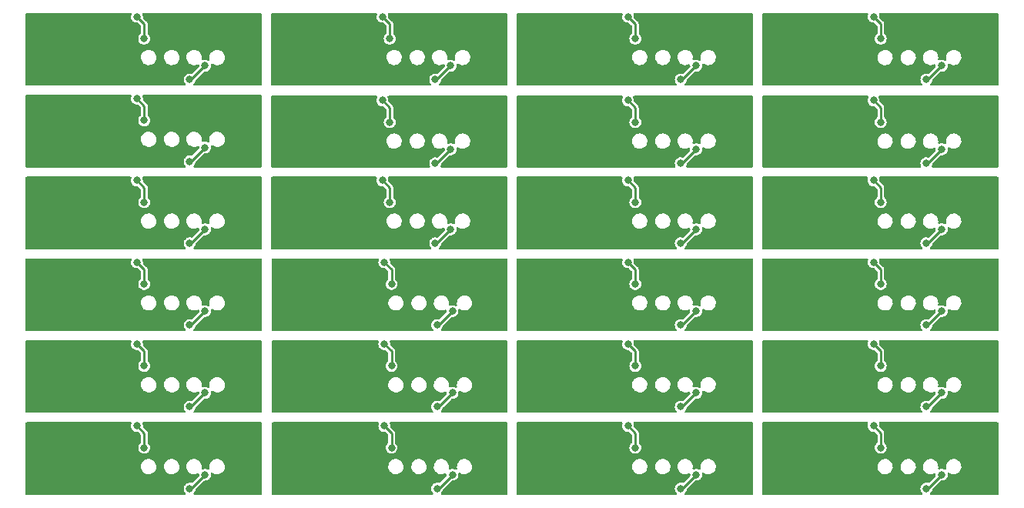
<source format=gbr>
%TF.GenerationSoftware,KiCad,Pcbnew,(7.0.0)*%
%TF.CreationDate,2023-04-04T09:59:10-04:00*%
%TF.ProjectId,bracket-led,62726163-6b65-4742-9d6c-65642e6b6963,A*%
%TF.SameCoordinates,Original*%
%TF.FileFunction,Copper,L2,Bot*%
%TF.FilePolarity,Positive*%
%FSLAX46Y46*%
G04 Gerber Fmt 4.6, Leading zero omitted, Abs format (unit mm)*
G04 Created by KiCad (PCBNEW (7.0.0)) date 2023-04-04 09:59:10*
%MOMM*%
%LPD*%
G01*
G04 APERTURE LIST*
%TA.AperFunction,ViaPad*%
%ADD10C,0.800000*%
%TD*%
%TA.AperFunction,Conductor*%
%ADD11C,0.250000*%
%TD*%
G04 APERTURE END LIST*
D10*
%TO.N,GND*%
X244300000Y-170600000D03*
X252000000Y-169900000D03*
X258200000Y-166200000D03*
X241700000Y-166575000D03*
X265500000Y-172800000D03*
%TO.N,/B1*%
X252700000Y-166200000D03*
%TO.N,GND*%
X247200000Y-170200000D03*
X246100000Y-172900000D03*
%TO.N,/B2*%
X258500000Y-173100000D03*
%TO.N,GND*%
X262400000Y-169200000D03*
X241625000Y-172750000D03*
%TO.N,/B2*%
X260200000Y-171575500D03*
%TO.N,GND*%
X265350000Y-166675000D03*
%TO.N,/B1*%
X253500000Y-168600000D03*
%TO.N,GND*%
X217300000Y-170600000D03*
X225000000Y-169900000D03*
X231200000Y-166200000D03*
X214700000Y-166575000D03*
X238500000Y-172800000D03*
%TO.N,/B1*%
X225700000Y-166200000D03*
%TO.N,GND*%
X220200000Y-170200000D03*
X219100000Y-172900000D03*
%TO.N,/B2*%
X231500000Y-173100000D03*
%TO.N,GND*%
X235400000Y-169200000D03*
X214625000Y-172750000D03*
%TO.N,/B2*%
X233200000Y-171575500D03*
%TO.N,GND*%
X238350000Y-166675000D03*
%TO.N,/B1*%
X226500000Y-168600000D03*
%TO.N,GND*%
X190500000Y-170600000D03*
X198200000Y-169900000D03*
X204400000Y-166200000D03*
X187900000Y-166575000D03*
X211700000Y-172800000D03*
%TO.N,/B1*%
X198900000Y-166200000D03*
%TO.N,GND*%
X193400000Y-170200000D03*
X192300000Y-172900000D03*
%TO.N,/B2*%
X204700000Y-173100000D03*
%TO.N,GND*%
X208600000Y-169200000D03*
X187825000Y-172750000D03*
%TO.N,/B2*%
X206400000Y-171575500D03*
%TO.N,GND*%
X211550000Y-166675000D03*
%TO.N,/B1*%
X199700000Y-168600000D03*
%TO.N,GND*%
X163300000Y-170600000D03*
X171000000Y-169900000D03*
X177200000Y-166200000D03*
X160700000Y-166575000D03*
X184500000Y-172800000D03*
%TO.N,/B1*%
X171700000Y-166200000D03*
%TO.N,GND*%
X166200000Y-170200000D03*
X165100000Y-172900000D03*
%TO.N,/B2*%
X177500000Y-173100000D03*
%TO.N,GND*%
X181400000Y-169200000D03*
X160625000Y-172750000D03*
%TO.N,/B2*%
X179200000Y-171575500D03*
%TO.N,GND*%
X184350000Y-166675000D03*
%TO.N,/B1*%
X172500000Y-168600000D03*
%TO.N,GND*%
X244300000Y-161600000D03*
X252000000Y-160900000D03*
X258200000Y-157200000D03*
X241700000Y-157575000D03*
X265500000Y-163800000D03*
%TO.N,/B1*%
X252700000Y-157200000D03*
%TO.N,GND*%
X247200000Y-161200000D03*
X246100000Y-163900000D03*
%TO.N,/B2*%
X258500000Y-164100000D03*
%TO.N,GND*%
X262400000Y-160200000D03*
X241625000Y-163750000D03*
%TO.N,/B2*%
X260200000Y-162575500D03*
%TO.N,GND*%
X265350000Y-157675000D03*
%TO.N,/B1*%
X253500000Y-159600000D03*
%TO.N,GND*%
X217300000Y-161600000D03*
X225000000Y-160900000D03*
X231200000Y-157200000D03*
X214700000Y-157575000D03*
X238500000Y-163800000D03*
%TO.N,/B1*%
X225700000Y-157200000D03*
%TO.N,GND*%
X220200000Y-161200000D03*
X219100000Y-163900000D03*
%TO.N,/B2*%
X231500000Y-164100000D03*
%TO.N,GND*%
X235400000Y-160200000D03*
X214625000Y-163750000D03*
%TO.N,/B2*%
X233200000Y-162575500D03*
%TO.N,GND*%
X238350000Y-157675000D03*
%TO.N,/B1*%
X226500000Y-159600000D03*
%TO.N,GND*%
X190500000Y-161600000D03*
X198200000Y-160900000D03*
X204400000Y-157200000D03*
X187900000Y-157575000D03*
X211700000Y-163800000D03*
%TO.N,/B1*%
X198900000Y-157200000D03*
%TO.N,GND*%
X193400000Y-161200000D03*
X192300000Y-163900000D03*
%TO.N,/B2*%
X204700000Y-164100000D03*
%TO.N,GND*%
X208600000Y-160200000D03*
X187825000Y-163750000D03*
%TO.N,/B2*%
X206400000Y-162575500D03*
%TO.N,GND*%
X211550000Y-157675000D03*
%TO.N,/B1*%
X199700000Y-159600000D03*
%TO.N,GND*%
X163300000Y-161600000D03*
X171000000Y-160900000D03*
X177200000Y-157200000D03*
X160700000Y-157575000D03*
X184500000Y-163800000D03*
%TO.N,/B1*%
X171700000Y-157200000D03*
%TO.N,GND*%
X166200000Y-161200000D03*
X165100000Y-163900000D03*
%TO.N,/B2*%
X177500000Y-164100000D03*
%TO.N,GND*%
X181400000Y-160200000D03*
X160625000Y-163750000D03*
%TO.N,/B2*%
X179200000Y-162575500D03*
%TO.N,GND*%
X184350000Y-157675000D03*
%TO.N,/B1*%
X172500000Y-159600000D03*
%TO.N,GND*%
X244300000Y-152600000D03*
X252000000Y-151900000D03*
X258200000Y-148200000D03*
X241700000Y-148575000D03*
X265500000Y-154800000D03*
%TO.N,/B1*%
X252700000Y-148200000D03*
%TO.N,GND*%
X247200000Y-152200000D03*
X246100000Y-154900000D03*
%TO.N,/B2*%
X258500000Y-155100000D03*
%TO.N,GND*%
X262400000Y-151200000D03*
X241625000Y-154750000D03*
%TO.N,/B2*%
X260200000Y-153575500D03*
%TO.N,GND*%
X265350000Y-148675000D03*
%TO.N,/B1*%
X253500000Y-150600000D03*
%TO.N,GND*%
X217300000Y-152600000D03*
X225000000Y-151900000D03*
X231200000Y-148200000D03*
X214700000Y-148575000D03*
X238500000Y-154800000D03*
%TO.N,/B1*%
X225700000Y-148200000D03*
%TO.N,GND*%
X220200000Y-152200000D03*
X219100000Y-154900000D03*
%TO.N,/B2*%
X231500000Y-155100000D03*
%TO.N,GND*%
X235400000Y-151200000D03*
X214625000Y-154750000D03*
%TO.N,/B2*%
X233200000Y-153575500D03*
%TO.N,GND*%
X238350000Y-148675000D03*
%TO.N,/B1*%
X226500000Y-150600000D03*
%TO.N,GND*%
X190500000Y-152600000D03*
X198200000Y-151900000D03*
X204400000Y-148200000D03*
X187900000Y-148575000D03*
X211700000Y-154800000D03*
%TO.N,/B1*%
X198900000Y-148200000D03*
%TO.N,GND*%
X193400000Y-152200000D03*
X192300000Y-154900000D03*
%TO.N,/B2*%
X204700000Y-155100000D03*
%TO.N,GND*%
X208600000Y-151200000D03*
X187825000Y-154750000D03*
%TO.N,/B2*%
X206400000Y-153575500D03*
%TO.N,GND*%
X211550000Y-148675000D03*
%TO.N,/B1*%
X199700000Y-150600000D03*
%TO.N,GND*%
X163300000Y-152600000D03*
X171000000Y-151900000D03*
X177200000Y-148200000D03*
X160700000Y-148575000D03*
X184500000Y-154800000D03*
%TO.N,/B1*%
X171700000Y-148200000D03*
%TO.N,GND*%
X166200000Y-152200000D03*
X165100000Y-154900000D03*
%TO.N,/B2*%
X177500000Y-155100000D03*
%TO.N,GND*%
X181400000Y-151200000D03*
X160625000Y-154750000D03*
%TO.N,/B2*%
X179200000Y-153575500D03*
%TO.N,GND*%
X184350000Y-148675000D03*
%TO.N,/B1*%
X172500000Y-150600000D03*
%TO.N,GND*%
X244300000Y-143600000D03*
X252000000Y-142900000D03*
X258200000Y-139200000D03*
X241700000Y-139575000D03*
X265500000Y-145800000D03*
%TO.N,/B1*%
X252700000Y-139200000D03*
%TO.N,GND*%
X247200000Y-143200000D03*
X246100000Y-145900000D03*
%TO.N,/B2*%
X258500000Y-146100000D03*
%TO.N,GND*%
X262400000Y-142200000D03*
X241625000Y-145750000D03*
%TO.N,/B2*%
X260200000Y-144575500D03*
%TO.N,GND*%
X265350000Y-139675000D03*
%TO.N,/B1*%
X253500000Y-141600000D03*
%TO.N,GND*%
X217300000Y-143600000D03*
X225000000Y-142900000D03*
X231200000Y-139200000D03*
X214700000Y-139575000D03*
X238500000Y-145800000D03*
%TO.N,/B1*%
X225700000Y-139200000D03*
%TO.N,GND*%
X220200000Y-143200000D03*
X219100000Y-145900000D03*
%TO.N,/B2*%
X231500000Y-146100000D03*
%TO.N,GND*%
X235400000Y-142200000D03*
X214625000Y-145750000D03*
%TO.N,/B2*%
X233200000Y-144575500D03*
%TO.N,GND*%
X238350000Y-139675000D03*
%TO.N,/B1*%
X226500000Y-141600000D03*
%TO.N,GND*%
X190300000Y-143600000D03*
X198000000Y-142900000D03*
X204200000Y-139200000D03*
X187700000Y-139575000D03*
X211500000Y-145800000D03*
%TO.N,/B1*%
X198700000Y-139200000D03*
%TO.N,GND*%
X193200000Y-143200000D03*
X192100000Y-145900000D03*
%TO.N,/B2*%
X204500000Y-146100000D03*
%TO.N,GND*%
X208400000Y-142200000D03*
X187625000Y-145750000D03*
%TO.N,/B2*%
X206200000Y-144575500D03*
%TO.N,GND*%
X211350000Y-139675000D03*
%TO.N,/B1*%
X199500000Y-141600000D03*
%TO.N,GND*%
X163300000Y-143600000D03*
X171000000Y-142900000D03*
X177200000Y-139200000D03*
X160700000Y-139575000D03*
X184500000Y-145800000D03*
%TO.N,/B1*%
X171700000Y-139200000D03*
%TO.N,GND*%
X166200000Y-143200000D03*
X165100000Y-145900000D03*
%TO.N,/B2*%
X177500000Y-146100000D03*
%TO.N,GND*%
X181400000Y-142200000D03*
X160625000Y-145750000D03*
%TO.N,/B2*%
X179200000Y-144575500D03*
%TO.N,GND*%
X184350000Y-139675000D03*
%TO.N,/B1*%
X172500000Y-141600000D03*
%TO.N,GND*%
X163300000Y-134600000D03*
X171000000Y-133900000D03*
X177200000Y-130200000D03*
X160700000Y-130575000D03*
X184500000Y-136800000D03*
%TO.N,/B1*%
X171700000Y-130200000D03*
%TO.N,GND*%
X166200000Y-134200000D03*
X165100000Y-136900000D03*
%TO.N,/B2*%
X177500000Y-137100000D03*
%TO.N,GND*%
X181400000Y-133200000D03*
X160625000Y-136750000D03*
%TO.N,/B2*%
X179200000Y-135575500D03*
%TO.N,GND*%
X184350000Y-130675000D03*
%TO.N,/B1*%
X172500000Y-132600000D03*
%TO.N,GND*%
X190300000Y-134800000D03*
X198000000Y-134100000D03*
X204200000Y-130400000D03*
X187700000Y-130775000D03*
X211500000Y-137000000D03*
%TO.N,/B1*%
X198700000Y-130400000D03*
%TO.N,GND*%
X193200000Y-134400000D03*
X192100000Y-137100000D03*
%TO.N,/B2*%
X204500000Y-137300000D03*
%TO.N,GND*%
X208400000Y-133400000D03*
X187625000Y-136950000D03*
%TO.N,/B2*%
X206200000Y-135775500D03*
%TO.N,GND*%
X211350000Y-130875000D03*
%TO.N,/B1*%
X199500000Y-132800000D03*
%TO.N,GND*%
X217300000Y-134800000D03*
X225000000Y-134100000D03*
X231200000Y-130400000D03*
X214700000Y-130775000D03*
X238500000Y-137000000D03*
%TO.N,/B1*%
X225700000Y-130400000D03*
%TO.N,GND*%
X220200000Y-134400000D03*
X219100000Y-137100000D03*
%TO.N,/B2*%
X231500000Y-137300000D03*
%TO.N,GND*%
X235400000Y-133400000D03*
X214625000Y-136950000D03*
%TO.N,/B2*%
X233200000Y-135775500D03*
%TO.N,GND*%
X238350000Y-130875000D03*
%TO.N,/B1*%
X226500000Y-132800000D03*
%TO.N,GND*%
X244300000Y-134800000D03*
X252000000Y-134100000D03*
X258200000Y-130400000D03*
X241700000Y-130775000D03*
X265500000Y-137000000D03*
%TO.N,/B1*%
X252700000Y-130400000D03*
%TO.N,GND*%
X247200000Y-134400000D03*
X246100000Y-137100000D03*
%TO.N,/B2*%
X258500000Y-137300000D03*
%TO.N,GND*%
X262400000Y-133400000D03*
X241625000Y-136950000D03*
%TO.N,/B2*%
X260200000Y-135775500D03*
%TO.N,GND*%
X265350000Y-130875000D03*
%TO.N,/B1*%
X253500000Y-132800000D03*
%TO.N,GND*%
X244300000Y-125600000D03*
X252000000Y-124900000D03*
X258200000Y-121200000D03*
X241700000Y-121575000D03*
X265500000Y-127800000D03*
%TO.N,/B1*%
X252700000Y-121200000D03*
%TO.N,GND*%
X247200000Y-125200000D03*
X246100000Y-127900000D03*
%TO.N,/B2*%
X258500000Y-128100000D03*
%TO.N,GND*%
X262400000Y-124200000D03*
X241625000Y-127750000D03*
%TO.N,/B2*%
X260200000Y-126575500D03*
%TO.N,GND*%
X265350000Y-121675000D03*
%TO.N,/B1*%
X253500000Y-123600000D03*
%TO.N,GND*%
X217300000Y-125600000D03*
X225000000Y-124900000D03*
X231200000Y-121200000D03*
X214700000Y-121575000D03*
X238500000Y-127800000D03*
%TO.N,/B1*%
X225700000Y-121200000D03*
%TO.N,GND*%
X220200000Y-125200000D03*
X219100000Y-127900000D03*
%TO.N,/B2*%
X231500000Y-128100000D03*
%TO.N,GND*%
X235400000Y-124200000D03*
X214625000Y-127750000D03*
%TO.N,/B2*%
X233200000Y-126575500D03*
%TO.N,GND*%
X238350000Y-121675000D03*
%TO.N,/B1*%
X226500000Y-123600000D03*
%TO.N,GND*%
X190300000Y-125600000D03*
X198000000Y-124900000D03*
X204200000Y-121200000D03*
X187700000Y-121575000D03*
X211500000Y-127800000D03*
%TO.N,/B1*%
X198700000Y-121200000D03*
%TO.N,GND*%
X193200000Y-125200000D03*
X192100000Y-127900000D03*
%TO.N,/B2*%
X204500000Y-128100000D03*
%TO.N,GND*%
X208400000Y-124200000D03*
X187625000Y-127750000D03*
%TO.N,/B2*%
X206200000Y-126575500D03*
%TO.N,GND*%
X211350000Y-121675000D03*
%TO.N,/B1*%
X199500000Y-123600000D03*
X171700000Y-121200000D03*
X172500000Y-123600000D03*
%TO.N,/B2*%
X177500000Y-128100000D03*
X179200000Y-126575500D03*
%TO.N,GND*%
X160625000Y-127750000D03*
X184500000Y-127800000D03*
X177200000Y-121200000D03*
X165100000Y-127900000D03*
X166200000Y-125200000D03*
X171000000Y-124900000D03*
X160700000Y-121575000D03*
X163300000Y-125600000D03*
X181400000Y-124200000D03*
X184350000Y-121675000D03*
%TD*%
D11*
%TO.N,/B1*%
X253500000Y-167000000D02*
X252700000Y-166200000D01*
X253500000Y-168600000D02*
X253500000Y-167000000D01*
%TO.N,/B2*%
X260200000Y-171575500D02*
X258675500Y-173100000D01*
X258675500Y-173100000D02*
X258500000Y-173100000D01*
%TO.N,/B1*%
X226500000Y-167000000D02*
X225700000Y-166200000D01*
X226500000Y-168600000D02*
X226500000Y-167000000D01*
%TO.N,/B2*%
X233200000Y-171575500D02*
X231675500Y-173100000D01*
X231675500Y-173100000D02*
X231500000Y-173100000D01*
%TO.N,/B1*%
X199700000Y-167000000D02*
X198900000Y-166200000D01*
X199700000Y-168600000D02*
X199700000Y-167000000D01*
%TO.N,/B2*%
X206400000Y-171575500D02*
X204875500Y-173100000D01*
X204875500Y-173100000D02*
X204700000Y-173100000D01*
%TO.N,/B1*%
X172500000Y-167000000D02*
X171700000Y-166200000D01*
X172500000Y-168600000D02*
X172500000Y-167000000D01*
%TO.N,/B2*%
X179200000Y-171575500D02*
X177675500Y-173100000D01*
X177675500Y-173100000D02*
X177500000Y-173100000D01*
%TO.N,/B1*%
X253500000Y-158000000D02*
X252700000Y-157200000D01*
X253500000Y-159600000D02*
X253500000Y-158000000D01*
%TO.N,/B2*%
X260200000Y-162575500D02*
X258675500Y-164100000D01*
X258675500Y-164100000D02*
X258500000Y-164100000D01*
%TO.N,/B1*%
X226500000Y-158000000D02*
X225700000Y-157200000D01*
X226500000Y-159600000D02*
X226500000Y-158000000D01*
%TO.N,/B2*%
X233200000Y-162575500D02*
X231675500Y-164100000D01*
X231675500Y-164100000D02*
X231500000Y-164100000D01*
%TO.N,/B1*%
X199700000Y-158000000D02*
X198900000Y-157200000D01*
X199700000Y-159600000D02*
X199700000Y-158000000D01*
%TO.N,/B2*%
X206400000Y-162575500D02*
X204875500Y-164100000D01*
X204875500Y-164100000D02*
X204700000Y-164100000D01*
%TO.N,/B1*%
X172500000Y-158000000D02*
X171700000Y-157200000D01*
X172500000Y-159600000D02*
X172500000Y-158000000D01*
%TO.N,/B2*%
X179200000Y-162575500D02*
X177675500Y-164100000D01*
X177675500Y-164100000D02*
X177500000Y-164100000D01*
%TO.N,/B1*%
X253500000Y-149000000D02*
X252700000Y-148200000D01*
X253500000Y-150600000D02*
X253500000Y-149000000D01*
%TO.N,/B2*%
X260200000Y-153575500D02*
X258675500Y-155100000D01*
X258675500Y-155100000D02*
X258500000Y-155100000D01*
%TO.N,/B1*%
X226500000Y-149000000D02*
X225700000Y-148200000D01*
X226500000Y-150600000D02*
X226500000Y-149000000D01*
%TO.N,/B2*%
X233200000Y-153575500D02*
X231675500Y-155100000D01*
X231675500Y-155100000D02*
X231500000Y-155100000D01*
%TO.N,/B1*%
X199700000Y-149000000D02*
X198900000Y-148200000D01*
X199700000Y-150600000D02*
X199700000Y-149000000D01*
%TO.N,/B2*%
X206400000Y-153575500D02*
X204875500Y-155100000D01*
X204875500Y-155100000D02*
X204700000Y-155100000D01*
%TO.N,/B1*%
X172500000Y-149000000D02*
X171700000Y-148200000D01*
X172500000Y-150600000D02*
X172500000Y-149000000D01*
%TO.N,/B2*%
X179200000Y-153575500D02*
X177675500Y-155100000D01*
X177675500Y-155100000D02*
X177500000Y-155100000D01*
%TO.N,/B1*%
X253500000Y-140000000D02*
X252700000Y-139200000D01*
X253500000Y-141600000D02*
X253500000Y-140000000D01*
%TO.N,/B2*%
X260200000Y-144575500D02*
X258675500Y-146100000D01*
X258675500Y-146100000D02*
X258500000Y-146100000D01*
%TO.N,/B1*%
X226500000Y-140000000D02*
X225700000Y-139200000D01*
X226500000Y-141600000D02*
X226500000Y-140000000D01*
%TO.N,/B2*%
X233200000Y-144575500D02*
X231675500Y-146100000D01*
X231675500Y-146100000D02*
X231500000Y-146100000D01*
%TO.N,/B1*%
X199500000Y-140000000D02*
X198700000Y-139200000D01*
X199500000Y-141600000D02*
X199500000Y-140000000D01*
%TO.N,/B2*%
X206200000Y-144575500D02*
X204675500Y-146100000D01*
X204675500Y-146100000D02*
X204500000Y-146100000D01*
%TO.N,/B1*%
X172500000Y-140000000D02*
X171700000Y-139200000D01*
X172500000Y-141600000D02*
X172500000Y-140000000D01*
%TO.N,/B2*%
X179200000Y-144575500D02*
X177675500Y-146100000D01*
X177675500Y-146100000D02*
X177500000Y-146100000D01*
%TO.N,/B1*%
X172500000Y-131000000D02*
X171700000Y-130200000D01*
X172500000Y-132600000D02*
X172500000Y-131000000D01*
%TO.N,/B2*%
X179200000Y-135575500D02*
X177675500Y-137100000D01*
X177675500Y-137100000D02*
X177500000Y-137100000D01*
%TO.N,/B1*%
X199500000Y-131200000D02*
X198700000Y-130400000D01*
X199500000Y-132800000D02*
X199500000Y-131200000D01*
%TO.N,/B2*%
X206200000Y-135775500D02*
X204675500Y-137300000D01*
X204675500Y-137300000D02*
X204500000Y-137300000D01*
%TO.N,/B1*%
X226500000Y-131200000D02*
X225700000Y-130400000D01*
X226500000Y-132800000D02*
X226500000Y-131200000D01*
%TO.N,/B2*%
X233200000Y-135775500D02*
X231675500Y-137300000D01*
X231675500Y-137300000D02*
X231500000Y-137300000D01*
%TO.N,/B1*%
X253500000Y-131200000D02*
X252700000Y-130400000D01*
X253500000Y-132800000D02*
X253500000Y-131200000D01*
%TO.N,/B2*%
X260200000Y-135775500D02*
X258675500Y-137300000D01*
X258675500Y-137300000D02*
X258500000Y-137300000D01*
%TO.N,/B1*%
X253500000Y-122000000D02*
X252700000Y-121200000D01*
X253500000Y-123600000D02*
X253500000Y-122000000D01*
%TO.N,/B2*%
X260200000Y-126575500D02*
X258675500Y-128100000D01*
X258675500Y-128100000D02*
X258500000Y-128100000D01*
%TO.N,/B1*%
X226500000Y-122000000D02*
X225700000Y-121200000D01*
X226500000Y-123600000D02*
X226500000Y-122000000D01*
%TO.N,/B2*%
X233200000Y-126575500D02*
X231675500Y-128100000D01*
X231675500Y-128100000D02*
X231500000Y-128100000D01*
%TO.N,/B1*%
X199500000Y-122000000D02*
X198700000Y-121200000D01*
X199500000Y-123600000D02*
X199500000Y-122000000D01*
%TO.N,/B2*%
X206200000Y-126575500D02*
X204675500Y-128100000D01*
X204675500Y-128100000D02*
X204500000Y-128100000D01*
%TO.N,/B1*%
X172500000Y-123600000D02*
X172500000Y-122000000D01*
X172500000Y-122000000D02*
X171700000Y-121200000D01*
%TO.N,/B2*%
X179200000Y-126575500D02*
X177675500Y-128100000D01*
X177675500Y-128100000D02*
X177500000Y-128100000D01*
%TD*%
%TA.AperFunction,Conductor*%
%TO.N,GND*%
G36*
X171042216Y-120792463D02*
G01*
X171086640Y-120831820D01*
X171107686Y-120887314D01*
X171100532Y-120946229D01*
X171063763Y-121043182D01*
X171062859Y-121050622D01*
X171062858Y-121050629D01*
X171046070Y-121188896D01*
X171044722Y-121200000D01*
X171045626Y-121207445D01*
X171062858Y-121349370D01*
X171062859Y-121349375D01*
X171063763Y-121356818D01*
X171119780Y-121504523D01*
X171209517Y-121634530D01*
X171215126Y-121639499D01*
X171215127Y-121639500D01*
X171318105Y-121730730D01*
X171327760Y-121739283D01*
X171467635Y-121812696D01*
X171621015Y-121850500D01*
X171628515Y-121850500D01*
X171768100Y-121850500D01*
X171815553Y-121859939D01*
X171855781Y-121886819D01*
X172088181Y-122119219D01*
X172115061Y-122159447D01*
X172124500Y-122206900D01*
X172124500Y-123007796D01*
X172113576Y-123058687D01*
X172082727Y-123100612D01*
X172015127Y-123160499D01*
X172015122Y-123160503D01*
X172009517Y-123165470D01*
X172005262Y-123171634D01*
X172005257Y-123171640D01*
X171924043Y-123289300D01*
X171924040Y-123289303D01*
X171919780Y-123295477D01*
X171917120Y-123302488D01*
X171917118Y-123302494D01*
X171866423Y-123436167D01*
X171863763Y-123443182D01*
X171862859Y-123450622D01*
X171862858Y-123450629D01*
X171846070Y-123588896D01*
X171844722Y-123600000D01*
X171845626Y-123607445D01*
X171862858Y-123749370D01*
X171862859Y-123749375D01*
X171863763Y-123756818D01*
X171919780Y-123904523D01*
X172009517Y-124034530D01*
X172127760Y-124139283D01*
X172267635Y-124212696D01*
X172421015Y-124250500D01*
X172571485Y-124250500D01*
X172578985Y-124250500D01*
X172732365Y-124212696D01*
X172872240Y-124139283D01*
X172990483Y-124034530D01*
X173080220Y-123904523D01*
X173136237Y-123756818D01*
X173155278Y-123600000D01*
X173136237Y-123443182D01*
X173080220Y-123295477D01*
X172990483Y-123165470D01*
X172917273Y-123100612D01*
X172886424Y-123058687D01*
X172875500Y-123007796D01*
X172875500Y-122051804D01*
X172878139Y-122026358D01*
X172878141Y-122026344D01*
X172880367Y-122015732D01*
X172876451Y-121984323D01*
X172876128Y-121979113D01*
X172875924Y-121979130D01*
X172875500Y-121974018D01*
X172875500Y-121968886D01*
X172872074Y-121948362D01*
X172871341Y-121943326D01*
X172866137Y-121901572D01*
X172864866Y-121891374D01*
X172861373Y-121884229D01*
X172860065Y-121876390D01*
X172835158Y-121830366D01*
X172832837Y-121825859D01*
X172809826Y-121778789D01*
X172804202Y-121773165D01*
X172800419Y-121766174D01*
X172792858Y-121759214D01*
X172792857Y-121759212D01*
X172761917Y-121730730D01*
X172758219Y-121727182D01*
X172384518Y-121353481D01*
X172354982Y-121306249D01*
X172349103Y-121250852D01*
X172354374Y-121207445D01*
X172355278Y-121200000D01*
X172336237Y-121043182D01*
X172299467Y-120946229D01*
X172292314Y-120887314D01*
X172313360Y-120831820D01*
X172357784Y-120792463D01*
X172415410Y-120778260D01*
X185324700Y-120778260D01*
X185386700Y-120794873D01*
X185432087Y-120840260D01*
X185448700Y-120902260D01*
X185448700Y-128653260D01*
X185432087Y-128715260D01*
X185386700Y-128760647D01*
X185324700Y-128777260D01*
X178043459Y-128777260D01*
X177985833Y-128763057D01*
X177941409Y-128723700D01*
X177920363Y-128668206D01*
X177927517Y-128609289D01*
X177961232Y-128560444D01*
X177963236Y-128558667D01*
X177990483Y-128534530D01*
X178080220Y-128404523D01*
X178136237Y-128256818D01*
X178143035Y-128200818D01*
X178154643Y-128161484D01*
X178178447Y-128128088D01*
X179044217Y-127262319D01*
X179084445Y-127235439D01*
X179131898Y-127226000D01*
X179271485Y-127226000D01*
X179278985Y-127226000D01*
X179432365Y-127188196D01*
X179572240Y-127114783D01*
X179690483Y-127010030D01*
X179780220Y-126880023D01*
X179836237Y-126732318D01*
X179855278Y-126575500D01*
X179843283Y-126476716D01*
X179849790Y-126419547D01*
X179881404Y-126371467D01*
X179931317Y-126342833D01*
X179988780Y-126339813D01*
X180041420Y-126363057D01*
X180080972Y-126393123D01*
X180086330Y-126397196D01*
X180251107Y-126473430D01*
X180428421Y-126512460D01*
X180561099Y-126512460D01*
X180564457Y-126512460D01*
X180699694Y-126497752D01*
X180871748Y-126439780D01*
X181027318Y-126346177D01*
X181159128Y-126221320D01*
X181261016Y-126071046D01*
X181328218Y-125902383D01*
X181357591Y-125723216D01*
X181347761Y-125541924D01*
X181299189Y-125366984D01*
X181214146Y-125206575D01*
X181096608Y-125068198D01*
X181091258Y-125064131D01*
X181091256Y-125064129D01*
X180957427Y-124962396D01*
X180957425Y-124962395D01*
X180952070Y-124958324D01*
X180867524Y-124919209D01*
X180793393Y-124884912D01*
X180793391Y-124884911D01*
X180787293Y-124882090D01*
X180780730Y-124880645D01*
X180780729Y-124880645D01*
X180616544Y-124844505D01*
X180616543Y-124844504D01*
X180609979Y-124843060D01*
X180473943Y-124843060D01*
X180470606Y-124843422D01*
X180470604Y-124843423D01*
X180345387Y-124857041D01*
X180345383Y-124857041D01*
X180338706Y-124857768D01*
X180332345Y-124859911D01*
X180332337Y-124859913D01*
X180173025Y-124913592D01*
X180173019Y-124913594D01*
X180166652Y-124915740D01*
X180160891Y-124919206D01*
X180160885Y-124919209D01*
X180016848Y-125005873D01*
X180016843Y-125005876D01*
X180011082Y-125009343D01*
X180006204Y-125013963D01*
X180006197Y-125013969D01*
X179884152Y-125129577D01*
X179879272Y-125134200D01*
X179875504Y-125139756D01*
X179875500Y-125139762D01*
X179781156Y-125278910D01*
X179777384Y-125284474D01*
X179774896Y-125290717D01*
X179774895Y-125290720D01*
X179712672Y-125446886D01*
X179712670Y-125446891D01*
X179710182Y-125453137D01*
X179709093Y-125459775D01*
X179709093Y-125459778D01*
X179695626Y-125541924D01*
X179680809Y-125632304D01*
X179690639Y-125813596D01*
X179692435Y-125820065D01*
X179692436Y-125820070D01*
X179706512Y-125870765D01*
X179708702Y-125927864D01*
X179685056Y-125979882D01*
X179640594Y-126015774D01*
X179584759Y-126027918D01*
X179529407Y-126013736D01*
X179432365Y-125962804D01*
X179425087Y-125961010D01*
X179425084Y-125961009D01*
X179286267Y-125926794D01*
X179286260Y-125926793D01*
X179278985Y-125925000D01*
X179121015Y-125925000D01*
X179113740Y-125926792D01*
X179113732Y-125926794D01*
X178974917Y-125961009D01*
X178974915Y-125961009D01*
X178967635Y-125962804D01*
X178964759Y-125964313D01*
X178902823Y-125970558D01*
X178844268Y-125944166D01*
X178806772Y-125892020D01*
X178800394Y-125828111D01*
X178817591Y-125723216D01*
X178807761Y-125541924D01*
X178759189Y-125366984D01*
X178674146Y-125206575D01*
X178556608Y-125068198D01*
X178551258Y-125064131D01*
X178551256Y-125064129D01*
X178417427Y-124962396D01*
X178417425Y-124962395D01*
X178412070Y-124958324D01*
X178327524Y-124919209D01*
X178253393Y-124884912D01*
X178253391Y-124884911D01*
X178247293Y-124882090D01*
X178240730Y-124880645D01*
X178240729Y-124880645D01*
X178076544Y-124844505D01*
X178076543Y-124844504D01*
X178069979Y-124843060D01*
X177933943Y-124843060D01*
X177930606Y-124843422D01*
X177930604Y-124843423D01*
X177805387Y-124857041D01*
X177805383Y-124857041D01*
X177798706Y-124857768D01*
X177792345Y-124859911D01*
X177792337Y-124859913D01*
X177633025Y-124913592D01*
X177633019Y-124913594D01*
X177626652Y-124915740D01*
X177620891Y-124919206D01*
X177620885Y-124919209D01*
X177476848Y-125005873D01*
X177476843Y-125005876D01*
X177471082Y-125009343D01*
X177466204Y-125013963D01*
X177466197Y-125013969D01*
X177344152Y-125129577D01*
X177339272Y-125134200D01*
X177335504Y-125139756D01*
X177335500Y-125139762D01*
X177241156Y-125278910D01*
X177237384Y-125284474D01*
X177234896Y-125290717D01*
X177234895Y-125290720D01*
X177172672Y-125446886D01*
X177172670Y-125446891D01*
X177170182Y-125453137D01*
X177169093Y-125459775D01*
X177169093Y-125459778D01*
X177155626Y-125541924D01*
X177140809Y-125632304D01*
X177150639Y-125813596D01*
X177152435Y-125820065D01*
X177152436Y-125820070D01*
X177194219Y-125970558D01*
X177199211Y-125988536D01*
X177284254Y-126148945D01*
X177401792Y-126287322D01*
X177407141Y-126291388D01*
X177407143Y-126291390D01*
X177512484Y-126371467D01*
X177546330Y-126397196D01*
X177711107Y-126473430D01*
X177888421Y-126512460D01*
X178021099Y-126512460D01*
X178024457Y-126512460D01*
X178159694Y-126497752D01*
X178331748Y-126439780D01*
X178361645Y-126421791D01*
X178427637Y-126404058D01*
X178493005Y-126423979D01*
X178537893Y-126475504D01*
X178548669Y-126542985D01*
X178545626Y-126568051D01*
X178544722Y-126575500D01*
X178545626Y-126582945D01*
X178545626Y-126582947D01*
X178550896Y-126626354D01*
X178545017Y-126681749D01*
X178515481Y-126728980D01*
X177801707Y-127442753D01*
X177747325Y-127474517D01*
X177684352Y-127475469D01*
X177586269Y-127451295D01*
X177586266Y-127451294D01*
X177578985Y-127449500D01*
X177421015Y-127449500D01*
X177413740Y-127451292D01*
X177413732Y-127451294D01*
X177274915Y-127485509D01*
X177274909Y-127485510D01*
X177267635Y-127487304D01*
X177261000Y-127490786D01*
X177260993Y-127490789D01*
X177134406Y-127557228D01*
X177134400Y-127557231D01*
X177127760Y-127560717D01*
X177122148Y-127565687D01*
X177122143Y-127565692D01*
X177015127Y-127660499D01*
X177015122Y-127660503D01*
X177009517Y-127665470D01*
X177005262Y-127671634D01*
X177005257Y-127671640D01*
X176924043Y-127789300D01*
X176924040Y-127789303D01*
X176919780Y-127795477D01*
X176917120Y-127802488D01*
X176917118Y-127802494D01*
X176866423Y-127936167D01*
X176863763Y-127943182D01*
X176862859Y-127950622D01*
X176862858Y-127950629D01*
X176846070Y-128088896D01*
X176844722Y-128100000D01*
X176845626Y-128107445D01*
X176862858Y-128249370D01*
X176862859Y-128249375D01*
X176863763Y-128256818D01*
X176919780Y-128404523D01*
X177009517Y-128534530D01*
X177035020Y-128557123D01*
X177038768Y-128560444D01*
X177072483Y-128609289D01*
X177079637Y-128668206D01*
X177058591Y-128723700D01*
X177014167Y-128763057D01*
X176956541Y-128777260D01*
X159573700Y-128777260D01*
X159511700Y-128760647D01*
X159466313Y-128715260D01*
X159449700Y-128653260D01*
X159449700Y-125632304D01*
X172140809Y-125632304D01*
X172150639Y-125813596D01*
X172152435Y-125820065D01*
X172152436Y-125820070D01*
X172194219Y-125970558D01*
X172199211Y-125988536D01*
X172284254Y-126148945D01*
X172401792Y-126287322D01*
X172407141Y-126291388D01*
X172407143Y-126291390D01*
X172512484Y-126371467D01*
X172546330Y-126397196D01*
X172711107Y-126473430D01*
X172888421Y-126512460D01*
X173021099Y-126512460D01*
X173024457Y-126512460D01*
X173159694Y-126497752D01*
X173331748Y-126439780D01*
X173487318Y-126346177D01*
X173619128Y-126221320D01*
X173721016Y-126071046D01*
X173788218Y-125902383D01*
X173817591Y-125723216D01*
X173812662Y-125632304D01*
X174680809Y-125632304D01*
X174690639Y-125813596D01*
X174692435Y-125820065D01*
X174692436Y-125820070D01*
X174734219Y-125970558D01*
X174739211Y-125988536D01*
X174824254Y-126148945D01*
X174941792Y-126287322D01*
X174947141Y-126291388D01*
X174947143Y-126291390D01*
X175052484Y-126371467D01*
X175086330Y-126397196D01*
X175251107Y-126473430D01*
X175428421Y-126512460D01*
X175561099Y-126512460D01*
X175564457Y-126512460D01*
X175699694Y-126497752D01*
X175871748Y-126439780D01*
X176027318Y-126346177D01*
X176159128Y-126221320D01*
X176261016Y-126071046D01*
X176328218Y-125902383D01*
X176357591Y-125723216D01*
X176347761Y-125541924D01*
X176299189Y-125366984D01*
X176214146Y-125206575D01*
X176096608Y-125068198D01*
X176091258Y-125064131D01*
X176091256Y-125064129D01*
X175957427Y-124962396D01*
X175957425Y-124962395D01*
X175952070Y-124958324D01*
X175867524Y-124919209D01*
X175793393Y-124884912D01*
X175793391Y-124884911D01*
X175787293Y-124882090D01*
X175780730Y-124880645D01*
X175780729Y-124880645D01*
X175616544Y-124844505D01*
X175616543Y-124844504D01*
X175609979Y-124843060D01*
X175473943Y-124843060D01*
X175470606Y-124843422D01*
X175470604Y-124843423D01*
X175345387Y-124857041D01*
X175345383Y-124857041D01*
X175338706Y-124857768D01*
X175332345Y-124859911D01*
X175332337Y-124859913D01*
X175173025Y-124913592D01*
X175173019Y-124913594D01*
X175166652Y-124915740D01*
X175160891Y-124919206D01*
X175160885Y-124919209D01*
X175016848Y-125005873D01*
X175016843Y-125005876D01*
X175011082Y-125009343D01*
X175006204Y-125013963D01*
X175006197Y-125013969D01*
X174884152Y-125129577D01*
X174879272Y-125134200D01*
X174875504Y-125139756D01*
X174875500Y-125139762D01*
X174781156Y-125278910D01*
X174777384Y-125284474D01*
X174774896Y-125290717D01*
X174774895Y-125290720D01*
X174712672Y-125446886D01*
X174712670Y-125446891D01*
X174710182Y-125453137D01*
X174709093Y-125459775D01*
X174709093Y-125459778D01*
X174695626Y-125541924D01*
X174680809Y-125632304D01*
X173812662Y-125632304D01*
X173807761Y-125541924D01*
X173759189Y-125366984D01*
X173674146Y-125206575D01*
X173556608Y-125068198D01*
X173551258Y-125064131D01*
X173551256Y-125064129D01*
X173417427Y-124962396D01*
X173417425Y-124962395D01*
X173412070Y-124958324D01*
X173327524Y-124919209D01*
X173253393Y-124884912D01*
X173253391Y-124884911D01*
X173247293Y-124882090D01*
X173240730Y-124880645D01*
X173240729Y-124880645D01*
X173076544Y-124844505D01*
X173076543Y-124844504D01*
X173069979Y-124843060D01*
X172933943Y-124843060D01*
X172930606Y-124843422D01*
X172930604Y-124843423D01*
X172805387Y-124857041D01*
X172805383Y-124857041D01*
X172798706Y-124857768D01*
X172792345Y-124859911D01*
X172792337Y-124859913D01*
X172633025Y-124913592D01*
X172633019Y-124913594D01*
X172626652Y-124915740D01*
X172620891Y-124919206D01*
X172620885Y-124919209D01*
X172476848Y-125005873D01*
X172476843Y-125005876D01*
X172471082Y-125009343D01*
X172466204Y-125013963D01*
X172466197Y-125013969D01*
X172344152Y-125129577D01*
X172339272Y-125134200D01*
X172335504Y-125139756D01*
X172335500Y-125139762D01*
X172241156Y-125278910D01*
X172237384Y-125284474D01*
X172234896Y-125290717D01*
X172234895Y-125290720D01*
X172172672Y-125446886D01*
X172172670Y-125446891D01*
X172170182Y-125453137D01*
X172169093Y-125459775D01*
X172169093Y-125459778D01*
X172155626Y-125541924D01*
X172140809Y-125632304D01*
X159449700Y-125632304D01*
X159449700Y-120902260D01*
X159466313Y-120840260D01*
X159511700Y-120794873D01*
X159573700Y-120778260D01*
X170984590Y-120778260D01*
X171042216Y-120792463D01*
G37*
%TD.AperFunction*%
%TD*%
%TA.AperFunction,Conductor*%
%TO.N,GND*%
G36*
X198042216Y-120792463D02*
G01*
X198086640Y-120831820D01*
X198107686Y-120887314D01*
X198100532Y-120946229D01*
X198063763Y-121043182D01*
X198062859Y-121050622D01*
X198062858Y-121050629D01*
X198046070Y-121188896D01*
X198044722Y-121200000D01*
X198045626Y-121207445D01*
X198062858Y-121349370D01*
X198062859Y-121349375D01*
X198063763Y-121356818D01*
X198119780Y-121504523D01*
X198209517Y-121634530D01*
X198215126Y-121639499D01*
X198215127Y-121639500D01*
X198318105Y-121730730D01*
X198327760Y-121739283D01*
X198467635Y-121812696D01*
X198621015Y-121850500D01*
X198628515Y-121850500D01*
X198768100Y-121850500D01*
X198815553Y-121859939D01*
X198855781Y-121886819D01*
X199088181Y-122119219D01*
X199115061Y-122159447D01*
X199124500Y-122206900D01*
X199124500Y-123007796D01*
X199113576Y-123058687D01*
X199082727Y-123100612D01*
X199015127Y-123160499D01*
X199015122Y-123160503D01*
X199009517Y-123165470D01*
X199005262Y-123171634D01*
X199005257Y-123171640D01*
X198924043Y-123289300D01*
X198924040Y-123289303D01*
X198919780Y-123295477D01*
X198917120Y-123302488D01*
X198917118Y-123302494D01*
X198866423Y-123436167D01*
X198863763Y-123443182D01*
X198862859Y-123450622D01*
X198862858Y-123450629D01*
X198846070Y-123588896D01*
X198844722Y-123600000D01*
X198845626Y-123607445D01*
X198862858Y-123749370D01*
X198862859Y-123749375D01*
X198863763Y-123756818D01*
X198919780Y-123904523D01*
X199009517Y-124034530D01*
X199127760Y-124139283D01*
X199267635Y-124212696D01*
X199421015Y-124250500D01*
X199571485Y-124250500D01*
X199578985Y-124250500D01*
X199732365Y-124212696D01*
X199872240Y-124139283D01*
X199990483Y-124034530D01*
X200080220Y-123904523D01*
X200136237Y-123756818D01*
X200155278Y-123600000D01*
X200136237Y-123443182D01*
X200080220Y-123295477D01*
X199990483Y-123165470D01*
X199917273Y-123100612D01*
X199886424Y-123058687D01*
X199875500Y-123007796D01*
X199875500Y-122051804D01*
X199878139Y-122026358D01*
X199878141Y-122026344D01*
X199880367Y-122015732D01*
X199876451Y-121984323D01*
X199876128Y-121979113D01*
X199875924Y-121979130D01*
X199875500Y-121974018D01*
X199875500Y-121968886D01*
X199872074Y-121948362D01*
X199871341Y-121943326D01*
X199866137Y-121901572D01*
X199864866Y-121891374D01*
X199861373Y-121884229D01*
X199860065Y-121876390D01*
X199835158Y-121830366D01*
X199832837Y-121825859D01*
X199809826Y-121778789D01*
X199804202Y-121773165D01*
X199800419Y-121766174D01*
X199792858Y-121759214D01*
X199792857Y-121759212D01*
X199761917Y-121730730D01*
X199758219Y-121727182D01*
X199384518Y-121353481D01*
X199354982Y-121306249D01*
X199349103Y-121250852D01*
X199354374Y-121207445D01*
X199355278Y-121200000D01*
X199336237Y-121043182D01*
X199299467Y-120946229D01*
X199292314Y-120887314D01*
X199313360Y-120831820D01*
X199357784Y-120792463D01*
X199415410Y-120778260D01*
X212324700Y-120778260D01*
X212386700Y-120794873D01*
X212432087Y-120840260D01*
X212448700Y-120902260D01*
X212448700Y-128653260D01*
X212432087Y-128715260D01*
X212386700Y-128760647D01*
X212324700Y-128777260D01*
X205043459Y-128777260D01*
X204985833Y-128763057D01*
X204941409Y-128723700D01*
X204920363Y-128668206D01*
X204927517Y-128609289D01*
X204961232Y-128560444D01*
X204963236Y-128558667D01*
X204990483Y-128534530D01*
X205080220Y-128404523D01*
X205136237Y-128256818D01*
X205143035Y-128200818D01*
X205154643Y-128161484D01*
X205178447Y-128128088D01*
X206044217Y-127262319D01*
X206084445Y-127235439D01*
X206131898Y-127226000D01*
X206271485Y-127226000D01*
X206278985Y-127226000D01*
X206432365Y-127188196D01*
X206572240Y-127114783D01*
X206690483Y-127010030D01*
X206780220Y-126880023D01*
X206836237Y-126732318D01*
X206855278Y-126575500D01*
X206843283Y-126476716D01*
X206849790Y-126419547D01*
X206881404Y-126371467D01*
X206931317Y-126342833D01*
X206988780Y-126339813D01*
X207041420Y-126363057D01*
X207080972Y-126393123D01*
X207086330Y-126397196D01*
X207251107Y-126473430D01*
X207428421Y-126512460D01*
X207561099Y-126512460D01*
X207564457Y-126512460D01*
X207699694Y-126497752D01*
X207871748Y-126439780D01*
X208027318Y-126346177D01*
X208159128Y-126221320D01*
X208261016Y-126071046D01*
X208328218Y-125902383D01*
X208357591Y-125723216D01*
X208347761Y-125541924D01*
X208299189Y-125366984D01*
X208214146Y-125206575D01*
X208096608Y-125068198D01*
X208091258Y-125064131D01*
X208091256Y-125064129D01*
X207957427Y-124962396D01*
X207957425Y-124962395D01*
X207952070Y-124958324D01*
X207867524Y-124919209D01*
X207793393Y-124884912D01*
X207793391Y-124884911D01*
X207787293Y-124882090D01*
X207780730Y-124880645D01*
X207780729Y-124880645D01*
X207616544Y-124844505D01*
X207616543Y-124844504D01*
X207609979Y-124843060D01*
X207473943Y-124843060D01*
X207470606Y-124843422D01*
X207470604Y-124843423D01*
X207345387Y-124857041D01*
X207345383Y-124857041D01*
X207338706Y-124857768D01*
X207332345Y-124859911D01*
X207332337Y-124859913D01*
X207173025Y-124913592D01*
X207173019Y-124913594D01*
X207166652Y-124915740D01*
X207160891Y-124919206D01*
X207160885Y-124919209D01*
X207016848Y-125005873D01*
X207016843Y-125005876D01*
X207011082Y-125009343D01*
X207006204Y-125013963D01*
X207006197Y-125013969D01*
X206884152Y-125129577D01*
X206879272Y-125134200D01*
X206875504Y-125139756D01*
X206875500Y-125139762D01*
X206781156Y-125278910D01*
X206777384Y-125284474D01*
X206774896Y-125290717D01*
X206774895Y-125290720D01*
X206712672Y-125446886D01*
X206712670Y-125446891D01*
X206710182Y-125453137D01*
X206709093Y-125459775D01*
X206709093Y-125459778D01*
X206695626Y-125541924D01*
X206680809Y-125632304D01*
X206690639Y-125813596D01*
X206692435Y-125820065D01*
X206692436Y-125820070D01*
X206706512Y-125870765D01*
X206708702Y-125927864D01*
X206685056Y-125979882D01*
X206640594Y-126015774D01*
X206584759Y-126027918D01*
X206529407Y-126013736D01*
X206432365Y-125962804D01*
X206425087Y-125961010D01*
X206425084Y-125961009D01*
X206286267Y-125926794D01*
X206286260Y-125926793D01*
X206278985Y-125925000D01*
X206121015Y-125925000D01*
X206113740Y-125926792D01*
X206113732Y-125926794D01*
X205974917Y-125961009D01*
X205974915Y-125961009D01*
X205967635Y-125962804D01*
X205964759Y-125964313D01*
X205902823Y-125970558D01*
X205844268Y-125944166D01*
X205806772Y-125892020D01*
X205800394Y-125828111D01*
X205817591Y-125723216D01*
X205807761Y-125541924D01*
X205759189Y-125366984D01*
X205674146Y-125206575D01*
X205556608Y-125068198D01*
X205551258Y-125064131D01*
X205551256Y-125064129D01*
X205417427Y-124962396D01*
X205417425Y-124962395D01*
X205412070Y-124958324D01*
X205327524Y-124919209D01*
X205253393Y-124884912D01*
X205253391Y-124884911D01*
X205247293Y-124882090D01*
X205240730Y-124880645D01*
X205240729Y-124880645D01*
X205076544Y-124844505D01*
X205076543Y-124844504D01*
X205069979Y-124843060D01*
X204933943Y-124843060D01*
X204930606Y-124843422D01*
X204930604Y-124843423D01*
X204805387Y-124857041D01*
X204805383Y-124857041D01*
X204798706Y-124857768D01*
X204792345Y-124859911D01*
X204792337Y-124859913D01*
X204633025Y-124913592D01*
X204633019Y-124913594D01*
X204626652Y-124915740D01*
X204620891Y-124919206D01*
X204620885Y-124919209D01*
X204476848Y-125005873D01*
X204476843Y-125005876D01*
X204471082Y-125009343D01*
X204466204Y-125013963D01*
X204466197Y-125013969D01*
X204344152Y-125129577D01*
X204339272Y-125134200D01*
X204335504Y-125139756D01*
X204335500Y-125139762D01*
X204241156Y-125278910D01*
X204237384Y-125284474D01*
X204234896Y-125290717D01*
X204234895Y-125290720D01*
X204172672Y-125446886D01*
X204172670Y-125446891D01*
X204170182Y-125453137D01*
X204169093Y-125459775D01*
X204169093Y-125459778D01*
X204155626Y-125541924D01*
X204140809Y-125632304D01*
X204150639Y-125813596D01*
X204152435Y-125820065D01*
X204152436Y-125820070D01*
X204194219Y-125970558D01*
X204199211Y-125988536D01*
X204284254Y-126148945D01*
X204401792Y-126287322D01*
X204407141Y-126291388D01*
X204407143Y-126291390D01*
X204512484Y-126371467D01*
X204546330Y-126397196D01*
X204711107Y-126473430D01*
X204888421Y-126512460D01*
X205021099Y-126512460D01*
X205024457Y-126512460D01*
X205159694Y-126497752D01*
X205331748Y-126439780D01*
X205361645Y-126421791D01*
X205427637Y-126404058D01*
X205493005Y-126423979D01*
X205537893Y-126475504D01*
X205548669Y-126542985D01*
X205545626Y-126568051D01*
X205544722Y-126575500D01*
X205545626Y-126582945D01*
X205545626Y-126582947D01*
X205550896Y-126626354D01*
X205545017Y-126681749D01*
X205515481Y-126728980D01*
X204801707Y-127442753D01*
X204747325Y-127474517D01*
X204684352Y-127475469D01*
X204586269Y-127451295D01*
X204586266Y-127451294D01*
X204578985Y-127449500D01*
X204421015Y-127449500D01*
X204413740Y-127451292D01*
X204413732Y-127451294D01*
X204274915Y-127485509D01*
X204274909Y-127485510D01*
X204267635Y-127487304D01*
X204261000Y-127490786D01*
X204260993Y-127490789D01*
X204134406Y-127557228D01*
X204134400Y-127557231D01*
X204127760Y-127560717D01*
X204122148Y-127565687D01*
X204122143Y-127565692D01*
X204015127Y-127660499D01*
X204015122Y-127660503D01*
X204009517Y-127665470D01*
X204005262Y-127671634D01*
X204005257Y-127671640D01*
X203924043Y-127789300D01*
X203924040Y-127789303D01*
X203919780Y-127795477D01*
X203917120Y-127802488D01*
X203917118Y-127802494D01*
X203866423Y-127936167D01*
X203863763Y-127943182D01*
X203862859Y-127950622D01*
X203862858Y-127950629D01*
X203846070Y-128088896D01*
X203844722Y-128100000D01*
X203845626Y-128107445D01*
X203862858Y-128249370D01*
X203862859Y-128249375D01*
X203863763Y-128256818D01*
X203919780Y-128404523D01*
X204009517Y-128534530D01*
X204035020Y-128557123D01*
X204038768Y-128560444D01*
X204072483Y-128609289D01*
X204079637Y-128668206D01*
X204058591Y-128723700D01*
X204014167Y-128763057D01*
X203956541Y-128777260D01*
X186573700Y-128777260D01*
X186511700Y-128760647D01*
X186466313Y-128715260D01*
X186449700Y-128653260D01*
X186449700Y-125632304D01*
X199140809Y-125632304D01*
X199150639Y-125813596D01*
X199152435Y-125820065D01*
X199152436Y-125820070D01*
X199194219Y-125970558D01*
X199199211Y-125988536D01*
X199284254Y-126148945D01*
X199401792Y-126287322D01*
X199407141Y-126291388D01*
X199407143Y-126291390D01*
X199512484Y-126371467D01*
X199546330Y-126397196D01*
X199711107Y-126473430D01*
X199888421Y-126512460D01*
X200021099Y-126512460D01*
X200024457Y-126512460D01*
X200159694Y-126497752D01*
X200331748Y-126439780D01*
X200487318Y-126346177D01*
X200619128Y-126221320D01*
X200721016Y-126071046D01*
X200788218Y-125902383D01*
X200817591Y-125723216D01*
X200812662Y-125632304D01*
X201680809Y-125632304D01*
X201690639Y-125813596D01*
X201692435Y-125820065D01*
X201692436Y-125820070D01*
X201734219Y-125970558D01*
X201739211Y-125988536D01*
X201824254Y-126148945D01*
X201941792Y-126287322D01*
X201947141Y-126291388D01*
X201947143Y-126291390D01*
X202052484Y-126371467D01*
X202086330Y-126397196D01*
X202251107Y-126473430D01*
X202428421Y-126512460D01*
X202561099Y-126512460D01*
X202564457Y-126512460D01*
X202699694Y-126497752D01*
X202871748Y-126439780D01*
X203027318Y-126346177D01*
X203159128Y-126221320D01*
X203261016Y-126071046D01*
X203328218Y-125902383D01*
X203357591Y-125723216D01*
X203347761Y-125541924D01*
X203299189Y-125366984D01*
X203214146Y-125206575D01*
X203096608Y-125068198D01*
X203091258Y-125064131D01*
X203091256Y-125064129D01*
X202957427Y-124962396D01*
X202957425Y-124962395D01*
X202952070Y-124958324D01*
X202867524Y-124919209D01*
X202793393Y-124884912D01*
X202793391Y-124884911D01*
X202787293Y-124882090D01*
X202780730Y-124880645D01*
X202780729Y-124880645D01*
X202616544Y-124844505D01*
X202616543Y-124844504D01*
X202609979Y-124843060D01*
X202473943Y-124843060D01*
X202470606Y-124843422D01*
X202470604Y-124843423D01*
X202345387Y-124857041D01*
X202345383Y-124857041D01*
X202338706Y-124857768D01*
X202332345Y-124859911D01*
X202332337Y-124859913D01*
X202173025Y-124913592D01*
X202173019Y-124913594D01*
X202166652Y-124915740D01*
X202160891Y-124919206D01*
X202160885Y-124919209D01*
X202016848Y-125005873D01*
X202016843Y-125005876D01*
X202011082Y-125009343D01*
X202006204Y-125013963D01*
X202006197Y-125013969D01*
X201884152Y-125129577D01*
X201879272Y-125134200D01*
X201875504Y-125139756D01*
X201875500Y-125139762D01*
X201781156Y-125278910D01*
X201777384Y-125284474D01*
X201774896Y-125290717D01*
X201774895Y-125290720D01*
X201712672Y-125446886D01*
X201712670Y-125446891D01*
X201710182Y-125453137D01*
X201709093Y-125459775D01*
X201709093Y-125459778D01*
X201695626Y-125541924D01*
X201680809Y-125632304D01*
X200812662Y-125632304D01*
X200807761Y-125541924D01*
X200759189Y-125366984D01*
X200674146Y-125206575D01*
X200556608Y-125068198D01*
X200551258Y-125064131D01*
X200551256Y-125064129D01*
X200417427Y-124962396D01*
X200417425Y-124962395D01*
X200412070Y-124958324D01*
X200327524Y-124919209D01*
X200253393Y-124884912D01*
X200253391Y-124884911D01*
X200247293Y-124882090D01*
X200240730Y-124880645D01*
X200240729Y-124880645D01*
X200076544Y-124844505D01*
X200076543Y-124844504D01*
X200069979Y-124843060D01*
X199933943Y-124843060D01*
X199930606Y-124843422D01*
X199930604Y-124843423D01*
X199805387Y-124857041D01*
X199805383Y-124857041D01*
X199798706Y-124857768D01*
X199792345Y-124859911D01*
X199792337Y-124859913D01*
X199633025Y-124913592D01*
X199633019Y-124913594D01*
X199626652Y-124915740D01*
X199620891Y-124919206D01*
X199620885Y-124919209D01*
X199476848Y-125005873D01*
X199476843Y-125005876D01*
X199471082Y-125009343D01*
X199466204Y-125013963D01*
X199466197Y-125013969D01*
X199344152Y-125129577D01*
X199339272Y-125134200D01*
X199335504Y-125139756D01*
X199335500Y-125139762D01*
X199241156Y-125278910D01*
X199237384Y-125284474D01*
X199234896Y-125290717D01*
X199234895Y-125290720D01*
X199172672Y-125446886D01*
X199172670Y-125446891D01*
X199170182Y-125453137D01*
X199169093Y-125459775D01*
X199169093Y-125459778D01*
X199155626Y-125541924D01*
X199140809Y-125632304D01*
X186449700Y-125632304D01*
X186449700Y-120902260D01*
X186466313Y-120840260D01*
X186511700Y-120794873D01*
X186573700Y-120778260D01*
X197984590Y-120778260D01*
X198042216Y-120792463D01*
G37*
%TD.AperFunction*%
%TD*%
%TA.AperFunction,Conductor*%
%TO.N,GND*%
G36*
X225042216Y-120792463D02*
G01*
X225086640Y-120831820D01*
X225107686Y-120887314D01*
X225100532Y-120946229D01*
X225063763Y-121043182D01*
X225062859Y-121050622D01*
X225062858Y-121050629D01*
X225046070Y-121188896D01*
X225044722Y-121200000D01*
X225045626Y-121207445D01*
X225062858Y-121349370D01*
X225062859Y-121349375D01*
X225063763Y-121356818D01*
X225119780Y-121504523D01*
X225209517Y-121634530D01*
X225215126Y-121639499D01*
X225215127Y-121639500D01*
X225318105Y-121730730D01*
X225327760Y-121739283D01*
X225467635Y-121812696D01*
X225621015Y-121850500D01*
X225628515Y-121850500D01*
X225768100Y-121850500D01*
X225815553Y-121859939D01*
X225855781Y-121886819D01*
X226088181Y-122119219D01*
X226115061Y-122159447D01*
X226124500Y-122206900D01*
X226124500Y-123007796D01*
X226113576Y-123058687D01*
X226082727Y-123100612D01*
X226015127Y-123160499D01*
X226015122Y-123160503D01*
X226009517Y-123165470D01*
X226005262Y-123171634D01*
X226005257Y-123171640D01*
X225924043Y-123289300D01*
X225924040Y-123289303D01*
X225919780Y-123295477D01*
X225917120Y-123302488D01*
X225917118Y-123302494D01*
X225866423Y-123436167D01*
X225863763Y-123443182D01*
X225862859Y-123450622D01*
X225862858Y-123450629D01*
X225846070Y-123588896D01*
X225844722Y-123600000D01*
X225845626Y-123607445D01*
X225862858Y-123749370D01*
X225862859Y-123749375D01*
X225863763Y-123756818D01*
X225919780Y-123904523D01*
X226009517Y-124034530D01*
X226127760Y-124139283D01*
X226267635Y-124212696D01*
X226421015Y-124250500D01*
X226571485Y-124250500D01*
X226578985Y-124250500D01*
X226732365Y-124212696D01*
X226872240Y-124139283D01*
X226990483Y-124034530D01*
X227080220Y-123904523D01*
X227136237Y-123756818D01*
X227155278Y-123600000D01*
X227136237Y-123443182D01*
X227080220Y-123295477D01*
X226990483Y-123165470D01*
X226917273Y-123100612D01*
X226886424Y-123058687D01*
X226875500Y-123007796D01*
X226875500Y-122051804D01*
X226878139Y-122026358D01*
X226878141Y-122026344D01*
X226880367Y-122015732D01*
X226876451Y-121984323D01*
X226876128Y-121979113D01*
X226875924Y-121979130D01*
X226875500Y-121974018D01*
X226875500Y-121968886D01*
X226872074Y-121948362D01*
X226871341Y-121943326D01*
X226866137Y-121901572D01*
X226864866Y-121891374D01*
X226861373Y-121884229D01*
X226860065Y-121876390D01*
X226835158Y-121830366D01*
X226832837Y-121825859D01*
X226809826Y-121778789D01*
X226804202Y-121773165D01*
X226800419Y-121766174D01*
X226792858Y-121759214D01*
X226792857Y-121759212D01*
X226761917Y-121730730D01*
X226758219Y-121727182D01*
X226384518Y-121353481D01*
X226354982Y-121306249D01*
X226349103Y-121250852D01*
X226354374Y-121207445D01*
X226355278Y-121200000D01*
X226336237Y-121043182D01*
X226299467Y-120946229D01*
X226292314Y-120887314D01*
X226313360Y-120831820D01*
X226357784Y-120792463D01*
X226415410Y-120778260D01*
X239324700Y-120778260D01*
X239386700Y-120794873D01*
X239432087Y-120840260D01*
X239448700Y-120902260D01*
X239448700Y-128653260D01*
X239432087Y-128715260D01*
X239386700Y-128760647D01*
X239324700Y-128777260D01*
X232043459Y-128777260D01*
X231985833Y-128763057D01*
X231941409Y-128723700D01*
X231920363Y-128668206D01*
X231927517Y-128609289D01*
X231961232Y-128560444D01*
X231963236Y-128558667D01*
X231990483Y-128534530D01*
X232080220Y-128404523D01*
X232136237Y-128256818D01*
X232143035Y-128200818D01*
X232154643Y-128161484D01*
X232178447Y-128128088D01*
X233044217Y-127262319D01*
X233084445Y-127235439D01*
X233131898Y-127226000D01*
X233271485Y-127226000D01*
X233278985Y-127226000D01*
X233432365Y-127188196D01*
X233572240Y-127114783D01*
X233690483Y-127010030D01*
X233780220Y-126880023D01*
X233836237Y-126732318D01*
X233855278Y-126575500D01*
X233843283Y-126476716D01*
X233849790Y-126419547D01*
X233881404Y-126371467D01*
X233931317Y-126342833D01*
X233988780Y-126339813D01*
X234041420Y-126363057D01*
X234080972Y-126393123D01*
X234086330Y-126397196D01*
X234251107Y-126473430D01*
X234428421Y-126512460D01*
X234561099Y-126512460D01*
X234564457Y-126512460D01*
X234699694Y-126497752D01*
X234871748Y-126439780D01*
X235027318Y-126346177D01*
X235159128Y-126221320D01*
X235261016Y-126071046D01*
X235328218Y-125902383D01*
X235357591Y-125723216D01*
X235347761Y-125541924D01*
X235299189Y-125366984D01*
X235214146Y-125206575D01*
X235096608Y-125068198D01*
X235091258Y-125064131D01*
X235091256Y-125064129D01*
X234957427Y-124962396D01*
X234957425Y-124962395D01*
X234952070Y-124958324D01*
X234867524Y-124919209D01*
X234793393Y-124884912D01*
X234793391Y-124884911D01*
X234787293Y-124882090D01*
X234780730Y-124880645D01*
X234780729Y-124880645D01*
X234616544Y-124844505D01*
X234616543Y-124844504D01*
X234609979Y-124843060D01*
X234473943Y-124843060D01*
X234470606Y-124843422D01*
X234470604Y-124843423D01*
X234345387Y-124857041D01*
X234345383Y-124857041D01*
X234338706Y-124857768D01*
X234332345Y-124859911D01*
X234332337Y-124859913D01*
X234173025Y-124913592D01*
X234173019Y-124913594D01*
X234166652Y-124915740D01*
X234160891Y-124919206D01*
X234160885Y-124919209D01*
X234016848Y-125005873D01*
X234016843Y-125005876D01*
X234011082Y-125009343D01*
X234006204Y-125013963D01*
X234006197Y-125013969D01*
X233884152Y-125129577D01*
X233879272Y-125134200D01*
X233875504Y-125139756D01*
X233875500Y-125139762D01*
X233781156Y-125278910D01*
X233777384Y-125284474D01*
X233774896Y-125290717D01*
X233774895Y-125290720D01*
X233712672Y-125446886D01*
X233712670Y-125446891D01*
X233710182Y-125453137D01*
X233709093Y-125459775D01*
X233709093Y-125459778D01*
X233695626Y-125541924D01*
X233680809Y-125632304D01*
X233690639Y-125813596D01*
X233692435Y-125820065D01*
X233692436Y-125820070D01*
X233706512Y-125870765D01*
X233708702Y-125927864D01*
X233685056Y-125979882D01*
X233640594Y-126015774D01*
X233584759Y-126027918D01*
X233529407Y-126013736D01*
X233432365Y-125962804D01*
X233425087Y-125961010D01*
X233425084Y-125961009D01*
X233286267Y-125926794D01*
X233286260Y-125926793D01*
X233278985Y-125925000D01*
X233121015Y-125925000D01*
X233113740Y-125926792D01*
X233113732Y-125926794D01*
X232974917Y-125961009D01*
X232974915Y-125961009D01*
X232967635Y-125962804D01*
X232964759Y-125964313D01*
X232902823Y-125970558D01*
X232844268Y-125944166D01*
X232806772Y-125892020D01*
X232800394Y-125828111D01*
X232817591Y-125723216D01*
X232807761Y-125541924D01*
X232759189Y-125366984D01*
X232674146Y-125206575D01*
X232556608Y-125068198D01*
X232551258Y-125064131D01*
X232551256Y-125064129D01*
X232417427Y-124962396D01*
X232417425Y-124962395D01*
X232412070Y-124958324D01*
X232327524Y-124919209D01*
X232253393Y-124884912D01*
X232253391Y-124884911D01*
X232247293Y-124882090D01*
X232240730Y-124880645D01*
X232240729Y-124880645D01*
X232076544Y-124844505D01*
X232076543Y-124844504D01*
X232069979Y-124843060D01*
X231933943Y-124843060D01*
X231930606Y-124843422D01*
X231930604Y-124843423D01*
X231805387Y-124857041D01*
X231805383Y-124857041D01*
X231798706Y-124857768D01*
X231792345Y-124859911D01*
X231792337Y-124859913D01*
X231633025Y-124913592D01*
X231633019Y-124913594D01*
X231626652Y-124915740D01*
X231620891Y-124919206D01*
X231620885Y-124919209D01*
X231476848Y-125005873D01*
X231476843Y-125005876D01*
X231471082Y-125009343D01*
X231466204Y-125013963D01*
X231466197Y-125013969D01*
X231344152Y-125129577D01*
X231339272Y-125134200D01*
X231335504Y-125139756D01*
X231335500Y-125139762D01*
X231241156Y-125278910D01*
X231237384Y-125284474D01*
X231234896Y-125290717D01*
X231234895Y-125290720D01*
X231172672Y-125446886D01*
X231172670Y-125446891D01*
X231170182Y-125453137D01*
X231169093Y-125459775D01*
X231169093Y-125459778D01*
X231155626Y-125541924D01*
X231140809Y-125632304D01*
X231150639Y-125813596D01*
X231152435Y-125820065D01*
X231152436Y-125820070D01*
X231194219Y-125970558D01*
X231199211Y-125988536D01*
X231284254Y-126148945D01*
X231401792Y-126287322D01*
X231407141Y-126291388D01*
X231407143Y-126291390D01*
X231512484Y-126371467D01*
X231546330Y-126397196D01*
X231711107Y-126473430D01*
X231888421Y-126512460D01*
X232021099Y-126512460D01*
X232024457Y-126512460D01*
X232159694Y-126497752D01*
X232331748Y-126439780D01*
X232361645Y-126421791D01*
X232427637Y-126404058D01*
X232493005Y-126423979D01*
X232537893Y-126475504D01*
X232548669Y-126542985D01*
X232545626Y-126568051D01*
X232544722Y-126575500D01*
X232545626Y-126582945D01*
X232545626Y-126582947D01*
X232550896Y-126626354D01*
X232545017Y-126681749D01*
X232515481Y-126728980D01*
X231801707Y-127442753D01*
X231747325Y-127474517D01*
X231684352Y-127475469D01*
X231586269Y-127451295D01*
X231586266Y-127451294D01*
X231578985Y-127449500D01*
X231421015Y-127449500D01*
X231413740Y-127451292D01*
X231413732Y-127451294D01*
X231274915Y-127485509D01*
X231274909Y-127485510D01*
X231267635Y-127487304D01*
X231261000Y-127490786D01*
X231260993Y-127490789D01*
X231134406Y-127557228D01*
X231134400Y-127557231D01*
X231127760Y-127560717D01*
X231122148Y-127565687D01*
X231122143Y-127565692D01*
X231015127Y-127660499D01*
X231015122Y-127660503D01*
X231009517Y-127665470D01*
X231005262Y-127671634D01*
X231005257Y-127671640D01*
X230924043Y-127789300D01*
X230924040Y-127789303D01*
X230919780Y-127795477D01*
X230917120Y-127802488D01*
X230917118Y-127802494D01*
X230866423Y-127936167D01*
X230863763Y-127943182D01*
X230862859Y-127950622D01*
X230862858Y-127950629D01*
X230846070Y-128088896D01*
X230844722Y-128100000D01*
X230845626Y-128107445D01*
X230862858Y-128249370D01*
X230862859Y-128249375D01*
X230863763Y-128256818D01*
X230919780Y-128404523D01*
X231009517Y-128534530D01*
X231035020Y-128557123D01*
X231038768Y-128560444D01*
X231072483Y-128609289D01*
X231079637Y-128668206D01*
X231058591Y-128723700D01*
X231014167Y-128763057D01*
X230956541Y-128777260D01*
X213573700Y-128777260D01*
X213511700Y-128760647D01*
X213466313Y-128715260D01*
X213449700Y-128653260D01*
X213449700Y-125632304D01*
X226140809Y-125632304D01*
X226150639Y-125813596D01*
X226152435Y-125820065D01*
X226152436Y-125820070D01*
X226194219Y-125970558D01*
X226199211Y-125988536D01*
X226284254Y-126148945D01*
X226401792Y-126287322D01*
X226407141Y-126291388D01*
X226407143Y-126291390D01*
X226512484Y-126371467D01*
X226546330Y-126397196D01*
X226711107Y-126473430D01*
X226888421Y-126512460D01*
X227021099Y-126512460D01*
X227024457Y-126512460D01*
X227159694Y-126497752D01*
X227331748Y-126439780D01*
X227487318Y-126346177D01*
X227619128Y-126221320D01*
X227721016Y-126071046D01*
X227788218Y-125902383D01*
X227817591Y-125723216D01*
X227812662Y-125632304D01*
X228680809Y-125632304D01*
X228690639Y-125813596D01*
X228692435Y-125820065D01*
X228692436Y-125820070D01*
X228734219Y-125970558D01*
X228739211Y-125988536D01*
X228824254Y-126148945D01*
X228941792Y-126287322D01*
X228947141Y-126291388D01*
X228947143Y-126291390D01*
X229052484Y-126371467D01*
X229086330Y-126397196D01*
X229251107Y-126473430D01*
X229428421Y-126512460D01*
X229561099Y-126512460D01*
X229564457Y-126512460D01*
X229699694Y-126497752D01*
X229871748Y-126439780D01*
X230027318Y-126346177D01*
X230159128Y-126221320D01*
X230261016Y-126071046D01*
X230328218Y-125902383D01*
X230357591Y-125723216D01*
X230347761Y-125541924D01*
X230299189Y-125366984D01*
X230214146Y-125206575D01*
X230096608Y-125068198D01*
X230091258Y-125064131D01*
X230091256Y-125064129D01*
X229957427Y-124962396D01*
X229957425Y-124962395D01*
X229952070Y-124958324D01*
X229867524Y-124919209D01*
X229793393Y-124884912D01*
X229793391Y-124884911D01*
X229787293Y-124882090D01*
X229780730Y-124880645D01*
X229780729Y-124880645D01*
X229616544Y-124844505D01*
X229616543Y-124844504D01*
X229609979Y-124843060D01*
X229473943Y-124843060D01*
X229470606Y-124843422D01*
X229470604Y-124843423D01*
X229345387Y-124857041D01*
X229345383Y-124857041D01*
X229338706Y-124857768D01*
X229332345Y-124859911D01*
X229332337Y-124859913D01*
X229173025Y-124913592D01*
X229173019Y-124913594D01*
X229166652Y-124915740D01*
X229160891Y-124919206D01*
X229160885Y-124919209D01*
X229016848Y-125005873D01*
X229016843Y-125005876D01*
X229011082Y-125009343D01*
X229006204Y-125013963D01*
X229006197Y-125013969D01*
X228884152Y-125129577D01*
X228879272Y-125134200D01*
X228875504Y-125139756D01*
X228875500Y-125139762D01*
X228781156Y-125278910D01*
X228777384Y-125284474D01*
X228774896Y-125290717D01*
X228774895Y-125290720D01*
X228712672Y-125446886D01*
X228712670Y-125446891D01*
X228710182Y-125453137D01*
X228709093Y-125459775D01*
X228709093Y-125459778D01*
X228695626Y-125541924D01*
X228680809Y-125632304D01*
X227812662Y-125632304D01*
X227807761Y-125541924D01*
X227759189Y-125366984D01*
X227674146Y-125206575D01*
X227556608Y-125068198D01*
X227551258Y-125064131D01*
X227551256Y-125064129D01*
X227417427Y-124962396D01*
X227417425Y-124962395D01*
X227412070Y-124958324D01*
X227327524Y-124919209D01*
X227253393Y-124884912D01*
X227253391Y-124884911D01*
X227247293Y-124882090D01*
X227240730Y-124880645D01*
X227240729Y-124880645D01*
X227076544Y-124844505D01*
X227076543Y-124844504D01*
X227069979Y-124843060D01*
X226933943Y-124843060D01*
X226930606Y-124843422D01*
X226930604Y-124843423D01*
X226805387Y-124857041D01*
X226805383Y-124857041D01*
X226798706Y-124857768D01*
X226792345Y-124859911D01*
X226792337Y-124859913D01*
X226633025Y-124913592D01*
X226633019Y-124913594D01*
X226626652Y-124915740D01*
X226620891Y-124919206D01*
X226620885Y-124919209D01*
X226476848Y-125005873D01*
X226476843Y-125005876D01*
X226471082Y-125009343D01*
X226466204Y-125013963D01*
X226466197Y-125013969D01*
X226344152Y-125129577D01*
X226339272Y-125134200D01*
X226335504Y-125139756D01*
X226335500Y-125139762D01*
X226241156Y-125278910D01*
X226237384Y-125284474D01*
X226234896Y-125290717D01*
X226234895Y-125290720D01*
X226172672Y-125446886D01*
X226172670Y-125446891D01*
X226170182Y-125453137D01*
X226169093Y-125459775D01*
X226169093Y-125459778D01*
X226155626Y-125541924D01*
X226140809Y-125632304D01*
X213449700Y-125632304D01*
X213449700Y-120902260D01*
X213466313Y-120840260D01*
X213511700Y-120794873D01*
X213573700Y-120778260D01*
X224984590Y-120778260D01*
X225042216Y-120792463D01*
G37*
%TD.AperFunction*%
%TD*%
%TA.AperFunction,Conductor*%
%TO.N,GND*%
G36*
X252042216Y-120792463D02*
G01*
X252086640Y-120831820D01*
X252107686Y-120887314D01*
X252100532Y-120946229D01*
X252063763Y-121043182D01*
X252062859Y-121050622D01*
X252062858Y-121050629D01*
X252046070Y-121188896D01*
X252044722Y-121200000D01*
X252045626Y-121207445D01*
X252062858Y-121349370D01*
X252062859Y-121349375D01*
X252063763Y-121356818D01*
X252119780Y-121504523D01*
X252209517Y-121634530D01*
X252215126Y-121639499D01*
X252215127Y-121639500D01*
X252318105Y-121730730D01*
X252327760Y-121739283D01*
X252467635Y-121812696D01*
X252621015Y-121850500D01*
X252628515Y-121850500D01*
X252768100Y-121850500D01*
X252815553Y-121859939D01*
X252855781Y-121886819D01*
X253088181Y-122119219D01*
X253115061Y-122159447D01*
X253124500Y-122206900D01*
X253124500Y-123007796D01*
X253113576Y-123058687D01*
X253082727Y-123100612D01*
X253015127Y-123160499D01*
X253015122Y-123160503D01*
X253009517Y-123165470D01*
X253005262Y-123171634D01*
X253005257Y-123171640D01*
X252924043Y-123289300D01*
X252924040Y-123289303D01*
X252919780Y-123295477D01*
X252917120Y-123302488D01*
X252917118Y-123302494D01*
X252866423Y-123436167D01*
X252863763Y-123443182D01*
X252862859Y-123450622D01*
X252862858Y-123450629D01*
X252846070Y-123588896D01*
X252844722Y-123600000D01*
X252845626Y-123607445D01*
X252862858Y-123749370D01*
X252862859Y-123749375D01*
X252863763Y-123756818D01*
X252919780Y-123904523D01*
X253009517Y-124034530D01*
X253127760Y-124139283D01*
X253267635Y-124212696D01*
X253421015Y-124250500D01*
X253571485Y-124250500D01*
X253578985Y-124250500D01*
X253732365Y-124212696D01*
X253872240Y-124139283D01*
X253990483Y-124034530D01*
X254080220Y-123904523D01*
X254136237Y-123756818D01*
X254155278Y-123600000D01*
X254136237Y-123443182D01*
X254080220Y-123295477D01*
X253990483Y-123165470D01*
X253917273Y-123100612D01*
X253886424Y-123058687D01*
X253875500Y-123007796D01*
X253875500Y-122051804D01*
X253878139Y-122026358D01*
X253878141Y-122026344D01*
X253880367Y-122015732D01*
X253876451Y-121984323D01*
X253876128Y-121979113D01*
X253875924Y-121979130D01*
X253875500Y-121974018D01*
X253875500Y-121968886D01*
X253872074Y-121948362D01*
X253871341Y-121943326D01*
X253866137Y-121901572D01*
X253864866Y-121891374D01*
X253861373Y-121884229D01*
X253860065Y-121876390D01*
X253835158Y-121830366D01*
X253832837Y-121825859D01*
X253809826Y-121778789D01*
X253804202Y-121773165D01*
X253800419Y-121766174D01*
X253792858Y-121759214D01*
X253792857Y-121759212D01*
X253761917Y-121730730D01*
X253758219Y-121727182D01*
X253384518Y-121353481D01*
X253354982Y-121306249D01*
X253349103Y-121250852D01*
X253354374Y-121207445D01*
X253355278Y-121200000D01*
X253336237Y-121043182D01*
X253299467Y-120946229D01*
X253292314Y-120887314D01*
X253313360Y-120831820D01*
X253357784Y-120792463D01*
X253415410Y-120778260D01*
X266324700Y-120778260D01*
X266386700Y-120794873D01*
X266432087Y-120840260D01*
X266448700Y-120902260D01*
X266448700Y-128653260D01*
X266432087Y-128715260D01*
X266386700Y-128760647D01*
X266324700Y-128777260D01*
X259043459Y-128777260D01*
X258985833Y-128763057D01*
X258941409Y-128723700D01*
X258920363Y-128668206D01*
X258927517Y-128609289D01*
X258961232Y-128560444D01*
X258963236Y-128558667D01*
X258990483Y-128534530D01*
X259080220Y-128404523D01*
X259136237Y-128256818D01*
X259143035Y-128200818D01*
X259154643Y-128161484D01*
X259178447Y-128128088D01*
X260044217Y-127262319D01*
X260084445Y-127235439D01*
X260131898Y-127226000D01*
X260271485Y-127226000D01*
X260278985Y-127226000D01*
X260432365Y-127188196D01*
X260572240Y-127114783D01*
X260690483Y-127010030D01*
X260780220Y-126880023D01*
X260836237Y-126732318D01*
X260855278Y-126575500D01*
X260843283Y-126476716D01*
X260849790Y-126419547D01*
X260881404Y-126371467D01*
X260931317Y-126342833D01*
X260988780Y-126339813D01*
X261041420Y-126363057D01*
X261080972Y-126393123D01*
X261086330Y-126397196D01*
X261251107Y-126473430D01*
X261428421Y-126512460D01*
X261561099Y-126512460D01*
X261564457Y-126512460D01*
X261699694Y-126497752D01*
X261871748Y-126439780D01*
X262027318Y-126346177D01*
X262159128Y-126221320D01*
X262261016Y-126071046D01*
X262328218Y-125902383D01*
X262357591Y-125723216D01*
X262347761Y-125541924D01*
X262299189Y-125366984D01*
X262214146Y-125206575D01*
X262096608Y-125068198D01*
X262091258Y-125064131D01*
X262091256Y-125064129D01*
X261957427Y-124962396D01*
X261957425Y-124962395D01*
X261952070Y-124958324D01*
X261867524Y-124919209D01*
X261793393Y-124884912D01*
X261793391Y-124884911D01*
X261787293Y-124882090D01*
X261780730Y-124880645D01*
X261780729Y-124880645D01*
X261616544Y-124844505D01*
X261616543Y-124844504D01*
X261609979Y-124843060D01*
X261473943Y-124843060D01*
X261470606Y-124843422D01*
X261470604Y-124843423D01*
X261345387Y-124857041D01*
X261345383Y-124857041D01*
X261338706Y-124857768D01*
X261332345Y-124859911D01*
X261332337Y-124859913D01*
X261173025Y-124913592D01*
X261173019Y-124913594D01*
X261166652Y-124915740D01*
X261160891Y-124919206D01*
X261160885Y-124919209D01*
X261016848Y-125005873D01*
X261016843Y-125005876D01*
X261011082Y-125009343D01*
X261006204Y-125013963D01*
X261006197Y-125013969D01*
X260884152Y-125129577D01*
X260879272Y-125134200D01*
X260875504Y-125139756D01*
X260875500Y-125139762D01*
X260781156Y-125278910D01*
X260777384Y-125284474D01*
X260774896Y-125290717D01*
X260774895Y-125290720D01*
X260712672Y-125446886D01*
X260712670Y-125446891D01*
X260710182Y-125453137D01*
X260709093Y-125459775D01*
X260709093Y-125459778D01*
X260695626Y-125541924D01*
X260680809Y-125632304D01*
X260690639Y-125813596D01*
X260692435Y-125820065D01*
X260692436Y-125820070D01*
X260706512Y-125870765D01*
X260708702Y-125927864D01*
X260685056Y-125979882D01*
X260640594Y-126015774D01*
X260584759Y-126027918D01*
X260529407Y-126013736D01*
X260432365Y-125962804D01*
X260425087Y-125961010D01*
X260425084Y-125961009D01*
X260286267Y-125926794D01*
X260286260Y-125926793D01*
X260278985Y-125925000D01*
X260121015Y-125925000D01*
X260113740Y-125926792D01*
X260113732Y-125926794D01*
X259974917Y-125961009D01*
X259974915Y-125961009D01*
X259967635Y-125962804D01*
X259964759Y-125964313D01*
X259902823Y-125970558D01*
X259844268Y-125944166D01*
X259806772Y-125892020D01*
X259800394Y-125828111D01*
X259817591Y-125723216D01*
X259807761Y-125541924D01*
X259759189Y-125366984D01*
X259674146Y-125206575D01*
X259556608Y-125068198D01*
X259551258Y-125064131D01*
X259551256Y-125064129D01*
X259417427Y-124962396D01*
X259417425Y-124962395D01*
X259412070Y-124958324D01*
X259327524Y-124919209D01*
X259253393Y-124884912D01*
X259253391Y-124884911D01*
X259247293Y-124882090D01*
X259240730Y-124880645D01*
X259240729Y-124880645D01*
X259076544Y-124844505D01*
X259076543Y-124844504D01*
X259069979Y-124843060D01*
X258933943Y-124843060D01*
X258930606Y-124843422D01*
X258930604Y-124843423D01*
X258805387Y-124857041D01*
X258805383Y-124857041D01*
X258798706Y-124857768D01*
X258792345Y-124859911D01*
X258792337Y-124859913D01*
X258633025Y-124913592D01*
X258633019Y-124913594D01*
X258626652Y-124915740D01*
X258620891Y-124919206D01*
X258620885Y-124919209D01*
X258476848Y-125005873D01*
X258476843Y-125005876D01*
X258471082Y-125009343D01*
X258466204Y-125013963D01*
X258466197Y-125013969D01*
X258344152Y-125129577D01*
X258339272Y-125134200D01*
X258335504Y-125139756D01*
X258335500Y-125139762D01*
X258241156Y-125278910D01*
X258237384Y-125284474D01*
X258234896Y-125290717D01*
X258234895Y-125290720D01*
X258172672Y-125446886D01*
X258172670Y-125446891D01*
X258170182Y-125453137D01*
X258169093Y-125459775D01*
X258169093Y-125459778D01*
X258155626Y-125541924D01*
X258140809Y-125632304D01*
X258150639Y-125813596D01*
X258152435Y-125820065D01*
X258152436Y-125820070D01*
X258194219Y-125970558D01*
X258199211Y-125988536D01*
X258284254Y-126148945D01*
X258401792Y-126287322D01*
X258407141Y-126291388D01*
X258407143Y-126291390D01*
X258512484Y-126371467D01*
X258546330Y-126397196D01*
X258711107Y-126473430D01*
X258888421Y-126512460D01*
X259021099Y-126512460D01*
X259024457Y-126512460D01*
X259159694Y-126497752D01*
X259331748Y-126439780D01*
X259361645Y-126421791D01*
X259427637Y-126404058D01*
X259493005Y-126423979D01*
X259537893Y-126475504D01*
X259548669Y-126542985D01*
X259545626Y-126568051D01*
X259544722Y-126575500D01*
X259545626Y-126582945D01*
X259545626Y-126582947D01*
X259550896Y-126626354D01*
X259545017Y-126681749D01*
X259515481Y-126728980D01*
X258801707Y-127442753D01*
X258747325Y-127474517D01*
X258684352Y-127475469D01*
X258586269Y-127451295D01*
X258586266Y-127451294D01*
X258578985Y-127449500D01*
X258421015Y-127449500D01*
X258413740Y-127451292D01*
X258413732Y-127451294D01*
X258274915Y-127485509D01*
X258274909Y-127485510D01*
X258267635Y-127487304D01*
X258261000Y-127490786D01*
X258260993Y-127490789D01*
X258134406Y-127557228D01*
X258134400Y-127557231D01*
X258127760Y-127560717D01*
X258122148Y-127565687D01*
X258122143Y-127565692D01*
X258015127Y-127660499D01*
X258015122Y-127660503D01*
X258009517Y-127665470D01*
X258005262Y-127671634D01*
X258005257Y-127671640D01*
X257924043Y-127789300D01*
X257924040Y-127789303D01*
X257919780Y-127795477D01*
X257917120Y-127802488D01*
X257917118Y-127802494D01*
X257866423Y-127936167D01*
X257863763Y-127943182D01*
X257862859Y-127950622D01*
X257862858Y-127950629D01*
X257846070Y-128088896D01*
X257844722Y-128100000D01*
X257845626Y-128107445D01*
X257862858Y-128249370D01*
X257862859Y-128249375D01*
X257863763Y-128256818D01*
X257919780Y-128404523D01*
X258009517Y-128534530D01*
X258035020Y-128557123D01*
X258038768Y-128560444D01*
X258072483Y-128609289D01*
X258079637Y-128668206D01*
X258058591Y-128723700D01*
X258014167Y-128763057D01*
X257956541Y-128777260D01*
X240573700Y-128777260D01*
X240511700Y-128760647D01*
X240466313Y-128715260D01*
X240449700Y-128653260D01*
X240449700Y-125632304D01*
X253140809Y-125632304D01*
X253150639Y-125813596D01*
X253152435Y-125820065D01*
X253152436Y-125820070D01*
X253194219Y-125970558D01*
X253199211Y-125988536D01*
X253284254Y-126148945D01*
X253401792Y-126287322D01*
X253407141Y-126291388D01*
X253407143Y-126291390D01*
X253512484Y-126371467D01*
X253546330Y-126397196D01*
X253711107Y-126473430D01*
X253888421Y-126512460D01*
X254021099Y-126512460D01*
X254024457Y-126512460D01*
X254159694Y-126497752D01*
X254331748Y-126439780D01*
X254487318Y-126346177D01*
X254619128Y-126221320D01*
X254721016Y-126071046D01*
X254788218Y-125902383D01*
X254817591Y-125723216D01*
X254812662Y-125632304D01*
X255680809Y-125632304D01*
X255690639Y-125813596D01*
X255692435Y-125820065D01*
X255692436Y-125820070D01*
X255734219Y-125970558D01*
X255739211Y-125988536D01*
X255824254Y-126148945D01*
X255941792Y-126287322D01*
X255947141Y-126291388D01*
X255947143Y-126291390D01*
X256052484Y-126371467D01*
X256086330Y-126397196D01*
X256251107Y-126473430D01*
X256428421Y-126512460D01*
X256561099Y-126512460D01*
X256564457Y-126512460D01*
X256699694Y-126497752D01*
X256871748Y-126439780D01*
X257027318Y-126346177D01*
X257159128Y-126221320D01*
X257261016Y-126071046D01*
X257328218Y-125902383D01*
X257357591Y-125723216D01*
X257347761Y-125541924D01*
X257299189Y-125366984D01*
X257214146Y-125206575D01*
X257096608Y-125068198D01*
X257091258Y-125064131D01*
X257091256Y-125064129D01*
X256957427Y-124962396D01*
X256957425Y-124962395D01*
X256952070Y-124958324D01*
X256867524Y-124919209D01*
X256793393Y-124884912D01*
X256793391Y-124884911D01*
X256787293Y-124882090D01*
X256780730Y-124880645D01*
X256780729Y-124880645D01*
X256616544Y-124844505D01*
X256616543Y-124844504D01*
X256609979Y-124843060D01*
X256473943Y-124843060D01*
X256470606Y-124843422D01*
X256470604Y-124843423D01*
X256345387Y-124857041D01*
X256345383Y-124857041D01*
X256338706Y-124857768D01*
X256332345Y-124859911D01*
X256332337Y-124859913D01*
X256173025Y-124913592D01*
X256173019Y-124913594D01*
X256166652Y-124915740D01*
X256160891Y-124919206D01*
X256160885Y-124919209D01*
X256016848Y-125005873D01*
X256016843Y-125005876D01*
X256011082Y-125009343D01*
X256006204Y-125013963D01*
X256006197Y-125013969D01*
X255884152Y-125129577D01*
X255879272Y-125134200D01*
X255875504Y-125139756D01*
X255875500Y-125139762D01*
X255781156Y-125278910D01*
X255777384Y-125284474D01*
X255774896Y-125290717D01*
X255774895Y-125290720D01*
X255712672Y-125446886D01*
X255712670Y-125446891D01*
X255710182Y-125453137D01*
X255709093Y-125459775D01*
X255709093Y-125459778D01*
X255695626Y-125541924D01*
X255680809Y-125632304D01*
X254812662Y-125632304D01*
X254807761Y-125541924D01*
X254759189Y-125366984D01*
X254674146Y-125206575D01*
X254556608Y-125068198D01*
X254551258Y-125064131D01*
X254551256Y-125064129D01*
X254417427Y-124962396D01*
X254417425Y-124962395D01*
X254412070Y-124958324D01*
X254327524Y-124919209D01*
X254253393Y-124884912D01*
X254253391Y-124884911D01*
X254247293Y-124882090D01*
X254240730Y-124880645D01*
X254240729Y-124880645D01*
X254076544Y-124844505D01*
X254076543Y-124844504D01*
X254069979Y-124843060D01*
X253933943Y-124843060D01*
X253930606Y-124843422D01*
X253930604Y-124843423D01*
X253805387Y-124857041D01*
X253805383Y-124857041D01*
X253798706Y-124857768D01*
X253792345Y-124859911D01*
X253792337Y-124859913D01*
X253633025Y-124913592D01*
X253633019Y-124913594D01*
X253626652Y-124915740D01*
X253620891Y-124919206D01*
X253620885Y-124919209D01*
X253476848Y-125005873D01*
X253476843Y-125005876D01*
X253471082Y-125009343D01*
X253466204Y-125013963D01*
X253466197Y-125013969D01*
X253344152Y-125129577D01*
X253339272Y-125134200D01*
X253335504Y-125139756D01*
X253335500Y-125139762D01*
X253241156Y-125278910D01*
X253237384Y-125284474D01*
X253234896Y-125290717D01*
X253234895Y-125290720D01*
X253172672Y-125446886D01*
X253172670Y-125446891D01*
X253170182Y-125453137D01*
X253169093Y-125459775D01*
X253169093Y-125459778D01*
X253155626Y-125541924D01*
X253140809Y-125632304D01*
X240449700Y-125632304D01*
X240449700Y-120902260D01*
X240466313Y-120840260D01*
X240511700Y-120794873D01*
X240573700Y-120778260D01*
X251984590Y-120778260D01*
X252042216Y-120792463D01*
G37*
%TD.AperFunction*%
%TD*%
%TA.AperFunction,Conductor*%
%TO.N,GND*%
G36*
X252097947Y-129895643D02*
G01*
X252143594Y-129944134D01*
X252157571Y-130009247D01*
X252135847Y-130072200D01*
X252124043Y-130089300D01*
X252124040Y-130089303D01*
X252119780Y-130095477D01*
X252117120Y-130102488D01*
X252117118Y-130102494D01*
X252066423Y-130236167D01*
X252063763Y-130243182D01*
X252062859Y-130250622D01*
X252062858Y-130250629D01*
X252046070Y-130388896D01*
X252044722Y-130400000D01*
X252045626Y-130407445D01*
X252062858Y-130549370D01*
X252062859Y-130549375D01*
X252063763Y-130556818D01*
X252119780Y-130704523D01*
X252209517Y-130834530D01*
X252215126Y-130839499D01*
X252215127Y-130839500D01*
X252318105Y-130930730D01*
X252327760Y-130939283D01*
X252467635Y-131012696D01*
X252621015Y-131050500D01*
X252628515Y-131050500D01*
X252768100Y-131050500D01*
X252815553Y-131059939D01*
X252855781Y-131086819D01*
X253088181Y-131319219D01*
X253115061Y-131359447D01*
X253124500Y-131406900D01*
X253124500Y-132207796D01*
X253113576Y-132258687D01*
X253082727Y-132300612D01*
X253015127Y-132360499D01*
X253015122Y-132360503D01*
X253009517Y-132365470D01*
X253005262Y-132371634D01*
X253005257Y-132371640D01*
X252924043Y-132489300D01*
X252924040Y-132489303D01*
X252919780Y-132495477D01*
X252917120Y-132502488D01*
X252917118Y-132502494D01*
X252866423Y-132636167D01*
X252863763Y-132643182D01*
X252862859Y-132650622D01*
X252862858Y-132650629D01*
X252846070Y-132788896D01*
X252844722Y-132800000D01*
X252845626Y-132807445D01*
X252862858Y-132949370D01*
X252862859Y-132949375D01*
X252863763Y-132956818D01*
X252919780Y-133104523D01*
X253009517Y-133234530D01*
X253127760Y-133339283D01*
X253267635Y-133412696D01*
X253421015Y-133450500D01*
X253571485Y-133450500D01*
X253578985Y-133450500D01*
X253732365Y-133412696D01*
X253872240Y-133339283D01*
X253990483Y-133234530D01*
X254080220Y-133104523D01*
X254136237Y-132956818D01*
X254155278Y-132800000D01*
X254136237Y-132643182D01*
X254080220Y-132495477D01*
X253990483Y-132365470D01*
X253917273Y-132300612D01*
X253886424Y-132258687D01*
X253875500Y-132207796D01*
X253875500Y-131251804D01*
X253878139Y-131226358D01*
X253878141Y-131226344D01*
X253880367Y-131215732D01*
X253876451Y-131184323D01*
X253876128Y-131179113D01*
X253875924Y-131179130D01*
X253875500Y-131174018D01*
X253875500Y-131168886D01*
X253872074Y-131148362D01*
X253871341Y-131143326D01*
X253866137Y-131101572D01*
X253864866Y-131091374D01*
X253861373Y-131084229D01*
X253860065Y-131076390D01*
X253835158Y-131030366D01*
X253832837Y-131025859D01*
X253809826Y-130978789D01*
X253804202Y-130973165D01*
X253800419Y-130966174D01*
X253792858Y-130959214D01*
X253792857Y-130959212D01*
X253761917Y-130930730D01*
X253758219Y-130927182D01*
X253384518Y-130553481D01*
X253354982Y-130506249D01*
X253349103Y-130450852D01*
X253354374Y-130407445D01*
X253355278Y-130400000D01*
X253336237Y-130243182D01*
X253280220Y-130095477D01*
X253264152Y-130072199D01*
X253242429Y-130009247D01*
X253256406Y-129944134D01*
X253302053Y-129895643D01*
X253366203Y-129877760D01*
X266324700Y-129877760D01*
X266386700Y-129894373D01*
X266432087Y-129939760D01*
X266448700Y-130001760D01*
X266448700Y-137653260D01*
X266432087Y-137715260D01*
X266386700Y-137760647D01*
X266324700Y-137777260D01*
X259193661Y-137777260D01*
X259132747Y-137761267D01*
X259087546Y-137717413D01*
X259069718Y-137657011D01*
X259081685Y-137605078D01*
X259080220Y-137604523D01*
X259133577Y-137463831D01*
X259136237Y-137456818D01*
X259143035Y-137400818D01*
X259154643Y-137361484D01*
X259178447Y-137328088D01*
X260044217Y-136462319D01*
X260084445Y-136435439D01*
X260131898Y-136426000D01*
X260271485Y-136426000D01*
X260278985Y-136426000D01*
X260432365Y-136388196D01*
X260572240Y-136314783D01*
X260690483Y-136210030D01*
X260780220Y-136080023D01*
X260836237Y-135932318D01*
X260855278Y-135775500D01*
X260843283Y-135676716D01*
X260849790Y-135619547D01*
X260881404Y-135571467D01*
X260931317Y-135542833D01*
X260988780Y-135539813D01*
X261041420Y-135563057D01*
X261080972Y-135593123D01*
X261086330Y-135597196D01*
X261251107Y-135673430D01*
X261428421Y-135712460D01*
X261561099Y-135712460D01*
X261564457Y-135712460D01*
X261699694Y-135697752D01*
X261871748Y-135639780D01*
X262027318Y-135546177D01*
X262159128Y-135421320D01*
X262261016Y-135271046D01*
X262328218Y-135102383D01*
X262357591Y-134923216D01*
X262347761Y-134741924D01*
X262299189Y-134566984D01*
X262214146Y-134406575D01*
X262096608Y-134268198D01*
X262091258Y-134264131D01*
X262091256Y-134264129D01*
X261957427Y-134162396D01*
X261957425Y-134162395D01*
X261952070Y-134158324D01*
X261867524Y-134119209D01*
X261793393Y-134084912D01*
X261793391Y-134084911D01*
X261787293Y-134082090D01*
X261780730Y-134080645D01*
X261780729Y-134080645D01*
X261616544Y-134044505D01*
X261616543Y-134044504D01*
X261609979Y-134043060D01*
X261473943Y-134043060D01*
X261470606Y-134043422D01*
X261470604Y-134043423D01*
X261345387Y-134057041D01*
X261345383Y-134057041D01*
X261338706Y-134057768D01*
X261332345Y-134059911D01*
X261332337Y-134059913D01*
X261173025Y-134113592D01*
X261173019Y-134113594D01*
X261166652Y-134115740D01*
X261160891Y-134119206D01*
X261160885Y-134119209D01*
X261016848Y-134205873D01*
X261016843Y-134205876D01*
X261011082Y-134209343D01*
X261006204Y-134213963D01*
X261006197Y-134213969D01*
X260884152Y-134329577D01*
X260879272Y-134334200D01*
X260875504Y-134339756D01*
X260875500Y-134339762D01*
X260781156Y-134478910D01*
X260777384Y-134484474D01*
X260774896Y-134490717D01*
X260774895Y-134490720D01*
X260712672Y-134646886D01*
X260712670Y-134646891D01*
X260710182Y-134653137D01*
X260709093Y-134659775D01*
X260709093Y-134659778D01*
X260695626Y-134741924D01*
X260680809Y-134832304D01*
X260690639Y-135013596D01*
X260692435Y-135020065D01*
X260692436Y-135020070D01*
X260706512Y-135070765D01*
X260708702Y-135127864D01*
X260685056Y-135179882D01*
X260640594Y-135215774D01*
X260584759Y-135227918D01*
X260529407Y-135213736D01*
X260432365Y-135162804D01*
X260425087Y-135161010D01*
X260425084Y-135161009D01*
X260286267Y-135126794D01*
X260286260Y-135126793D01*
X260278985Y-135125000D01*
X260121015Y-135125000D01*
X260113740Y-135126792D01*
X260113732Y-135126794D01*
X259974917Y-135161009D01*
X259974915Y-135161009D01*
X259967635Y-135162804D01*
X259964759Y-135164313D01*
X259902823Y-135170558D01*
X259844268Y-135144166D01*
X259806772Y-135092020D01*
X259800394Y-135028111D01*
X259817591Y-134923216D01*
X259807761Y-134741924D01*
X259759189Y-134566984D01*
X259674146Y-134406575D01*
X259556608Y-134268198D01*
X259551258Y-134264131D01*
X259551256Y-134264129D01*
X259417427Y-134162396D01*
X259417425Y-134162395D01*
X259412070Y-134158324D01*
X259327524Y-134119209D01*
X259253393Y-134084912D01*
X259253391Y-134084911D01*
X259247293Y-134082090D01*
X259240730Y-134080645D01*
X259240729Y-134080645D01*
X259076544Y-134044505D01*
X259076543Y-134044504D01*
X259069979Y-134043060D01*
X258933943Y-134043060D01*
X258930606Y-134043422D01*
X258930604Y-134043423D01*
X258805387Y-134057041D01*
X258805383Y-134057041D01*
X258798706Y-134057768D01*
X258792345Y-134059911D01*
X258792337Y-134059913D01*
X258633025Y-134113592D01*
X258633019Y-134113594D01*
X258626652Y-134115740D01*
X258620891Y-134119206D01*
X258620885Y-134119209D01*
X258476848Y-134205873D01*
X258476843Y-134205876D01*
X258471082Y-134209343D01*
X258466204Y-134213963D01*
X258466197Y-134213969D01*
X258344152Y-134329577D01*
X258339272Y-134334200D01*
X258335504Y-134339756D01*
X258335500Y-134339762D01*
X258241156Y-134478910D01*
X258237384Y-134484474D01*
X258234896Y-134490717D01*
X258234895Y-134490720D01*
X258172672Y-134646886D01*
X258172670Y-134646891D01*
X258170182Y-134653137D01*
X258169093Y-134659775D01*
X258169093Y-134659778D01*
X258155626Y-134741924D01*
X258140809Y-134832304D01*
X258150639Y-135013596D01*
X258152435Y-135020065D01*
X258152436Y-135020070D01*
X258194219Y-135170558D01*
X258199211Y-135188536D01*
X258284254Y-135348945D01*
X258401792Y-135487322D01*
X258407141Y-135491388D01*
X258407143Y-135491390D01*
X258512484Y-135571467D01*
X258546330Y-135597196D01*
X258711107Y-135673430D01*
X258888421Y-135712460D01*
X259021099Y-135712460D01*
X259024457Y-135712460D01*
X259159694Y-135697752D01*
X259331748Y-135639780D01*
X259361645Y-135621791D01*
X259427637Y-135604058D01*
X259493005Y-135623979D01*
X259537893Y-135675504D01*
X259548669Y-135742985D01*
X259545626Y-135768051D01*
X259544722Y-135775500D01*
X259545626Y-135782945D01*
X259545626Y-135782947D01*
X259550896Y-135826354D01*
X259545017Y-135881749D01*
X259515481Y-135928980D01*
X258801707Y-136642753D01*
X258747325Y-136674517D01*
X258684352Y-136675469D01*
X258586269Y-136651295D01*
X258586266Y-136651294D01*
X258578985Y-136649500D01*
X258421015Y-136649500D01*
X258413740Y-136651292D01*
X258413732Y-136651294D01*
X258274915Y-136685509D01*
X258274909Y-136685510D01*
X258267635Y-136687304D01*
X258261000Y-136690786D01*
X258260993Y-136690789D01*
X258134406Y-136757228D01*
X258134400Y-136757231D01*
X258127760Y-136760717D01*
X258122148Y-136765687D01*
X258122143Y-136765692D01*
X258015127Y-136860499D01*
X258015122Y-136860503D01*
X258009517Y-136865470D01*
X258005262Y-136871634D01*
X258005257Y-136871640D01*
X257924043Y-136989300D01*
X257924040Y-136989303D01*
X257919780Y-136995477D01*
X257917120Y-137002488D01*
X257917118Y-137002494D01*
X257866423Y-137136167D01*
X257863763Y-137143182D01*
X257862859Y-137150622D01*
X257862858Y-137150629D01*
X257846070Y-137288896D01*
X257844722Y-137300000D01*
X257845626Y-137307445D01*
X257862858Y-137449370D01*
X257862859Y-137449375D01*
X257863763Y-137456818D01*
X257866422Y-137463831D01*
X257866423Y-137463832D01*
X257919780Y-137604523D01*
X257918314Y-137605078D01*
X257930282Y-137657011D01*
X257912454Y-137717413D01*
X257867253Y-137761267D01*
X257806339Y-137777260D01*
X240573700Y-137777260D01*
X240511700Y-137760647D01*
X240466313Y-137715260D01*
X240449700Y-137653260D01*
X240449700Y-134832304D01*
X253140809Y-134832304D01*
X253150639Y-135013596D01*
X253152435Y-135020065D01*
X253152436Y-135020070D01*
X253194219Y-135170558D01*
X253199211Y-135188536D01*
X253284254Y-135348945D01*
X253401792Y-135487322D01*
X253407141Y-135491388D01*
X253407143Y-135491390D01*
X253512484Y-135571467D01*
X253546330Y-135597196D01*
X253711107Y-135673430D01*
X253888421Y-135712460D01*
X254021099Y-135712460D01*
X254024457Y-135712460D01*
X254159694Y-135697752D01*
X254331748Y-135639780D01*
X254487318Y-135546177D01*
X254619128Y-135421320D01*
X254721016Y-135271046D01*
X254788218Y-135102383D01*
X254817591Y-134923216D01*
X254812662Y-134832304D01*
X255680809Y-134832304D01*
X255690639Y-135013596D01*
X255692435Y-135020065D01*
X255692436Y-135020070D01*
X255734219Y-135170558D01*
X255739211Y-135188536D01*
X255824254Y-135348945D01*
X255941792Y-135487322D01*
X255947141Y-135491388D01*
X255947143Y-135491390D01*
X256052484Y-135571467D01*
X256086330Y-135597196D01*
X256251107Y-135673430D01*
X256428421Y-135712460D01*
X256561099Y-135712460D01*
X256564457Y-135712460D01*
X256699694Y-135697752D01*
X256871748Y-135639780D01*
X257027318Y-135546177D01*
X257159128Y-135421320D01*
X257261016Y-135271046D01*
X257328218Y-135102383D01*
X257357591Y-134923216D01*
X257347761Y-134741924D01*
X257299189Y-134566984D01*
X257214146Y-134406575D01*
X257096608Y-134268198D01*
X257091258Y-134264131D01*
X257091256Y-134264129D01*
X256957427Y-134162396D01*
X256957425Y-134162395D01*
X256952070Y-134158324D01*
X256867524Y-134119209D01*
X256793393Y-134084912D01*
X256793391Y-134084911D01*
X256787293Y-134082090D01*
X256780730Y-134080645D01*
X256780729Y-134080645D01*
X256616544Y-134044505D01*
X256616543Y-134044504D01*
X256609979Y-134043060D01*
X256473943Y-134043060D01*
X256470606Y-134043422D01*
X256470604Y-134043423D01*
X256345387Y-134057041D01*
X256345383Y-134057041D01*
X256338706Y-134057768D01*
X256332345Y-134059911D01*
X256332337Y-134059913D01*
X256173025Y-134113592D01*
X256173019Y-134113594D01*
X256166652Y-134115740D01*
X256160891Y-134119206D01*
X256160885Y-134119209D01*
X256016848Y-134205873D01*
X256016843Y-134205876D01*
X256011082Y-134209343D01*
X256006204Y-134213963D01*
X256006197Y-134213969D01*
X255884152Y-134329577D01*
X255879272Y-134334200D01*
X255875504Y-134339756D01*
X255875500Y-134339762D01*
X255781156Y-134478910D01*
X255777384Y-134484474D01*
X255774896Y-134490717D01*
X255774895Y-134490720D01*
X255712672Y-134646886D01*
X255712670Y-134646891D01*
X255710182Y-134653137D01*
X255709093Y-134659775D01*
X255709093Y-134659778D01*
X255695626Y-134741924D01*
X255680809Y-134832304D01*
X254812662Y-134832304D01*
X254807761Y-134741924D01*
X254759189Y-134566984D01*
X254674146Y-134406575D01*
X254556608Y-134268198D01*
X254551258Y-134264131D01*
X254551256Y-134264129D01*
X254417427Y-134162396D01*
X254417425Y-134162395D01*
X254412070Y-134158324D01*
X254327524Y-134119209D01*
X254253393Y-134084912D01*
X254253391Y-134084911D01*
X254247293Y-134082090D01*
X254240730Y-134080645D01*
X254240729Y-134080645D01*
X254076544Y-134044505D01*
X254076543Y-134044504D01*
X254069979Y-134043060D01*
X253933943Y-134043060D01*
X253930606Y-134043422D01*
X253930604Y-134043423D01*
X253805387Y-134057041D01*
X253805383Y-134057041D01*
X253798706Y-134057768D01*
X253792345Y-134059911D01*
X253792337Y-134059913D01*
X253633025Y-134113592D01*
X253633019Y-134113594D01*
X253626652Y-134115740D01*
X253620891Y-134119206D01*
X253620885Y-134119209D01*
X253476848Y-134205873D01*
X253476843Y-134205876D01*
X253471082Y-134209343D01*
X253466204Y-134213963D01*
X253466197Y-134213969D01*
X253344152Y-134329577D01*
X253339272Y-134334200D01*
X253335504Y-134339756D01*
X253335500Y-134339762D01*
X253241156Y-134478910D01*
X253237384Y-134484474D01*
X253234896Y-134490717D01*
X253234895Y-134490720D01*
X253172672Y-134646886D01*
X253172670Y-134646891D01*
X253170182Y-134653137D01*
X253169093Y-134659775D01*
X253169093Y-134659778D01*
X253155626Y-134741924D01*
X253140809Y-134832304D01*
X240449700Y-134832304D01*
X240449700Y-130001760D01*
X240466313Y-129939760D01*
X240511700Y-129894373D01*
X240573700Y-129877760D01*
X252033797Y-129877760D01*
X252097947Y-129895643D01*
G37*
%TD.AperFunction*%
%TD*%
%TA.AperFunction,Conductor*%
%TO.N,GND*%
G36*
X225097947Y-129895643D02*
G01*
X225143594Y-129944134D01*
X225157571Y-130009247D01*
X225135847Y-130072200D01*
X225124043Y-130089300D01*
X225124040Y-130089303D01*
X225119780Y-130095477D01*
X225117120Y-130102488D01*
X225117118Y-130102494D01*
X225066423Y-130236167D01*
X225063763Y-130243182D01*
X225062859Y-130250622D01*
X225062858Y-130250629D01*
X225046070Y-130388896D01*
X225044722Y-130400000D01*
X225045626Y-130407445D01*
X225062858Y-130549370D01*
X225062859Y-130549375D01*
X225063763Y-130556818D01*
X225119780Y-130704523D01*
X225209517Y-130834530D01*
X225215126Y-130839499D01*
X225215127Y-130839500D01*
X225318105Y-130930730D01*
X225327760Y-130939283D01*
X225467635Y-131012696D01*
X225621015Y-131050500D01*
X225628515Y-131050500D01*
X225768100Y-131050500D01*
X225815553Y-131059939D01*
X225855781Y-131086819D01*
X226088181Y-131319219D01*
X226115061Y-131359447D01*
X226124500Y-131406900D01*
X226124500Y-132207796D01*
X226113576Y-132258687D01*
X226082727Y-132300612D01*
X226015127Y-132360499D01*
X226015122Y-132360503D01*
X226009517Y-132365470D01*
X226005262Y-132371634D01*
X226005257Y-132371640D01*
X225924043Y-132489300D01*
X225924040Y-132489303D01*
X225919780Y-132495477D01*
X225917120Y-132502488D01*
X225917118Y-132502494D01*
X225866423Y-132636167D01*
X225863763Y-132643182D01*
X225862859Y-132650622D01*
X225862858Y-132650629D01*
X225846070Y-132788896D01*
X225844722Y-132800000D01*
X225845626Y-132807445D01*
X225862858Y-132949370D01*
X225862859Y-132949375D01*
X225863763Y-132956818D01*
X225919780Y-133104523D01*
X226009517Y-133234530D01*
X226127760Y-133339283D01*
X226267635Y-133412696D01*
X226421015Y-133450500D01*
X226571485Y-133450500D01*
X226578985Y-133450500D01*
X226732365Y-133412696D01*
X226872240Y-133339283D01*
X226990483Y-133234530D01*
X227080220Y-133104523D01*
X227136237Y-132956818D01*
X227155278Y-132800000D01*
X227136237Y-132643182D01*
X227080220Y-132495477D01*
X226990483Y-132365470D01*
X226917273Y-132300612D01*
X226886424Y-132258687D01*
X226875500Y-132207796D01*
X226875500Y-131251804D01*
X226878139Y-131226358D01*
X226878141Y-131226344D01*
X226880367Y-131215732D01*
X226876451Y-131184323D01*
X226876128Y-131179113D01*
X226875924Y-131179130D01*
X226875500Y-131174018D01*
X226875500Y-131168886D01*
X226872074Y-131148362D01*
X226871341Y-131143326D01*
X226866137Y-131101572D01*
X226864866Y-131091374D01*
X226861373Y-131084229D01*
X226860065Y-131076390D01*
X226835158Y-131030366D01*
X226832837Y-131025859D01*
X226809826Y-130978789D01*
X226804202Y-130973165D01*
X226800419Y-130966174D01*
X226792858Y-130959214D01*
X226792857Y-130959212D01*
X226761917Y-130930730D01*
X226758219Y-130927182D01*
X226384518Y-130553481D01*
X226354982Y-130506249D01*
X226349103Y-130450852D01*
X226354374Y-130407445D01*
X226355278Y-130400000D01*
X226336237Y-130243182D01*
X226280220Y-130095477D01*
X226264152Y-130072199D01*
X226242429Y-130009247D01*
X226256406Y-129944134D01*
X226302053Y-129895643D01*
X226366203Y-129877760D01*
X239324700Y-129877760D01*
X239386700Y-129894373D01*
X239432087Y-129939760D01*
X239448700Y-130001760D01*
X239448700Y-137653260D01*
X239432087Y-137715260D01*
X239386700Y-137760647D01*
X239324700Y-137777260D01*
X232193661Y-137777260D01*
X232132747Y-137761267D01*
X232087546Y-137717413D01*
X232069718Y-137657011D01*
X232081685Y-137605078D01*
X232080220Y-137604523D01*
X232133577Y-137463831D01*
X232136237Y-137456818D01*
X232143035Y-137400818D01*
X232154643Y-137361484D01*
X232178447Y-137328088D01*
X233044217Y-136462319D01*
X233084445Y-136435439D01*
X233131898Y-136426000D01*
X233271485Y-136426000D01*
X233278985Y-136426000D01*
X233432365Y-136388196D01*
X233572240Y-136314783D01*
X233690483Y-136210030D01*
X233780220Y-136080023D01*
X233836237Y-135932318D01*
X233855278Y-135775500D01*
X233843283Y-135676716D01*
X233849790Y-135619547D01*
X233881404Y-135571467D01*
X233931317Y-135542833D01*
X233988780Y-135539813D01*
X234041420Y-135563057D01*
X234080972Y-135593123D01*
X234086330Y-135597196D01*
X234251107Y-135673430D01*
X234428421Y-135712460D01*
X234561099Y-135712460D01*
X234564457Y-135712460D01*
X234699694Y-135697752D01*
X234871748Y-135639780D01*
X235027318Y-135546177D01*
X235159128Y-135421320D01*
X235261016Y-135271046D01*
X235328218Y-135102383D01*
X235357591Y-134923216D01*
X235347761Y-134741924D01*
X235299189Y-134566984D01*
X235214146Y-134406575D01*
X235096608Y-134268198D01*
X235091258Y-134264131D01*
X235091256Y-134264129D01*
X234957427Y-134162396D01*
X234957425Y-134162395D01*
X234952070Y-134158324D01*
X234867524Y-134119209D01*
X234793393Y-134084912D01*
X234793391Y-134084911D01*
X234787293Y-134082090D01*
X234780730Y-134080645D01*
X234780729Y-134080645D01*
X234616544Y-134044505D01*
X234616543Y-134044504D01*
X234609979Y-134043060D01*
X234473943Y-134043060D01*
X234470606Y-134043422D01*
X234470604Y-134043423D01*
X234345387Y-134057041D01*
X234345383Y-134057041D01*
X234338706Y-134057768D01*
X234332345Y-134059911D01*
X234332337Y-134059913D01*
X234173025Y-134113592D01*
X234173019Y-134113594D01*
X234166652Y-134115740D01*
X234160891Y-134119206D01*
X234160885Y-134119209D01*
X234016848Y-134205873D01*
X234016843Y-134205876D01*
X234011082Y-134209343D01*
X234006204Y-134213963D01*
X234006197Y-134213969D01*
X233884152Y-134329577D01*
X233879272Y-134334200D01*
X233875504Y-134339756D01*
X233875500Y-134339762D01*
X233781156Y-134478910D01*
X233777384Y-134484474D01*
X233774896Y-134490717D01*
X233774895Y-134490720D01*
X233712672Y-134646886D01*
X233712670Y-134646891D01*
X233710182Y-134653137D01*
X233709093Y-134659775D01*
X233709093Y-134659778D01*
X233695626Y-134741924D01*
X233680809Y-134832304D01*
X233690639Y-135013596D01*
X233692435Y-135020065D01*
X233692436Y-135020070D01*
X233706512Y-135070765D01*
X233708702Y-135127864D01*
X233685056Y-135179882D01*
X233640594Y-135215774D01*
X233584759Y-135227918D01*
X233529407Y-135213736D01*
X233432365Y-135162804D01*
X233425087Y-135161010D01*
X233425084Y-135161009D01*
X233286267Y-135126794D01*
X233286260Y-135126793D01*
X233278985Y-135125000D01*
X233121015Y-135125000D01*
X233113740Y-135126792D01*
X233113732Y-135126794D01*
X232974917Y-135161009D01*
X232974915Y-135161009D01*
X232967635Y-135162804D01*
X232964759Y-135164313D01*
X232902823Y-135170558D01*
X232844268Y-135144166D01*
X232806772Y-135092020D01*
X232800394Y-135028111D01*
X232817591Y-134923216D01*
X232807761Y-134741924D01*
X232759189Y-134566984D01*
X232674146Y-134406575D01*
X232556608Y-134268198D01*
X232551258Y-134264131D01*
X232551256Y-134264129D01*
X232417427Y-134162396D01*
X232417425Y-134162395D01*
X232412070Y-134158324D01*
X232327524Y-134119209D01*
X232253393Y-134084912D01*
X232253391Y-134084911D01*
X232247293Y-134082090D01*
X232240730Y-134080645D01*
X232240729Y-134080645D01*
X232076544Y-134044505D01*
X232076543Y-134044504D01*
X232069979Y-134043060D01*
X231933943Y-134043060D01*
X231930606Y-134043422D01*
X231930604Y-134043423D01*
X231805387Y-134057041D01*
X231805383Y-134057041D01*
X231798706Y-134057768D01*
X231792345Y-134059911D01*
X231792337Y-134059913D01*
X231633025Y-134113592D01*
X231633019Y-134113594D01*
X231626652Y-134115740D01*
X231620891Y-134119206D01*
X231620885Y-134119209D01*
X231476848Y-134205873D01*
X231476843Y-134205876D01*
X231471082Y-134209343D01*
X231466204Y-134213963D01*
X231466197Y-134213969D01*
X231344152Y-134329577D01*
X231339272Y-134334200D01*
X231335504Y-134339756D01*
X231335500Y-134339762D01*
X231241156Y-134478910D01*
X231237384Y-134484474D01*
X231234896Y-134490717D01*
X231234895Y-134490720D01*
X231172672Y-134646886D01*
X231172670Y-134646891D01*
X231170182Y-134653137D01*
X231169093Y-134659775D01*
X231169093Y-134659778D01*
X231155626Y-134741924D01*
X231140809Y-134832304D01*
X231150639Y-135013596D01*
X231152435Y-135020065D01*
X231152436Y-135020070D01*
X231194219Y-135170558D01*
X231199211Y-135188536D01*
X231284254Y-135348945D01*
X231401792Y-135487322D01*
X231407141Y-135491388D01*
X231407143Y-135491390D01*
X231512484Y-135571467D01*
X231546330Y-135597196D01*
X231711107Y-135673430D01*
X231888421Y-135712460D01*
X232021099Y-135712460D01*
X232024457Y-135712460D01*
X232159694Y-135697752D01*
X232331748Y-135639780D01*
X232361645Y-135621791D01*
X232427637Y-135604058D01*
X232493005Y-135623979D01*
X232537893Y-135675504D01*
X232548669Y-135742985D01*
X232545626Y-135768051D01*
X232544722Y-135775500D01*
X232545626Y-135782945D01*
X232545626Y-135782947D01*
X232550896Y-135826354D01*
X232545017Y-135881749D01*
X232515481Y-135928980D01*
X231801707Y-136642753D01*
X231747325Y-136674517D01*
X231684352Y-136675469D01*
X231586269Y-136651295D01*
X231586266Y-136651294D01*
X231578985Y-136649500D01*
X231421015Y-136649500D01*
X231413740Y-136651292D01*
X231413732Y-136651294D01*
X231274915Y-136685509D01*
X231274909Y-136685510D01*
X231267635Y-136687304D01*
X231261000Y-136690786D01*
X231260993Y-136690789D01*
X231134406Y-136757228D01*
X231134400Y-136757231D01*
X231127760Y-136760717D01*
X231122148Y-136765687D01*
X231122143Y-136765692D01*
X231015127Y-136860499D01*
X231015122Y-136860503D01*
X231009517Y-136865470D01*
X231005262Y-136871634D01*
X231005257Y-136871640D01*
X230924043Y-136989300D01*
X230924040Y-136989303D01*
X230919780Y-136995477D01*
X230917120Y-137002488D01*
X230917118Y-137002494D01*
X230866423Y-137136167D01*
X230863763Y-137143182D01*
X230862859Y-137150622D01*
X230862858Y-137150629D01*
X230846070Y-137288896D01*
X230844722Y-137300000D01*
X230845626Y-137307445D01*
X230862858Y-137449370D01*
X230862859Y-137449375D01*
X230863763Y-137456818D01*
X230866422Y-137463831D01*
X230866423Y-137463832D01*
X230919780Y-137604523D01*
X230918314Y-137605078D01*
X230930282Y-137657011D01*
X230912454Y-137717413D01*
X230867253Y-137761267D01*
X230806339Y-137777260D01*
X213573700Y-137777260D01*
X213511700Y-137760647D01*
X213466313Y-137715260D01*
X213449700Y-137653260D01*
X213449700Y-134832304D01*
X226140809Y-134832304D01*
X226150639Y-135013596D01*
X226152435Y-135020065D01*
X226152436Y-135020070D01*
X226194219Y-135170558D01*
X226199211Y-135188536D01*
X226284254Y-135348945D01*
X226401792Y-135487322D01*
X226407141Y-135491388D01*
X226407143Y-135491390D01*
X226512484Y-135571467D01*
X226546330Y-135597196D01*
X226711107Y-135673430D01*
X226888421Y-135712460D01*
X227021099Y-135712460D01*
X227024457Y-135712460D01*
X227159694Y-135697752D01*
X227331748Y-135639780D01*
X227487318Y-135546177D01*
X227619128Y-135421320D01*
X227721016Y-135271046D01*
X227788218Y-135102383D01*
X227817591Y-134923216D01*
X227812662Y-134832304D01*
X228680809Y-134832304D01*
X228690639Y-135013596D01*
X228692435Y-135020065D01*
X228692436Y-135020070D01*
X228734219Y-135170558D01*
X228739211Y-135188536D01*
X228824254Y-135348945D01*
X228941792Y-135487322D01*
X228947141Y-135491388D01*
X228947143Y-135491390D01*
X229052484Y-135571467D01*
X229086330Y-135597196D01*
X229251107Y-135673430D01*
X229428421Y-135712460D01*
X229561099Y-135712460D01*
X229564457Y-135712460D01*
X229699694Y-135697752D01*
X229871748Y-135639780D01*
X230027318Y-135546177D01*
X230159128Y-135421320D01*
X230261016Y-135271046D01*
X230328218Y-135102383D01*
X230357591Y-134923216D01*
X230347761Y-134741924D01*
X230299189Y-134566984D01*
X230214146Y-134406575D01*
X230096608Y-134268198D01*
X230091258Y-134264131D01*
X230091256Y-134264129D01*
X229957427Y-134162396D01*
X229957425Y-134162395D01*
X229952070Y-134158324D01*
X229867524Y-134119209D01*
X229793393Y-134084912D01*
X229793391Y-134084911D01*
X229787293Y-134082090D01*
X229780730Y-134080645D01*
X229780729Y-134080645D01*
X229616544Y-134044505D01*
X229616543Y-134044504D01*
X229609979Y-134043060D01*
X229473943Y-134043060D01*
X229470606Y-134043422D01*
X229470604Y-134043423D01*
X229345387Y-134057041D01*
X229345383Y-134057041D01*
X229338706Y-134057768D01*
X229332345Y-134059911D01*
X229332337Y-134059913D01*
X229173025Y-134113592D01*
X229173019Y-134113594D01*
X229166652Y-134115740D01*
X229160891Y-134119206D01*
X229160885Y-134119209D01*
X229016848Y-134205873D01*
X229016843Y-134205876D01*
X229011082Y-134209343D01*
X229006204Y-134213963D01*
X229006197Y-134213969D01*
X228884152Y-134329577D01*
X228879272Y-134334200D01*
X228875504Y-134339756D01*
X228875500Y-134339762D01*
X228781156Y-134478910D01*
X228777384Y-134484474D01*
X228774896Y-134490717D01*
X228774895Y-134490720D01*
X228712672Y-134646886D01*
X228712670Y-134646891D01*
X228710182Y-134653137D01*
X228709093Y-134659775D01*
X228709093Y-134659778D01*
X228695626Y-134741924D01*
X228680809Y-134832304D01*
X227812662Y-134832304D01*
X227807761Y-134741924D01*
X227759189Y-134566984D01*
X227674146Y-134406575D01*
X227556608Y-134268198D01*
X227551258Y-134264131D01*
X227551256Y-134264129D01*
X227417427Y-134162396D01*
X227417425Y-134162395D01*
X227412070Y-134158324D01*
X227327524Y-134119209D01*
X227253393Y-134084912D01*
X227253391Y-134084911D01*
X227247293Y-134082090D01*
X227240730Y-134080645D01*
X227240729Y-134080645D01*
X227076544Y-134044505D01*
X227076543Y-134044504D01*
X227069979Y-134043060D01*
X226933943Y-134043060D01*
X226930606Y-134043422D01*
X226930604Y-134043423D01*
X226805387Y-134057041D01*
X226805383Y-134057041D01*
X226798706Y-134057768D01*
X226792345Y-134059911D01*
X226792337Y-134059913D01*
X226633025Y-134113592D01*
X226633019Y-134113594D01*
X226626652Y-134115740D01*
X226620891Y-134119206D01*
X226620885Y-134119209D01*
X226476848Y-134205873D01*
X226476843Y-134205876D01*
X226471082Y-134209343D01*
X226466204Y-134213963D01*
X226466197Y-134213969D01*
X226344152Y-134329577D01*
X226339272Y-134334200D01*
X226335504Y-134339756D01*
X226335500Y-134339762D01*
X226241156Y-134478910D01*
X226237384Y-134484474D01*
X226234896Y-134490717D01*
X226234895Y-134490720D01*
X226172672Y-134646886D01*
X226172670Y-134646891D01*
X226170182Y-134653137D01*
X226169093Y-134659775D01*
X226169093Y-134659778D01*
X226155626Y-134741924D01*
X226140809Y-134832304D01*
X213449700Y-134832304D01*
X213449700Y-130001760D01*
X213466313Y-129939760D01*
X213511700Y-129894373D01*
X213573700Y-129877760D01*
X225033797Y-129877760D01*
X225097947Y-129895643D01*
G37*
%TD.AperFunction*%
%TD*%
%TA.AperFunction,Conductor*%
%TO.N,GND*%
G36*
X198097947Y-129895643D02*
G01*
X198143594Y-129944134D01*
X198157571Y-130009247D01*
X198135847Y-130072200D01*
X198124043Y-130089300D01*
X198124040Y-130089303D01*
X198119780Y-130095477D01*
X198117120Y-130102488D01*
X198117118Y-130102494D01*
X198066423Y-130236167D01*
X198063763Y-130243182D01*
X198062859Y-130250622D01*
X198062858Y-130250629D01*
X198046070Y-130388896D01*
X198044722Y-130400000D01*
X198045626Y-130407445D01*
X198062858Y-130549370D01*
X198062859Y-130549375D01*
X198063763Y-130556818D01*
X198119780Y-130704523D01*
X198209517Y-130834530D01*
X198215126Y-130839499D01*
X198215127Y-130839500D01*
X198318105Y-130930730D01*
X198327760Y-130939283D01*
X198467635Y-131012696D01*
X198621015Y-131050500D01*
X198628515Y-131050500D01*
X198768100Y-131050500D01*
X198815553Y-131059939D01*
X198855781Y-131086819D01*
X199088181Y-131319219D01*
X199115061Y-131359447D01*
X199124500Y-131406900D01*
X199124500Y-132207796D01*
X199113576Y-132258687D01*
X199082727Y-132300612D01*
X199015127Y-132360499D01*
X199015122Y-132360503D01*
X199009517Y-132365470D01*
X199005262Y-132371634D01*
X199005257Y-132371640D01*
X198924043Y-132489300D01*
X198924040Y-132489303D01*
X198919780Y-132495477D01*
X198917120Y-132502488D01*
X198917118Y-132502494D01*
X198866423Y-132636167D01*
X198863763Y-132643182D01*
X198862859Y-132650622D01*
X198862858Y-132650629D01*
X198846070Y-132788896D01*
X198844722Y-132800000D01*
X198845626Y-132807445D01*
X198862858Y-132949370D01*
X198862859Y-132949375D01*
X198863763Y-132956818D01*
X198919780Y-133104523D01*
X199009517Y-133234530D01*
X199127760Y-133339283D01*
X199267635Y-133412696D01*
X199421015Y-133450500D01*
X199571485Y-133450500D01*
X199578985Y-133450500D01*
X199732365Y-133412696D01*
X199872240Y-133339283D01*
X199990483Y-133234530D01*
X200080220Y-133104523D01*
X200136237Y-132956818D01*
X200155278Y-132800000D01*
X200136237Y-132643182D01*
X200080220Y-132495477D01*
X199990483Y-132365470D01*
X199917273Y-132300612D01*
X199886424Y-132258687D01*
X199875500Y-132207796D01*
X199875500Y-131251804D01*
X199878139Y-131226358D01*
X199878141Y-131226344D01*
X199880367Y-131215732D01*
X199876451Y-131184323D01*
X199876128Y-131179113D01*
X199875924Y-131179130D01*
X199875500Y-131174018D01*
X199875500Y-131168886D01*
X199872074Y-131148362D01*
X199871341Y-131143326D01*
X199866137Y-131101572D01*
X199864866Y-131091374D01*
X199861373Y-131084229D01*
X199860065Y-131076390D01*
X199835158Y-131030366D01*
X199832837Y-131025859D01*
X199809826Y-130978789D01*
X199804202Y-130973165D01*
X199800419Y-130966174D01*
X199792858Y-130959214D01*
X199792857Y-130959212D01*
X199761917Y-130930730D01*
X199758219Y-130927182D01*
X199384518Y-130553481D01*
X199354982Y-130506249D01*
X199349103Y-130450852D01*
X199354374Y-130407445D01*
X199355278Y-130400000D01*
X199336237Y-130243182D01*
X199280220Y-130095477D01*
X199264152Y-130072199D01*
X199242429Y-130009247D01*
X199256406Y-129944134D01*
X199302053Y-129895643D01*
X199366203Y-129877760D01*
X212324700Y-129877760D01*
X212386700Y-129894373D01*
X212432087Y-129939760D01*
X212448700Y-130001760D01*
X212448700Y-137653260D01*
X212432087Y-137715260D01*
X212386700Y-137760647D01*
X212324700Y-137777260D01*
X205193661Y-137777260D01*
X205132747Y-137761267D01*
X205087546Y-137717413D01*
X205069718Y-137657011D01*
X205081685Y-137605078D01*
X205080220Y-137604523D01*
X205133577Y-137463831D01*
X205136237Y-137456818D01*
X205143035Y-137400818D01*
X205154643Y-137361484D01*
X205178447Y-137328088D01*
X206044217Y-136462319D01*
X206084445Y-136435439D01*
X206131898Y-136426000D01*
X206271485Y-136426000D01*
X206278985Y-136426000D01*
X206432365Y-136388196D01*
X206572240Y-136314783D01*
X206690483Y-136210030D01*
X206780220Y-136080023D01*
X206836237Y-135932318D01*
X206855278Y-135775500D01*
X206843283Y-135676716D01*
X206849790Y-135619547D01*
X206881404Y-135571467D01*
X206931317Y-135542833D01*
X206988780Y-135539813D01*
X207041420Y-135563057D01*
X207080972Y-135593123D01*
X207086330Y-135597196D01*
X207251107Y-135673430D01*
X207428421Y-135712460D01*
X207561099Y-135712460D01*
X207564457Y-135712460D01*
X207699694Y-135697752D01*
X207871748Y-135639780D01*
X208027318Y-135546177D01*
X208159128Y-135421320D01*
X208261016Y-135271046D01*
X208328218Y-135102383D01*
X208357591Y-134923216D01*
X208347761Y-134741924D01*
X208299189Y-134566984D01*
X208214146Y-134406575D01*
X208096608Y-134268198D01*
X208091258Y-134264131D01*
X208091256Y-134264129D01*
X207957427Y-134162396D01*
X207957425Y-134162395D01*
X207952070Y-134158324D01*
X207867524Y-134119209D01*
X207793393Y-134084912D01*
X207793391Y-134084911D01*
X207787293Y-134082090D01*
X207780730Y-134080645D01*
X207780729Y-134080645D01*
X207616544Y-134044505D01*
X207616543Y-134044504D01*
X207609979Y-134043060D01*
X207473943Y-134043060D01*
X207470606Y-134043422D01*
X207470604Y-134043423D01*
X207345387Y-134057041D01*
X207345383Y-134057041D01*
X207338706Y-134057768D01*
X207332345Y-134059911D01*
X207332337Y-134059913D01*
X207173025Y-134113592D01*
X207173019Y-134113594D01*
X207166652Y-134115740D01*
X207160891Y-134119206D01*
X207160885Y-134119209D01*
X207016848Y-134205873D01*
X207016843Y-134205876D01*
X207011082Y-134209343D01*
X207006204Y-134213963D01*
X207006197Y-134213969D01*
X206884152Y-134329577D01*
X206879272Y-134334200D01*
X206875504Y-134339756D01*
X206875500Y-134339762D01*
X206781156Y-134478910D01*
X206777384Y-134484474D01*
X206774896Y-134490717D01*
X206774895Y-134490720D01*
X206712672Y-134646886D01*
X206712670Y-134646891D01*
X206710182Y-134653137D01*
X206709093Y-134659775D01*
X206709093Y-134659778D01*
X206695626Y-134741924D01*
X206680809Y-134832304D01*
X206690639Y-135013596D01*
X206692435Y-135020065D01*
X206692436Y-135020070D01*
X206706512Y-135070765D01*
X206708702Y-135127864D01*
X206685056Y-135179882D01*
X206640594Y-135215774D01*
X206584759Y-135227918D01*
X206529407Y-135213736D01*
X206432365Y-135162804D01*
X206425087Y-135161010D01*
X206425084Y-135161009D01*
X206286267Y-135126794D01*
X206286260Y-135126793D01*
X206278985Y-135125000D01*
X206121015Y-135125000D01*
X206113740Y-135126792D01*
X206113732Y-135126794D01*
X205974917Y-135161009D01*
X205974915Y-135161009D01*
X205967635Y-135162804D01*
X205964759Y-135164313D01*
X205902823Y-135170558D01*
X205844268Y-135144166D01*
X205806772Y-135092020D01*
X205800394Y-135028111D01*
X205817591Y-134923216D01*
X205807761Y-134741924D01*
X205759189Y-134566984D01*
X205674146Y-134406575D01*
X205556608Y-134268198D01*
X205551258Y-134264131D01*
X205551256Y-134264129D01*
X205417427Y-134162396D01*
X205417425Y-134162395D01*
X205412070Y-134158324D01*
X205327524Y-134119209D01*
X205253393Y-134084912D01*
X205253391Y-134084911D01*
X205247293Y-134082090D01*
X205240730Y-134080645D01*
X205240729Y-134080645D01*
X205076544Y-134044505D01*
X205076543Y-134044504D01*
X205069979Y-134043060D01*
X204933943Y-134043060D01*
X204930606Y-134043422D01*
X204930604Y-134043423D01*
X204805387Y-134057041D01*
X204805383Y-134057041D01*
X204798706Y-134057768D01*
X204792345Y-134059911D01*
X204792337Y-134059913D01*
X204633025Y-134113592D01*
X204633019Y-134113594D01*
X204626652Y-134115740D01*
X204620891Y-134119206D01*
X204620885Y-134119209D01*
X204476848Y-134205873D01*
X204476843Y-134205876D01*
X204471082Y-134209343D01*
X204466204Y-134213963D01*
X204466197Y-134213969D01*
X204344152Y-134329577D01*
X204339272Y-134334200D01*
X204335504Y-134339756D01*
X204335500Y-134339762D01*
X204241156Y-134478910D01*
X204237384Y-134484474D01*
X204234896Y-134490717D01*
X204234895Y-134490720D01*
X204172672Y-134646886D01*
X204172670Y-134646891D01*
X204170182Y-134653137D01*
X204169093Y-134659775D01*
X204169093Y-134659778D01*
X204155626Y-134741924D01*
X204140809Y-134832304D01*
X204150639Y-135013596D01*
X204152435Y-135020065D01*
X204152436Y-135020070D01*
X204194219Y-135170558D01*
X204199211Y-135188536D01*
X204284254Y-135348945D01*
X204401792Y-135487322D01*
X204407141Y-135491388D01*
X204407143Y-135491390D01*
X204512484Y-135571467D01*
X204546330Y-135597196D01*
X204711107Y-135673430D01*
X204888421Y-135712460D01*
X205021099Y-135712460D01*
X205024457Y-135712460D01*
X205159694Y-135697752D01*
X205331748Y-135639780D01*
X205361645Y-135621791D01*
X205427637Y-135604058D01*
X205493005Y-135623979D01*
X205537893Y-135675504D01*
X205548669Y-135742985D01*
X205545626Y-135768051D01*
X205544722Y-135775500D01*
X205545626Y-135782945D01*
X205545626Y-135782947D01*
X205550896Y-135826354D01*
X205545017Y-135881749D01*
X205515481Y-135928980D01*
X204801707Y-136642753D01*
X204747325Y-136674517D01*
X204684352Y-136675469D01*
X204586269Y-136651295D01*
X204586266Y-136651294D01*
X204578985Y-136649500D01*
X204421015Y-136649500D01*
X204413740Y-136651292D01*
X204413732Y-136651294D01*
X204274915Y-136685509D01*
X204274909Y-136685510D01*
X204267635Y-136687304D01*
X204261000Y-136690786D01*
X204260993Y-136690789D01*
X204134406Y-136757228D01*
X204134400Y-136757231D01*
X204127760Y-136760717D01*
X204122148Y-136765687D01*
X204122143Y-136765692D01*
X204015127Y-136860499D01*
X204015122Y-136860503D01*
X204009517Y-136865470D01*
X204005262Y-136871634D01*
X204005257Y-136871640D01*
X203924043Y-136989300D01*
X203924040Y-136989303D01*
X203919780Y-136995477D01*
X203917120Y-137002488D01*
X203917118Y-137002494D01*
X203866423Y-137136167D01*
X203863763Y-137143182D01*
X203862859Y-137150622D01*
X203862858Y-137150629D01*
X203846070Y-137288896D01*
X203844722Y-137300000D01*
X203845626Y-137307445D01*
X203862858Y-137449370D01*
X203862859Y-137449375D01*
X203863763Y-137456818D01*
X203866422Y-137463831D01*
X203866423Y-137463832D01*
X203919780Y-137604523D01*
X203918314Y-137605078D01*
X203930282Y-137657011D01*
X203912454Y-137717413D01*
X203867253Y-137761267D01*
X203806339Y-137777260D01*
X186573700Y-137777260D01*
X186511700Y-137760647D01*
X186466313Y-137715260D01*
X186449700Y-137653260D01*
X186449700Y-134832304D01*
X199140809Y-134832304D01*
X199150639Y-135013596D01*
X199152435Y-135020065D01*
X199152436Y-135020070D01*
X199194219Y-135170558D01*
X199199211Y-135188536D01*
X199284254Y-135348945D01*
X199401792Y-135487322D01*
X199407141Y-135491388D01*
X199407143Y-135491390D01*
X199512484Y-135571467D01*
X199546330Y-135597196D01*
X199711107Y-135673430D01*
X199888421Y-135712460D01*
X200021099Y-135712460D01*
X200024457Y-135712460D01*
X200159694Y-135697752D01*
X200331748Y-135639780D01*
X200487318Y-135546177D01*
X200619128Y-135421320D01*
X200721016Y-135271046D01*
X200788218Y-135102383D01*
X200817591Y-134923216D01*
X200812662Y-134832304D01*
X201680809Y-134832304D01*
X201690639Y-135013596D01*
X201692435Y-135020065D01*
X201692436Y-135020070D01*
X201734219Y-135170558D01*
X201739211Y-135188536D01*
X201824254Y-135348945D01*
X201941792Y-135487322D01*
X201947141Y-135491388D01*
X201947143Y-135491390D01*
X202052484Y-135571467D01*
X202086330Y-135597196D01*
X202251107Y-135673430D01*
X202428421Y-135712460D01*
X202561099Y-135712460D01*
X202564457Y-135712460D01*
X202699694Y-135697752D01*
X202871748Y-135639780D01*
X203027318Y-135546177D01*
X203159128Y-135421320D01*
X203261016Y-135271046D01*
X203328218Y-135102383D01*
X203357591Y-134923216D01*
X203347761Y-134741924D01*
X203299189Y-134566984D01*
X203214146Y-134406575D01*
X203096608Y-134268198D01*
X203091258Y-134264131D01*
X203091256Y-134264129D01*
X202957427Y-134162396D01*
X202957425Y-134162395D01*
X202952070Y-134158324D01*
X202867524Y-134119209D01*
X202793393Y-134084912D01*
X202793391Y-134084911D01*
X202787293Y-134082090D01*
X202780730Y-134080645D01*
X202780729Y-134080645D01*
X202616544Y-134044505D01*
X202616543Y-134044504D01*
X202609979Y-134043060D01*
X202473943Y-134043060D01*
X202470606Y-134043422D01*
X202470604Y-134043423D01*
X202345387Y-134057041D01*
X202345383Y-134057041D01*
X202338706Y-134057768D01*
X202332345Y-134059911D01*
X202332337Y-134059913D01*
X202173025Y-134113592D01*
X202173019Y-134113594D01*
X202166652Y-134115740D01*
X202160891Y-134119206D01*
X202160885Y-134119209D01*
X202016848Y-134205873D01*
X202016843Y-134205876D01*
X202011082Y-134209343D01*
X202006204Y-134213963D01*
X202006197Y-134213969D01*
X201884152Y-134329577D01*
X201879272Y-134334200D01*
X201875504Y-134339756D01*
X201875500Y-134339762D01*
X201781156Y-134478910D01*
X201777384Y-134484474D01*
X201774896Y-134490717D01*
X201774895Y-134490720D01*
X201712672Y-134646886D01*
X201712670Y-134646891D01*
X201710182Y-134653137D01*
X201709093Y-134659775D01*
X201709093Y-134659778D01*
X201695626Y-134741924D01*
X201680809Y-134832304D01*
X200812662Y-134832304D01*
X200807761Y-134741924D01*
X200759189Y-134566984D01*
X200674146Y-134406575D01*
X200556608Y-134268198D01*
X200551258Y-134264131D01*
X200551256Y-134264129D01*
X200417427Y-134162396D01*
X200417425Y-134162395D01*
X200412070Y-134158324D01*
X200327524Y-134119209D01*
X200253393Y-134084912D01*
X200253391Y-134084911D01*
X200247293Y-134082090D01*
X200240730Y-134080645D01*
X200240729Y-134080645D01*
X200076544Y-134044505D01*
X200076543Y-134044504D01*
X200069979Y-134043060D01*
X199933943Y-134043060D01*
X199930606Y-134043422D01*
X199930604Y-134043423D01*
X199805387Y-134057041D01*
X199805383Y-134057041D01*
X199798706Y-134057768D01*
X199792345Y-134059911D01*
X199792337Y-134059913D01*
X199633025Y-134113592D01*
X199633019Y-134113594D01*
X199626652Y-134115740D01*
X199620891Y-134119206D01*
X199620885Y-134119209D01*
X199476848Y-134205873D01*
X199476843Y-134205876D01*
X199471082Y-134209343D01*
X199466204Y-134213963D01*
X199466197Y-134213969D01*
X199344152Y-134329577D01*
X199339272Y-134334200D01*
X199335504Y-134339756D01*
X199335500Y-134339762D01*
X199241156Y-134478910D01*
X199237384Y-134484474D01*
X199234896Y-134490717D01*
X199234895Y-134490720D01*
X199172672Y-134646886D01*
X199172670Y-134646891D01*
X199170182Y-134653137D01*
X199169093Y-134659775D01*
X199169093Y-134659778D01*
X199155626Y-134741924D01*
X199140809Y-134832304D01*
X186449700Y-134832304D01*
X186449700Y-130001760D01*
X186466313Y-129939760D01*
X186511700Y-129894373D01*
X186573700Y-129877760D01*
X198033797Y-129877760D01*
X198097947Y-129895643D01*
G37*
%TD.AperFunction*%
%TD*%
%TA.AperFunction,Conductor*%
%TO.N,GND*%
G36*
X171042216Y-129792463D02*
G01*
X171086640Y-129831820D01*
X171107686Y-129887314D01*
X171100532Y-129946229D01*
X171063763Y-130043182D01*
X171062859Y-130050622D01*
X171062858Y-130050629D01*
X171046070Y-130188896D01*
X171044722Y-130200000D01*
X171045626Y-130207445D01*
X171062858Y-130349370D01*
X171062859Y-130349375D01*
X171063763Y-130356818D01*
X171119780Y-130504523D01*
X171209517Y-130634530D01*
X171215126Y-130639499D01*
X171215127Y-130639500D01*
X171318105Y-130730730D01*
X171327760Y-130739283D01*
X171467635Y-130812696D01*
X171621015Y-130850500D01*
X171628515Y-130850500D01*
X171768100Y-130850500D01*
X171815553Y-130859939D01*
X171855781Y-130886819D01*
X172088181Y-131119219D01*
X172115061Y-131159447D01*
X172124500Y-131206900D01*
X172124500Y-132007796D01*
X172113576Y-132058687D01*
X172082727Y-132100612D01*
X172015127Y-132160499D01*
X172015122Y-132160503D01*
X172009517Y-132165470D01*
X172005262Y-132171634D01*
X172005257Y-132171640D01*
X171924043Y-132289300D01*
X171924040Y-132289303D01*
X171919780Y-132295477D01*
X171917120Y-132302488D01*
X171917118Y-132302494D01*
X171866423Y-132436167D01*
X171863763Y-132443182D01*
X171862859Y-132450622D01*
X171862858Y-132450629D01*
X171846070Y-132588896D01*
X171844722Y-132600000D01*
X171845626Y-132607445D01*
X171862858Y-132749370D01*
X171862859Y-132749375D01*
X171863763Y-132756818D01*
X171919780Y-132904523D01*
X172009517Y-133034530D01*
X172127760Y-133139283D01*
X172267635Y-133212696D01*
X172421015Y-133250500D01*
X172571485Y-133250500D01*
X172578985Y-133250500D01*
X172732365Y-133212696D01*
X172872240Y-133139283D01*
X172990483Y-133034530D01*
X173080220Y-132904523D01*
X173136237Y-132756818D01*
X173155278Y-132600000D01*
X173136237Y-132443182D01*
X173080220Y-132295477D01*
X172990483Y-132165470D01*
X172917273Y-132100612D01*
X172886424Y-132058687D01*
X172875500Y-132007796D01*
X172875500Y-131051804D01*
X172878139Y-131026358D01*
X172878141Y-131026344D01*
X172880367Y-131015732D01*
X172876451Y-130984323D01*
X172876128Y-130979113D01*
X172875924Y-130979130D01*
X172875500Y-130974018D01*
X172875500Y-130968886D01*
X172872074Y-130948362D01*
X172871341Y-130943326D01*
X172866137Y-130901572D01*
X172864866Y-130891374D01*
X172861373Y-130884229D01*
X172860065Y-130876390D01*
X172835158Y-130830366D01*
X172832837Y-130825859D01*
X172809826Y-130778789D01*
X172804202Y-130773165D01*
X172800419Y-130766174D01*
X172792858Y-130759214D01*
X172792857Y-130759212D01*
X172761917Y-130730730D01*
X172758219Y-130727182D01*
X172384518Y-130353481D01*
X172354982Y-130306249D01*
X172349103Y-130250852D01*
X172354374Y-130207445D01*
X172355278Y-130200000D01*
X172336237Y-130043182D01*
X172299467Y-129946229D01*
X172292314Y-129887314D01*
X172313360Y-129831820D01*
X172357784Y-129792463D01*
X172415410Y-129778260D01*
X185324700Y-129778260D01*
X185386700Y-129794873D01*
X185432087Y-129840260D01*
X185448700Y-129902260D01*
X185448700Y-137653260D01*
X185432087Y-137715260D01*
X185386700Y-137760647D01*
X185324700Y-137777260D01*
X178043459Y-137777260D01*
X177985833Y-137763057D01*
X177941409Y-137723700D01*
X177920363Y-137668206D01*
X177927517Y-137609289D01*
X177961232Y-137560444D01*
X177963236Y-137558667D01*
X177990483Y-137534530D01*
X178080220Y-137404523D01*
X178136237Y-137256818D01*
X178143035Y-137200818D01*
X178154643Y-137161484D01*
X178178447Y-137128088D01*
X179044216Y-136262319D01*
X179084445Y-136235439D01*
X179131898Y-136226000D01*
X179271485Y-136226000D01*
X179278985Y-136226000D01*
X179432365Y-136188196D01*
X179572240Y-136114783D01*
X179690483Y-136010030D01*
X179780220Y-135880023D01*
X179836237Y-135732318D01*
X179855278Y-135575500D01*
X179843283Y-135476716D01*
X179849790Y-135419547D01*
X179881404Y-135371467D01*
X179931317Y-135342833D01*
X179988780Y-135339813D01*
X180041420Y-135363057D01*
X180080972Y-135393123D01*
X180086330Y-135397196D01*
X180251107Y-135473430D01*
X180428421Y-135512460D01*
X180561099Y-135512460D01*
X180564457Y-135512460D01*
X180699694Y-135497752D01*
X180871748Y-135439780D01*
X181027318Y-135346177D01*
X181159128Y-135221320D01*
X181261016Y-135071046D01*
X181328218Y-134902383D01*
X181357591Y-134723216D01*
X181347761Y-134541924D01*
X181299189Y-134366984D01*
X181214146Y-134206575D01*
X181096608Y-134068198D01*
X181091258Y-134064131D01*
X181091256Y-134064129D01*
X180957427Y-133962396D01*
X180957425Y-133962395D01*
X180952070Y-133958324D01*
X180867524Y-133919209D01*
X180793393Y-133884912D01*
X180793391Y-133884911D01*
X180787293Y-133882090D01*
X180780730Y-133880645D01*
X180780729Y-133880645D01*
X180616544Y-133844505D01*
X180616543Y-133844504D01*
X180609979Y-133843060D01*
X180473943Y-133843060D01*
X180470606Y-133843422D01*
X180470604Y-133843423D01*
X180345387Y-133857041D01*
X180345383Y-133857041D01*
X180338706Y-133857768D01*
X180332345Y-133859911D01*
X180332337Y-133859913D01*
X180173025Y-133913592D01*
X180173019Y-133913594D01*
X180166652Y-133915740D01*
X180160891Y-133919206D01*
X180160885Y-133919209D01*
X180016848Y-134005873D01*
X180016843Y-134005876D01*
X180011082Y-134009343D01*
X180006204Y-134013963D01*
X180006197Y-134013969D01*
X179884152Y-134129577D01*
X179879272Y-134134200D01*
X179875504Y-134139756D01*
X179875500Y-134139762D01*
X179781156Y-134278910D01*
X179777384Y-134284474D01*
X179774896Y-134290717D01*
X179774895Y-134290720D01*
X179712672Y-134446886D01*
X179712670Y-134446891D01*
X179710182Y-134453137D01*
X179709093Y-134459775D01*
X179709093Y-134459778D01*
X179695626Y-134541924D01*
X179680809Y-134632304D01*
X179690639Y-134813596D01*
X179692435Y-134820065D01*
X179692436Y-134820070D01*
X179706512Y-134870765D01*
X179708702Y-134927864D01*
X179685056Y-134979882D01*
X179640594Y-135015774D01*
X179584759Y-135027918D01*
X179529407Y-135013736D01*
X179432365Y-134962804D01*
X179425087Y-134961010D01*
X179425084Y-134961009D01*
X179286267Y-134926794D01*
X179286260Y-134926793D01*
X179278985Y-134925000D01*
X179121015Y-134925000D01*
X179113740Y-134926792D01*
X179113732Y-134926794D01*
X178974917Y-134961009D01*
X178974915Y-134961009D01*
X178967635Y-134962804D01*
X178964759Y-134964313D01*
X178902823Y-134970558D01*
X178844268Y-134944166D01*
X178806772Y-134892020D01*
X178800394Y-134828111D01*
X178817591Y-134723216D01*
X178807761Y-134541924D01*
X178759189Y-134366984D01*
X178674146Y-134206575D01*
X178556608Y-134068198D01*
X178551258Y-134064131D01*
X178551256Y-134064129D01*
X178417427Y-133962396D01*
X178417425Y-133962395D01*
X178412070Y-133958324D01*
X178327524Y-133919209D01*
X178253393Y-133884912D01*
X178253391Y-133884911D01*
X178247293Y-133882090D01*
X178240730Y-133880645D01*
X178240729Y-133880645D01*
X178076544Y-133844505D01*
X178076543Y-133844504D01*
X178069979Y-133843060D01*
X177933943Y-133843060D01*
X177930606Y-133843422D01*
X177930604Y-133843423D01*
X177805387Y-133857041D01*
X177805383Y-133857041D01*
X177798706Y-133857768D01*
X177792345Y-133859911D01*
X177792337Y-133859913D01*
X177633025Y-133913592D01*
X177633019Y-133913594D01*
X177626652Y-133915740D01*
X177620891Y-133919206D01*
X177620885Y-133919209D01*
X177476848Y-134005873D01*
X177476843Y-134005876D01*
X177471082Y-134009343D01*
X177466204Y-134013963D01*
X177466197Y-134013969D01*
X177344152Y-134129577D01*
X177339272Y-134134200D01*
X177335504Y-134139756D01*
X177335500Y-134139762D01*
X177241156Y-134278910D01*
X177237384Y-134284474D01*
X177234896Y-134290717D01*
X177234895Y-134290720D01*
X177172672Y-134446886D01*
X177172670Y-134446891D01*
X177170182Y-134453137D01*
X177169093Y-134459775D01*
X177169093Y-134459778D01*
X177155626Y-134541924D01*
X177140809Y-134632304D01*
X177150639Y-134813596D01*
X177152435Y-134820065D01*
X177152436Y-134820070D01*
X177194219Y-134970558D01*
X177199211Y-134988536D01*
X177284254Y-135148945D01*
X177401792Y-135287322D01*
X177407141Y-135291388D01*
X177407143Y-135291390D01*
X177512484Y-135371467D01*
X177546330Y-135397196D01*
X177711107Y-135473430D01*
X177888421Y-135512460D01*
X178021099Y-135512460D01*
X178024457Y-135512460D01*
X178159694Y-135497752D01*
X178331748Y-135439780D01*
X178361645Y-135421791D01*
X178427637Y-135404058D01*
X178493005Y-135423979D01*
X178537893Y-135475504D01*
X178548669Y-135542985D01*
X178545626Y-135568051D01*
X178544722Y-135575500D01*
X178545626Y-135582945D01*
X178545626Y-135582947D01*
X178550896Y-135626354D01*
X178545017Y-135681749D01*
X178515481Y-135728980D01*
X177801707Y-136442753D01*
X177747325Y-136474517D01*
X177684352Y-136475469D01*
X177586269Y-136451295D01*
X177586266Y-136451294D01*
X177578985Y-136449500D01*
X177421015Y-136449500D01*
X177413740Y-136451292D01*
X177413732Y-136451294D01*
X177274915Y-136485509D01*
X177274909Y-136485510D01*
X177267635Y-136487304D01*
X177261000Y-136490786D01*
X177260993Y-136490789D01*
X177134406Y-136557228D01*
X177134400Y-136557231D01*
X177127760Y-136560717D01*
X177122148Y-136565687D01*
X177122143Y-136565692D01*
X177015127Y-136660499D01*
X177015122Y-136660503D01*
X177009517Y-136665470D01*
X177005262Y-136671634D01*
X177005257Y-136671640D01*
X176924043Y-136789300D01*
X176924040Y-136789303D01*
X176919780Y-136795477D01*
X176917120Y-136802488D01*
X176917118Y-136802494D01*
X176866423Y-136936167D01*
X176863763Y-136943182D01*
X176862859Y-136950622D01*
X176862858Y-136950629D01*
X176846070Y-137088896D01*
X176844722Y-137100000D01*
X176845626Y-137107445D01*
X176862858Y-137249370D01*
X176862859Y-137249375D01*
X176863763Y-137256818D01*
X176919780Y-137404523D01*
X177009517Y-137534530D01*
X177035020Y-137557123D01*
X177038768Y-137560444D01*
X177072483Y-137609289D01*
X177079637Y-137668206D01*
X177058591Y-137723700D01*
X177014167Y-137763057D01*
X176956541Y-137777260D01*
X159573700Y-137777260D01*
X159511700Y-137760647D01*
X159466313Y-137715260D01*
X159449700Y-137653260D01*
X159449700Y-134632304D01*
X172140809Y-134632304D01*
X172150639Y-134813596D01*
X172152435Y-134820065D01*
X172152436Y-134820070D01*
X172194219Y-134970558D01*
X172199211Y-134988536D01*
X172284254Y-135148945D01*
X172401792Y-135287322D01*
X172407141Y-135291388D01*
X172407143Y-135291390D01*
X172512484Y-135371467D01*
X172546330Y-135397196D01*
X172711107Y-135473430D01*
X172888421Y-135512460D01*
X173021099Y-135512460D01*
X173024457Y-135512460D01*
X173159694Y-135497752D01*
X173331748Y-135439780D01*
X173487318Y-135346177D01*
X173619128Y-135221320D01*
X173721016Y-135071046D01*
X173788218Y-134902383D01*
X173817591Y-134723216D01*
X173812662Y-134632304D01*
X174680809Y-134632304D01*
X174690639Y-134813596D01*
X174692435Y-134820065D01*
X174692436Y-134820070D01*
X174734219Y-134970558D01*
X174739211Y-134988536D01*
X174824254Y-135148945D01*
X174941792Y-135287322D01*
X174947141Y-135291388D01*
X174947143Y-135291390D01*
X175052484Y-135371467D01*
X175086330Y-135397196D01*
X175251107Y-135473430D01*
X175428421Y-135512460D01*
X175561099Y-135512460D01*
X175564457Y-135512460D01*
X175699694Y-135497752D01*
X175871748Y-135439780D01*
X176027318Y-135346177D01*
X176159128Y-135221320D01*
X176261016Y-135071046D01*
X176328218Y-134902383D01*
X176357591Y-134723216D01*
X176347761Y-134541924D01*
X176299189Y-134366984D01*
X176214146Y-134206575D01*
X176096608Y-134068198D01*
X176091258Y-134064131D01*
X176091256Y-134064129D01*
X175957427Y-133962396D01*
X175957425Y-133962395D01*
X175952070Y-133958324D01*
X175867524Y-133919209D01*
X175793393Y-133884912D01*
X175793391Y-133884911D01*
X175787293Y-133882090D01*
X175780730Y-133880645D01*
X175780729Y-133880645D01*
X175616544Y-133844505D01*
X175616543Y-133844504D01*
X175609979Y-133843060D01*
X175473943Y-133843060D01*
X175470606Y-133843422D01*
X175470604Y-133843423D01*
X175345387Y-133857041D01*
X175345383Y-133857041D01*
X175338706Y-133857768D01*
X175332345Y-133859911D01*
X175332337Y-133859913D01*
X175173025Y-133913592D01*
X175173019Y-133913594D01*
X175166652Y-133915740D01*
X175160891Y-133919206D01*
X175160885Y-133919209D01*
X175016848Y-134005873D01*
X175016843Y-134005876D01*
X175011082Y-134009343D01*
X175006204Y-134013963D01*
X175006197Y-134013969D01*
X174884152Y-134129577D01*
X174879272Y-134134200D01*
X174875504Y-134139756D01*
X174875500Y-134139762D01*
X174781156Y-134278910D01*
X174777384Y-134284474D01*
X174774896Y-134290717D01*
X174774895Y-134290720D01*
X174712672Y-134446886D01*
X174712670Y-134446891D01*
X174710182Y-134453137D01*
X174709093Y-134459775D01*
X174709093Y-134459778D01*
X174695626Y-134541924D01*
X174680809Y-134632304D01*
X173812662Y-134632304D01*
X173807761Y-134541924D01*
X173759189Y-134366984D01*
X173674146Y-134206575D01*
X173556608Y-134068198D01*
X173551258Y-134064131D01*
X173551256Y-134064129D01*
X173417427Y-133962396D01*
X173417425Y-133962395D01*
X173412070Y-133958324D01*
X173327524Y-133919209D01*
X173253393Y-133884912D01*
X173253391Y-133884911D01*
X173247293Y-133882090D01*
X173240730Y-133880645D01*
X173240729Y-133880645D01*
X173076544Y-133844505D01*
X173076543Y-133844504D01*
X173069979Y-133843060D01*
X172933943Y-133843060D01*
X172930606Y-133843422D01*
X172930604Y-133843423D01*
X172805387Y-133857041D01*
X172805383Y-133857041D01*
X172798706Y-133857768D01*
X172792345Y-133859911D01*
X172792337Y-133859913D01*
X172633025Y-133913592D01*
X172633019Y-133913594D01*
X172626652Y-133915740D01*
X172620891Y-133919206D01*
X172620885Y-133919209D01*
X172476848Y-134005873D01*
X172476843Y-134005876D01*
X172471082Y-134009343D01*
X172466204Y-134013963D01*
X172466197Y-134013969D01*
X172344152Y-134129577D01*
X172339272Y-134134200D01*
X172335504Y-134139756D01*
X172335500Y-134139762D01*
X172241156Y-134278910D01*
X172237384Y-134284474D01*
X172234896Y-134290717D01*
X172234895Y-134290720D01*
X172172672Y-134446886D01*
X172172670Y-134446891D01*
X172170182Y-134453137D01*
X172169093Y-134459775D01*
X172169093Y-134459778D01*
X172155626Y-134541924D01*
X172140809Y-134632304D01*
X159449700Y-134632304D01*
X159449700Y-129902260D01*
X159466313Y-129840260D01*
X159511700Y-129794873D01*
X159573700Y-129778260D01*
X170984590Y-129778260D01*
X171042216Y-129792463D01*
G37*
%TD.AperFunction*%
%TD*%
%TA.AperFunction,Conductor*%
%TO.N,GND*%
G36*
X171042216Y-138792463D02*
G01*
X171086640Y-138831820D01*
X171107686Y-138887314D01*
X171100532Y-138946229D01*
X171063763Y-139043182D01*
X171062859Y-139050622D01*
X171062858Y-139050629D01*
X171046070Y-139188896D01*
X171044722Y-139200000D01*
X171045626Y-139207445D01*
X171062858Y-139349370D01*
X171062859Y-139349375D01*
X171063763Y-139356818D01*
X171119780Y-139504523D01*
X171209517Y-139634530D01*
X171215126Y-139639499D01*
X171215127Y-139639500D01*
X171318105Y-139730730D01*
X171327760Y-139739283D01*
X171467635Y-139812696D01*
X171621015Y-139850500D01*
X171628515Y-139850500D01*
X171768100Y-139850500D01*
X171815553Y-139859939D01*
X171855781Y-139886819D01*
X172088181Y-140119219D01*
X172115061Y-140159447D01*
X172124500Y-140206900D01*
X172124500Y-141007796D01*
X172113576Y-141058687D01*
X172082727Y-141100612D01*
X172015127Y-141160499D01*
X172015122Y-141160503D01*
X172009517Y-141165470D01*
X172005262Y-141171634D01*
X172005257Y-141171640D01*
X171924043Y-141289300D01*
X171924040Y-141289303D01*
X171919780Y-141295477D01*
X171917120Y-141302488D01*
X171917118Y-141302494D01*
X171866423Y-141436167D01*
X171863763Y-141443182D01*
X171862859Y-141450622D01*
X171862858Y-141450629D01*
X171846070Y-141588896D01*
X171844722Y-141600000D01*
X171845626Y-141607445D01*
X171862858Y-141749370D01*
X171862859Y-141749375D01*
X171863763Y-141756818D01*
X171919780Y-141904523D01*
X172009517Y-142034530D01*
X172127760Y-142139283D01*
X172267635Y-142212696D01*
X172421015Y-142250500D01*
X172571485Y-142250500D01*
X172578985Y-142250500D01*
X172732365Y-142212696D01*
X172872240Y-142139283D01*
X172990483Y-142034530D01*
X173080220Y-141904523D01*
X173136237Y-141756818D01*
X173155278Y-141600000D01*
X173136237Y-141443182D01*
X173080220Y-141295477D01*
X172990483Y-141165470D01*
X172917273Y-141100612D01*
X172886424Y-141058687D01*
X172875500Y-141007796D01*
X172875500Y-140051804D01*
X172878139Y-140026358D01*
X172878141Y-140026344D01*
X172880367Y-140015732D01*
X172876451Y-139984323D01*
X172876128Y-139979113D01*
X172875924Y-139979130D01*
X172875500Y-139974018D01*
X172875500Y-139968886D01*
X172872074Y-139948362D01*
X172871341Y-139943326D01*
X172866137Y-139901572D01*
X172864866Y-139891374D01*
X172861373Y-139884229D01*
X172860065Y-139876390D01*
X172835158Y-139830366D01*
X172832837Y-139825859D01*
X172809826Y-139778789D01*
X172804202Y-139773165D01*
X172800419Y-139766174D01*
X172792858Y-139759214D01*
X172792857Y-139759212D01*
X172761917Y-139730730D01*
X172758219Y-139727182D01*
X172384518Y-139353481D01*
X172354982Y-139306249D01*
X172349103Y-139250852D01*
X172354374Y-139207445D01*
X172355278Y-139200000D01*
X172336237Y-139043182D01*
X172299467Y-138946229D01*
X172292314Y-138887314D01*
X172313360Y-138831820D01*
X172357784Y-138792463D01*
X172415410Y-138778260D01*
X185324700Y-138778260D01*
X185386700Y-138794873D01*
X185432087Y-138840260D01*
X185448700Y-138902260D01*
X185448700Y-146653260D01*
X185432087Y-146715260D01*
X185386700Y-146760647D01*
X185324700Y-146777260D01*
X178043459Y-146777260D01*
X177985833Y-146763057D01*
X177941409Y-146723700D01*
X177920363Y-146668206D01*
X177927517Y-146609289D01*
X177961232Y-146560444D01*
X177963236Y-146558667D01*
X177990483Y-146534530D01*
X178080220Y-146404523D01*
X178136237Y-146256818D01*
X178143035Y-146200818D01*
X178154643Y-146161484D01*
X178178447Y-146128088D01*
X179044216Y-145262319D01*
X179084445Y-145235439D01*
X179131898Y-145226000D01*
X179271485Y-145226000D01*
X179278985Y-145226000D01*
X179432365Y-145188196D01*
X179572240Y-145114783D01*
X179690483Y-145010030D01*
X179780220Y-144880023D01*
X179836237Y-144732318D01*
X179855278Y-144575500D01*
X179843283Y-144476716D01*
X179849790Y-144419547D01*
X179881404Y-144371467D01*
X179931317Y-144342833D01*
X179988780Y-144339813D01*
X180041420Y-144363057D01*
X180080972Y-144393123D01*
X180086330Y-144397196D01*
X180251107Y-144473430D01*
X180428421Y-144512460D01*
X180561099Y-144512460D01*
X180564457Y-144512460D01*
X180699694Y-144497752D01*
X180871748Y-144439780D01*
X181027318Y-144346177D01*
X181159128Y-144221320D01*
X181261016Y-144071046D01*
X181328218Y-143902383D01*
X181357591Y-143723216D01*
X181347761Y-143541924D01*
X181299189Y-143366984D01*
X181214146Y-143206575D01*
X181096608Y-143068198D01*
X181091258Y-143064131D01*
X181091256Y-143064129D01*
X180957427Y-142962396D01*
X180957425Y-142962395D01*
X180952070Y-142958324D01*
X180867524Y-142919209D01*
X180793393Y-142884912D01*
X180793391Y-142884911D01*
X180787293Y-142882090D01*
X180780730Y-142880645D01*
X180780729Y-142880645D01*
X180616544Y-142844505D01*
X180616543Y-142844504D01*
X180609979Y-142843060D01*
X180473943Y-142843060D01*
X180470606Y-142843422D01*
X180470604Y-142843423D01*
X180345387Y-142857041D01*
X180345383Y-142857041D01*
X180338706Y-142857768D01*
X180332345Y-142859911D01*
X180332337Y-142859913D01*
X180173025Y-142913592D01*
X180173019Y-142913594D01*
X180166652Y-142915740D01*
X180160891Y-142919206D01*
X180160885Y-142919209D01*
X180016848Y-143005873D01*
X180016843Y-143005876D01*
X180011082Y-143009343D01*
X180006204Y-143013963D01*
X180006197Y-143013969D01*
X179884152Y-143129577D01*
X179879272Y-143134200D01*
X179875504Y-143139756D01*
X179875500Y-143139762D01*
X179781156Y-143278910D01*
X179777384Y-143284474D01*
X179774896Y-143290717D01*
X179774895Y-143290720D01*
X179712672Y-143446886D01*
X179712670Y-143446891D01*
X179710182Y-143453137D01*
X179709093Y-143459775D01*
X179709093Y-143459778D01*
X179695626Y-143541924D01*
X179680809Y-143632304D01*
X179690639Y-143813596D01*
X179692435Y-143820065D01*
X179692436Y-143820070D01*
X179706512Y-143870765D01*
X179708702Y-143927864D01*
X179685056Y-143979882D01*
X179640594Y-144015774D01*
X179584759Y-144027918D01*
X179529407Y-144013736D01*
X179432365Y-143962804D01*
X179425087Y-143961010D01*
X179425084Y-143961009D01*
X179286267Y-143926794D01*
X179286260Y-143926793D01*
X179278985Y-143925000D01*
X179121015Y-143925000D01*
X179113740Y-143926792D01*
X179113732Y-143926794D01*
X178974917Y-143961009D01*
X178974915Y-143961009D01*
X178967635Y-143962804D01*
X178964759Y-143964313D01*
X178902823Y-143970558D01*
X178844268Y-143944166D01*
X178806772Y-143892020D01*
X178800394Y-143828111D01*
X178817591Y-143723216D01*
X178807761Y-143541924D01*
X178759189Y-143366984D01*
X178674146Y-143206575D01*
X178556608Y-143068198D01*
X178551258Y-143064131D01*
X178551256Y-143064129D01*
X178417427Y-142962396D01*
X178417425Y-142962395D01*
X178412070Y-142958324D01*
X178327524Y-142919209D01*
X178253393Y-142884912D01*
X178253391Y-142884911D01*
X178247293Y-142882090D01*
X178240730Y-142880645D01*
X178240729Y-142880645D01*
X178076544Y-142844505D01*
X178076543Y-142844504D01*
X178069979Y-142843060D01*
X177933943Y-142843060D01*
X177930606Y-142843422D01*
X177930604Y-142843423D01*
X177805387Y-142857041D01*
X177805383Y-142857041D01*
X177798706Y-142857768D01*
X177792345Y-142859911D01*
X177792337Y-142859913D01*
X177633025Y-142913592D01*
X177633019Y-142913594D01*
X177626652Y-142915740D01*
X177620891Y-142919206D01*
X177620885Y-142919209D01*
X177476848Y-143005873D01*
X177476843Y-143005876D01*
X177471082Y-143009343D01*
X177466204Y-143013963D01*
X177466197Y-143013969D01*
X177344152Y-143129577D01*
X177339272Y-143134200D01*
X177335504Y-143139756D01*
X177335500Y-143139762D01*
X177241156Y-143278910D01*
X177237384Y-143284474D01*
X177234896Y-143290717D01*
X177234895Y-143290720D01*
X177172672Y-143446886D01*
X177172670Y-143446891D01*
X177170182Y-143453137D01*
X177169093Y-143459775D01*
X177169093Y-143459778D01*
X177155626Y-143541924D01*
X177140809Y-143632304D01*
X177150639Y-143813596D01*
X177152435Y-143820065D01*
X177152436Y-143820070D01*
X177194219Y-143970558D01*
X177199211Y-143988536D01*
X177284254Y-144148945D01*
X177401792Y-144287322D01*
X177407141Y-144291388D01*
X177407143Y-144291390D01*
X177512484Y-144371467D01*
X177546330Y-144397196D01*
X177711107Y-144473430D01*
X177888421Y-144512460D01*
X178021099Y-144512460D01*
X178024457Y-144512460D01*
X178159694Y-144497752D01*
X178331748Y-144439780D01*
X178361645Y-144421791D01*
X178427637Y-144404058D01*
X178493005Y-144423979D01*
X178537893Y-144475504D01*
X178548669Y-144542985D01*
X178545626Y-144568051D01*
X178544722Y-144575500D01*
X178545626Y-144582945D01*
X178545626Y-144582947D01*
X178550896Y-144626354D01*
X178545017Y-144681749D01*
X178515481Y-144728980D01*
X177801707Y-145442753D01*
X177747325Y-145474517D01*
X177684352Y-145475469D01*
X177586269Y-145451295D01*
X177586266Y-145451294D01*
X177578985Y-145449500D01*
X177421015Y-145449500D01*
X177413740Y-145451292D01*
X177413732Y-145451294D01*
X177274915Y-145485509D01*
X177274909Y-145485510D01*
X177267635Y-145487304D01*
X177261000Y-145490786D01*
X177260993Y-145490789D01*
X177134406Y-145557228D01*
X177134400Y-145557231D01*
X177127760Y-145560717D01*
X177122148Y-145565687D01*
X177122143Y-145565692D01*
X177015127Y-145660499D01*
X177015122Y-145660503D01*
X177009517Y-145665470D01*
X177005262Y-145671634D01*
X177005257Y-145671640D01*
X176924043Y-145789300D01*
X176924040Y-145789303D01*
X176919780Y-145795477D01*
X176917120Y-145802488D01*
X176917118Y-145802494D01*
X176866423Y-145936167D01*
X176863763Y-145943182D01*
X176862859Y-145950622D01*
X176862858Y-145950629D01*
X176846070Y-146088896D01*
X176844722Y-146100000D01*
X176845626Y-146107445D01*
X176862858Y-146249370D01*
X176862859Y-146249375D01*
X176863763Y-146256818D01*
X176919780Y-146404523D01*
X177009517Y-146534530D01*
X177035020Y-146557123D01*
X177038768Y-146560444D01*
X177072483Y-146609289D01*
X177079637Y-146668206D01*
X177058591Y-146723700D01*
X177014167Y-146763057D01*
X176956541Y-146777260D01*
X159573700Y-146777260D01*
X159511700Y-146760647D01*
X159466313Y-146715260D01*
X159449700Y-146653260D01*
X159449700Y-143632304D01*
X172140809Y-143632304D01*
X172150639Y-143813596D01*
X172152435Y-143820065D01*
X172152436Y-143820070D01*
X172194219Y-143970558D01*
X172199211Y-143988536D01*
X172284254Y-144148945D01*
X172401792Y-144287322D01*
X172407141Y-144291388D01*
X172407143Y-144291390D01*
X172512484Y-144371467D01*
X172546330Y-144397196D01*
X172711107Y-144473430D01*
X172888421Y-144512460D01*
X173021099Y-144512460D01*
X173024457Y-144512460D01*
X173159694Y-144497752D01*
X173331748Y-144439780D01*
X173487318Y-144346177D01*
X173619128Y-144221320D01*
X173721016Y-144071046D01*
X173788218Y-143902383D01*
X173817591Y-143723216D01*
X173812662Y-143632304D01*
X174680809Y-143632304D01*
X174690639Y-143813596D01*
X174692435Y-143820065D01*
X174692436Y-143820070D01*
X174734219Y-143970558D01*
X174739211Y-143988536D01*
X174824254Y-144148945D01*
X174941792Y-144287322D01*
X174947141Y-144291388D01*
X174947143Y-144291390D01*
X175052484Y-144371467D01*
X175086330Y-144397196D01*
X175251107Y-144473430D01*
X175428421Y-144512460D01*
X175561099Y-144512460D01*
X175564457Y-144512460D01*
X175699694Y-144497752D01*
X175871748Y-144439780D01*
X176027318Y-144346177D01*
X176159128Y-144221320D01*
X176261016Y-144071046D01*
X176328218Y-143902383D01*
X176357591Y-143723216D01*
X176347761Y-143541924D01*
X176299189Y-143366984D01*
X176214146Y-143206575D01*
X176096608Y-143068198D01*
X176091258Y-143064131D01*
X176091256Y-143064129D01*
X175957427Y-142962396D01*
X175957425Y-142962395D01*
X175952070Y-142958324D01*
X175867524Y-142919209D01*
X175793393Y-142884912D01*
X175793391Y-142884911D01*
X175787293Y-142882090D01*
X175780730Y-142880645D01*
X175780729Y-142880645D01*
X175616544Y-142844505D01*
X175616543Y-142844504D01*
X175609979Y-142843060D01*
X175473943Y-142843060D01*
X175470606Y-142843422D01*
X175470604Y-142843423D01*
X175345387Y-142857041D01*
X175345383Y-142857041D01*
X175338706Y-142857768D01*
X175332345Y-142859911D01*
X175332337Y-142859913D01*
X175173025Y-142913592D01*
X175173019Y-142913594D01*
X175166652Y-142915740D01*
X175160891Y-142919206D01*
X175160885Y-142919209D01*
X175016848Y-143005873D01*
X175016843Y-143005876D01*
X175011082Y-143009343D01*
X175006204Y-143013963D01*
X175006197Y-143013969D01*
X174884152Y-143129577D01*
X174879272Y-143134200D01*
X174875504Y-143139756D01*
X174875500Y-143139762D01*
X174781156Y-143278910D01*
X174777384Y-143284474D01*
X174774896Y-143290717D01*
X174774895Y-143290720D01*
X174712672Y-143446886D01*
X174712670Y-143446891D01*
X174710182Y-143453137D01*
X174709093Y-143459775D01*
X174709093Y-143459778D01*
X174695626Y-143541924D01*
X174680809Y-143632304D01*
X173812662Y-143632304D01*
X173807761Y-143541924D01*
X173759189Y-143366984D01*
X173674146Y-143206575D01*
X173556608Y-143068198D01*
X173551258Y-143064131D01*
X173551256Y-143064129D01*
X173417427Y-142962396D01*
X173417425Y-142962395D01*
X173412070Y-142958324D01*
X173327524Y-142919209D01*
X173253393Y-142884912D01*
X173253391Y-142884911D01*
X173247293Y-142882090D01*
X173240730Y-142880645D01*
X173240729Y-142880645D01*
X173076544Y-142844505D01*
X173076543Y-142844504D01*
X173069979Y-142843060D01*
X172933943Y-142843060D01*
X172930606Y-142843422D01*
X172930604Y-142843423D01*
X172805387Y-142857041D01*
X172805383Y-142857041D01*
X172798706Y-142857768D01*
X172792345Y-142859911D01*
X172792337Y-142859913D01*
X172633025Y-142913592D01*
X172633019Y-142913594D01*
X172626652Y-142915740D01*
X172620891Y-142919206D01*
X172620885Y-142919209D01*
X172476848Y-143005873D01*
X172476843Y-143005876D01*
X172471082Y-143009343D01*
X172466204Y-143013963D01*
X172466197Y-143013969D01*
X172344152Y-143129577D01*
X172339272Y-143134200D01*
X172335504Y-143139756D01*
X172335500Y-143139762D01*
X172241156Y-143278910D01*
X172237384Y-143284474D01*
X172234896Y-143290717D01*
X172234895Y-143290720D01*
X172172672Y-143446886D01*
X172172670Y-143446891D01*
X172170182Y-143453137D01*
X172169093Y-143459775D01*
X172169093Y-143459778D01*
X172155626Y-143541924D01*
X172140809Y-143632304D01*
X159449700Y-143632304D01*
X159449700Y-138902260D01*
X159466313Y-138840260D01*
X159511700Y-138794873D01*
X159573700Y-138778260D01*
X170984590Y-138778260D01*
X171042216Y-138792463D01*
G37*
%TD.AperFunction*%
%TD*%
%TA.AperFunction,Conductor*%
%TO.N,GND*%
G36*
X198042216Y-138792463D02*
G01*
X198086640Y-138831820D01*
X198107686Y-138887314D01*
X198100532Y-138946229D01*
X198063763Y-139043182D01*
X198062859Y-139050622D01*
X198062858Y-139050629D01*
X198046070Y-139188896D01*
X198044722Y-139200000D01*
X198045626Y-139207445D01*
X198062858Y-139349370D01*
X198062859Y-139349375D01*
X198063763Y-139356818D01*
X198119780Y-139504523D01*
X198209517Y-139634530D01*
X198215126Y-139639499D01*
X198215127Y-139639500D01*
X198318105Y-139730730D01*
X198327760Y-139739283D01*
X198467635Y-139812696D01*
X198621015Y-139850500D01*
X198628515Y-139850500D01*
X198768100Y-139850500D01*
X198815553Y-139859939D01*
X198855781Y-139886819D01*
X199088181Y-140119219D01*
X199115061Y-140159447D01*
X199124500Y-140206900D01*
X199124500Y-141007796D01*
X199113576Y-141058687D01*
X199082727Y-141100612D01*
X199015127Y-141160499D01*
X199015122Y-141160503D01*
X199009517Y-141165470D01*
X199005262Y-141171634D01*
X199005257Y-141171640D01*
X198924043Y-141289300D01*
X198924040Y-141289303D01*
X198919780Y-141295477D01*
X198917120Y-141302488D01*
X198917118Y-141302494D01*
X198866423Y-141436167D01*
X198863763Y-141443182D01*
X198862859Y-141450622D01*
X198862858Y-141450629D01*
X198846070Y-141588896D01*
X198844722Y-141600000D01*
X198845626Y-141607445D01*
X198862858Y-141749370D01*
X198862859Y-141749375D01*
X198863763Y-141756818D01*
X198919780Y-141904523D01*
X199009517Y-142034530D01*
X199127760Y-142139283D01*
X199267635Y-142212696D01*
X199421015Y-142250500D01*
X199571485Y-142250500D01*
X199578985Y-142250500D01*
X199732365Y-142212696D01*
X199872240Y-142139283D01*
X199990483Y-142034530D01*
X200080220Y-141904523D01*
X200136237Y-141756818D01*
X200155278Y-141600000D01*
X200136237Y-141443182D01*
X200080220Y-141295477D01*
X199990483Y-141165470D01*
X199917273Y-141100612D01*
X199886424Y-141058687D01*
X199875500Y-141007796D01*
X199875500Y-140051804D01*
X199878139Y-140026358D01*
X199878141Y-140026344D01*
X199880367Y-140015732D01*
X199876451Y-139984323D01*
X199876128Y-139979113D01*
X199875924Y-139979130D01*
X199875500Y-139974018D01*
X199875500Y-139968886D01*
X199872074Y-139948362D01*
X199871341Y-139943326D01*
X199866137Y-139901572D01*
X199864866Y-139891374D01*
X199861373Y-139884229D01*
X199860065Y-139876390D01*
X199835158Y-139830366D01*
X199832837Y-139825859D01*
X199809826Y-139778789D01*
X199804202Y-139773165D01*
X199800419Y-139766174D01*
X199792858Y-139759214D01*
X199792857Y-139759212D01*
X199761917Y-139730730D01*
X199758219Y-139727182D01*
X199384518Y-139353481D01*
X199354982Y-139306249D01*
X199349103Y-139250852D01*
X199354374Y-139207445D01*
X199355278Y-139200000D01*
X199336237Y-139043182D01*
X199299467Y-138946229D01*
X199292314Y-138887314D01*
X199313360Y-138831820D01*
X199357784Y-138792463D01*
X199415410Y-138778260D01*
X212324700Y-138778260D01*
X212386700Y-138794873D01*
X212432087Y-138840260D01*
X212448700Y-138902260D01*
X212448700Y-146653260D01*
X212432087Y-146715260D01*
X212386700Y-146760647D01*
X212324700Y-146777260D01*
X205043459Y-146777260D01*
X204985833Y-146763057D01*
X204941409Y-146723700D01*
X204920363Y-146668206D01*
X204927517Y-146609289D01*
X204961232Y-146560444D01*
X204963236Y-146558667D01*
X204990483Y-146534530D01*
X205080220Y-146404523D01*
X205136237Y-146256818D01*
X205143035Y-146200818D01*
X205154643Y-146161484D01*
X205178447Y-146128088D01*
X206044216Y-145262319D01*
X206084445Y-145235439D01*
X206131898Y-145226000D01*
X206271485Y-145226000D01*
X206278985Y-145226000D01*
X206432365Y-145188196D01*
X206572240Y-145114783D01*
X206690483Y-145010030D01*
X206780220Y-144880023D01*
X206836237Y-144732318D01*
X206855278Y-144575500D01*
X206843283Y-144476716D01*
X206849790Y-144419547D01*
X206881404Y-144371467D01*
X206931317Y-144342833D01*
X206988780Y-144339813D01*
X207041420Y-144363057D01*
X207080972Y-144393123D01*
X207086330Y-144397196D01*
X207251107Y-144473430D01*
X207428421Y-144512460D01*
X207561099Y-144512460D01*
X207564457Y-144512460D01*
X207699694Y-144497752D01*
X207871748Y-144439780D01*
X208027318Y-144346177D01*
X208159128Y-144221320D01*
X208261016Y-144071046D01*
X208328218Y-143902383D01*
X208357591Y-143723216D01*
X208347761Y-143541924D01*
X208299189Y-143366984D01*
X208214146Y-143206575D01*
X208096608Y-143068198D01*
X208091258Y-143064131D01*
X208091256Y-143064129D01*
X207957427Y-142962396D01*
X207957425Y-142962395D01*
X207952070Y-142958324D01*
X207867524Y-142919209D01*
X207793393Y-142884912D01*
X207793391Y-142884911D01*
X207787293Y-142882090D01*
X207780730Y-142880645D01*
X207780729Y-142880645D01*
X207616544Y-142844505D01*
X207616543Y-142844504D01*
X207609979Y-142843060D01*
X207473943Y-142843060D01*
X207470606Y-142843422D01*
X207470604Y-142843423D01*
X207345387Y-142857041D01*
X207345383Y-142857041D01*
X207338706Y-142857768D01*
X207332345Y-142859911D01*
X207332337Y-142859913D01*
X207173025Y-142913592D01*
X207173019Y-142913594D01*
X207166652Y-142915740D01*
X207160891Y-142919206D01*
X207160885Y-142919209D01*
X207016848Y-143005873D01*
X207016843Y-143005876D01*
X207011082Y-143009343D01*
X207006204Y-143013963D01*
X207006197Y-143013969D01*
X206884152Y-143129577D01*
X206879272Y-143134200D01*
X206875504Y-143139756D01*
X206875500Y-143139762D01*
X206781156Y-143278910D01*
X206777384Y-143284474D01*
X206774896Y-143290717D01*
X206774895Y-143290720D01*
X206712672Y-143446886D01*
X206712670Y-143446891D01*
X206710182Y-143453137D01*
X206709093Y-143459775D01*
X206709093Y-143459778D01*
X206695626Y-143541924D01*
X206680809Y-143632304D01*
X206690639Y-143813596D01*
X206692435Y-143820065D01*
X206692436Y-143820070D01*
X206706512Y-143870765D01*
X206708702Y-143927864D01*
X206685056Y-143979882D01*
X206640594Y-144015774D01*
X206584759Y-144027918D01*
X206529407Y-144013736D01*
X206432365Y-143962804D01*
X206425087Y-143961010D01*
X206425084Y-143961009D01*
X206286267Y-143926794D01*
X206286260Y-143926793D01*
X206278985Y-143925000D01*
X206121015Y-143925000D01*
X206113740Y-143926792D01*
X206113732Y-143926794D01*
X205974917Y-143961009D01*
X205974915Y-143961009D01*
X205967635Y-143962804D01*
X205964759Y-143964313D01*
X205902823Y-143970558D01*
X205844268Y-143944166D01*
X205806772Y-143892020D01*
X205800394Y-143828111D01*
X205817591Y-143723216D01*
X205807761Y-143541924D01*
X205759189Y-143366984D01*
X205674146Y-143206575D01*
X205556608Y-143068198D01*
X205551258Y-143064131D01*
X205551256Y-143064129D01*
X205417427Y-142962396D01*
X205417425Y-142962395D01*
X205412070Y-142958324D01*
X205327524Y-142919209D01*
X205253393Y-142884912D01*
X205253391Y-142884911D01*
X205247293Y-142882090D01*
X205240730Y-142880645D01*
X205240729Y-142880645D01*
X205076544Y-142844505D01*
X205076543Y-142844504D01*
X205069979Y-142843060D01*
X204933943Y-142843060D01*
X204930606Y-142843422D01*
X204930604Y-142843423D01*
X204805387Y-142857041D01*
X204805383Y-142857041D01*
X204798706Y-142857768D01*
X204792345Y-142859911D01*
X204792337Y-142859913D01*
X204633025Y-142913592D01*
X204633019Y-142913594D01*
X204626652Y-142915740D01*
X204620891Y-142919206D01*
X204620885Y-142919209D01*
X204476848Y-143005873D01*
X204476843Y-143005876D01*
X204471082Y-143009343D01*
X204466204Y-143013963D01*
X204466197Y-143013969D01*
X204344152Y-143129577D01*
X204339272Y-143134200D01*
X204335504Y-143139756D01*
X204335500Y-143139762D01*
X204241156Y-143278910D01*
X204237384Y-143284474D01*
X204234896Y-143290717D01*
X204234895Y-143290720D01*
X204172672Y-143446886D01*
X204172670Y-143446891D01*
X204170182Y-143453137D01*
X204169093Y-143459775D01*
X204169093Y-143459778D01*
X204155626Y-143541924D01*
X204140809Y-143632304D01*
X204150639Y-143813596D01*
X204152435Y-143820065D01*
X204152436Y-143820070D01*
X204194219Y-143970558D01*
X204199211Y-143988536D01*
X204284254Y-144148945D01*
X204401792Y-144287322D01*
X204407141Y-144291388D01*
X204407143Y-144291390D01*
X204512484Y-144371467D01*
X204546330Y-144397196D01*
X204711107Y-144473430D01*
X204888421Y-144512460D01*
X205021099Y-144512460D01*
X205024457Y-144512460D01*
X205159694Y-144497752D01*
X205331748Y-144439780D01*
X205361645Y-144421791D01*
X205427637Y-144404058D01*
X205493005Y-144423979D01*
X205537893Y-144475504D01*
X205548669Y-144542985D01*
X205545626Y-144568051D01*
X205544722Y-144575500D01*
X205545626Y-144582945D01*
X205545626Y-144582947D01*
X205550896Y-144626354D01*
X205545017Y-144681749D01*
X205515481Y-144728980D01*
X204801707Y-145442753D01*
X204747325Y-145474517D01*
X204684352Y-145475469D01*
X204586269Y-145451295D01*
X204586266Y-145451294D01*
X204578985Y-145449500D01*
X204421015Y-145449500D01*
X204413740Y-145451292D01*
X204413732Y-145451294D01*
X204274915Y-145485509D01*
X204274909Y-145485510D01*
X204267635Y-145487304D01*
X204261000Y-145490786D01*
X204260993Y-145490789D01*
X204134406Y-145557228D01*
X204134400Y-145557231D01*
X204127760Y-145560717D01*
X204122148Y-145565687D01*
X204122143Y-145565692D01*
X204015127Y-145660499D01*
X204015122Y-145660503D01*
X204009517Y-145665470D01*
X204005262Y-145671634D01*
X204005257Y-145671640D01*
X203924043Y-145789300D01*
X203924040Y-145789303D01*
X203919780Y-145795477D01*
X203917120Y-145802488D01*
X203917118Y-145802494D01*
X203866423Y-145936167D01*
X203863763Y-145943182D01*
X203862859Y-145950622D01*
X203862858Y-145950629D01*
X203846070Y-146088896D01*
X203844722Y-146100000D01*
X203845626Y-146107445D01*
X203862858Y-146249370D01*
X203862859Y-146249375D01*
X203863763Y-146256818D01*
X203919780Y-146404523D01*
X204009517Y-146534530D01*
X204035020Y-146557123D01*
X204038768Y-146560444D01*
X204072483Y-146609289D01*
X204079637Y-146668206D01*
X204058591Y-146723700D01*
X204014167Y-146763057D01*
X203956541Y-146777260D01*
X186573700Y-146777260D01*
X186511700Y-146760647D01*
X186466313Y-146715260D01*
X186449700Y-146653260D01*
X186449700Y-143632304D01*
X199140809Y-143632304D01*
X199150639Y-143813596D01*
X199152435Y-143820065D01*
X199152436Y-143820070D01*
X199194219Y-143970558D01*
X199199211Y-143988536D01*
X199284254Y-144148945D01*
X199401792Y-144287322D01*
X199407141Y-144291388D01*
X199407143Y-144291390D01*
X199512484Y-144371467D01*
X199546330Y-144397196D01*
X199711107Y-144473430D01*
X199888421Y-144512460D01*
X200021099Y-144512460D01*
X200024457Y-144512460D01*
X200159694Y-144497752D01*
X200331748Y-144439780D01*
X200487318Y-144346177D01*
X200619128Y-144221320D01*
X200721016Y-144071046D01*
X200788218Y-143902383D01*
X200817591Y-143723216D01*
X200812662Y-143632304D01*
X201680809Y-143632304D01*
X201690639Y-143813596D01*
X201692435Y-143820065D01*
X201692436Y-143820070D01*
X201734219Y-143970558D01*
X201739211Y-143988536D01*
X201824254Y-144148945D01*
X201941792Y-144287322D01*
X201947141Y-144291388D01*
X201947143Y-144291390D01*
X202052484Y-144371467D01*
X202086330Y-144397196D01*
X202251107Y-144473430D01*
X202428421Y-144512460D01*
X202561099Y-144512460D01*
X202564457Y-144512460D01*
X202699694Y-144497752D01*
X202871748Y-144439780D01*
X203027318Y-144346177D01*
X203159128Y-144221320D01*
X203261016Y-144071046D01*
X203328218Y-143902383D01*
X203357591Y-143723216D01*
X203347761Y-143541924D01*
X203299189Y-143366984D01*
X203214146Y-143206575D01*
X203096608Y-143068198D01*
X203091258Y-143064131D01*
X203091256Y-143064129D01*
X202957427Y-142962396D01*
X202957425Y-142962395D01*
X202952070Y-142958324D01*
X202867524Y-142919209D01*
X202793393Y-142884912D01*
X202793391Y-142884911D01*
X202787293Y-142882090D01*
X202780730Y-142880645D01*
X202780729Y-142880645D01*
X202616544Y-142844505D01*
X202616543Y-142844504D01*
X202609979Y-142843060D01*
X202473943Y-142843060D01*
X202470606Y-142843422D01*
X202470604Y-142843423D01*
X202345387Y-142857041D01*
X202345383Y-142857041D01*
X202338706Y-142857768D01*
X202332345Y-142859911D01*
X202332337Y-142859913D01*
X202173025Y-142913592D01*
X202173019Y-142913594D01*
X202166652Y-142915740D01*
X202160891Y-142919206D01*
X202160885Y-142919209D01*
X202016848Y-143005873D01*
X202016843Y-143005876D01*
X202011082Y-143009343D01*
X202006204Y-143013963D01*
X202006197Y-143013969D01*
X201884152Y-143129577D01*
X201879272Y-143134200D01*
X201875504Y-143139756D01*
X201875500Y-143139762D01*
X201781156Y-143278910D01*
X201777384Y-143284474D01*
X201774896Y-143290717D01*
X201774895Y-143290720D01*
X201712672Y-143446886D01*
X201712670Y-143446891D01*
X201710182Y-143453137D01*
X201709093Y-143459775D01*
X201709093Y-143459778D01*
X201695626Y-143541924D01*
X201680809Y-143632304D01*
X200812662Y-143632304D01*
X200807761Y-143541924D01*
X200759189Y-143366984D01*
X200674146Y-143206575D01*
X200556608Y-143068198D01*
X200551258Y-143064131D01*
X200551256Y-143064129D01*
X200417427Y-142962396D01*
X200417425Y-142962395D01*
X200412070Y-142958324D01*
X200327524Y-142919209D01*
X200253393Y-142884912D01*
X200253391Y-142884911D01*
X200247293Y-142882090D01*
X200240730Y-142880645D01*
X200240729Y-142880645D01*
X200076544Y-142844505D01*
X200076543Y-142844504D01*
X200069979Y-142843060D01*
X199933943Y-142843060D01*
X199930606Y-142843422D01*
X199930604Y-142843423D01*
X199805387Y-142857041D01*
X199805383Y-142857041D01*
X199798706Y-142857768D01*
X199792345Y-142859911D01*
X199792337Y-142859913D01*
X199633025Y-142913592D01*
X199633019Y-142913594D01*
X199626652Y-142915740D01*
X199620891Y-142919206D01*
X199620885Y-142919209D01*
X199476848Y-143005873D01*
X199476843Y-143005876D01*
X199471082Y-143009343D01*
X199466204Y-143013963D01*
X199466197Y-143013969D01*
X199344152Y-143129577D01*
X199339272Y-143134200D01*
X199335504Y-143139756D01*
X199335500Y-143139762D01*
X199241156Y-143278910D01*
X199237384Y-143284474D01*
X199234896Y-143290717D01*
X199234895Y-143290720D01*
X199172672Y-143446886D01*
X199172670Y-143446891D01*
X199170182Y-143453137D01*
X199169093Y-143459775D01*
X199169093Y-143459778D01*
X199155626Y-143541924D01*
X199140809Y-143632304D01*
X186449700Y-143632304D01*
X186449700Y-138902260D01*
X186466313Y-138840260D01*
X186511700Y-138794873D01*
X186573700Y-138778260D01*
X197984590Y-138778260D01*
X198042216Y-138792463D01*
G37*
%TD.AperFunction*%
%TD*%
%TA.AperFunction,Conductor*%
%TO.N,GND*%
G36*
X225042216Y-138792463D02*
G01*
X225086640Y-138831820D01*
X225107686Y-138887314D01*
X225100532Y-138946229D01*
X225063763Y-139043182D01*
X225062859Y-139050622D01*
X225062858Y-139050629D01*
X225046070Y-139188896D01*
X225044722Y-139200000D01*
X225045626Y-139207445D01*
X225062858Y-139349370D01*
X225062859Y-139349375D01*
X225063763Y-139356818D01*
X225119780Y-139504523D01*
X225209517Y-139634530D01*
X225215126Y-139639499D01*
X225215127Y-139639500D01*
X225318105Y-139730730D01*
X225327760Y-139739283D01*
X225467635Y-139812696D01*
X225621015Y-139850500D01*
X225628515Y-139850500D01*
X225768100Y-139850500D01*
X225815553Y-139859939D01*
X225855781Y-139886819D01*
X226088181Y-140119219D01*
X226115061Y-140159447D01*
X226124500Y-140206900D01*
X226124500Y-141007796D01*
X226113576Y-141058687D01*
X226082727Y-141100612D01*
X226015127Y-141160499D01*
X226015122Y-141160503D01*
X226009517Y-141165470D01*
X226005262Y-141171634D01*
X226005257Y-141171640D01*
X225924043Y-141289300D01*
X225924040Y-141289303D01*
X225919780Y-141295477D01*
X225917120Y-141302488D01*
X225917118Y-141302494D01*
X225866423Y-141436167D01*
X225863763Y-141443182D01*
X225862859Y-141450622D01*
X225862858Y-141450629D01*
X225846070Y-141588896D01*
X225844722Y-141600000D01*
X225845626Y-141607445D01*
X225862858Y-141749370D01*
X225862859Y-141749375D01*
X225863763Y-141756818D01*
X225919780Y-141904523D01*
X226009517Y-142034530D01*
X226127760Y-142139283D01*
X226267635Y-142212696D01*
X226421015Y-142250500D01*
X226571485Y-142250500D01*
X226578985Y-142250500D01*
X226732365Y-142212696D01*
X226872240Y-142139283D01*
X226990483Y-142034530D01*
X227080220Y-141904523D01*
X227136237Y-141756818D01*
X227155278Y-141600000D01*
X227136237Y-141443182D01*
X227080220Y-141295477D01*
X226990483Y-141165470D01*
X226917273Y-141100612D01*
X226886424Y-141058687D01*
X226875500Y-141007796D01*
X226875500Y-140051804D01*
X226878139Y-140026358D01*
X226878141Y-140026344D01*
X226880367Y-140015732D01*
X226876451Y-139984323D01*
X226876128Y-139979113D01*
X226875924Y-139979130D01*
X226875500Y-139974018D01*
X226875500Y-139968886D01*
X226872074Y-139948362D01*
X226871341Y-139943326D01*
X226866137Y-139901572D01*
X226864866Y-139891374D01*
X226861373Y-139884229D01*
X226860065Y-139876390D01*
X226835158Y-139830366D01*
X226832837Y-139825859D01*
X226809826Y-139778789D01*
X226804202Y-139773165D01*
X226800419Y-139766174D01*
X226792858Y-139759214D01*
X226792857Y-139759212D01*
X226761917Y-139730730D01*
X226758219Y-139727182D01*
X226384518Y-139353481D01*
X226354982Y-139306249D01*
X226349103Y-139250852D01*
X226354374Y-139207445D01*
X226355278Y-139200000D01*
X226336237Y-139043182D01*
X226299467Y-138946229D01*
X226292314Y-138887314D01*
X226313360Y-138831820D01*
X226357784Y-138792463D01*
X226415410Y-138778260D01*
X239324700Y-138778260D01*
X239386700Y-138794873D01*
X239432087Y-138840260D01*
X239448700Y-138902260D01*
X239448700Y-146653260D01*
X239432087Y-146715260D01*
X239386700Y-146760647D01*
X239324700Y-146777260D01*
X232043459Y-146777260D01*
X231985833Y-146763057D01*
X231941409Y-146723700D01*
X231920363Y-146668206D01*
X231927517Y-146609289D01*
X231961232Y-146560444D01*
X231963236Y-146558667D01*
X231990483Y-146534530D01*
X232080220Y-146404523D01*
X232136237Y-146256818D01*
X232143035Y-146200818D01*
X232154643Y-146161484D01*
X232178447Y-146128088D01*
X233044216Y-145262319D01*
X233084445Y-145235439D01*
X233131898Y-145226000D01*
X233271485Y-145226000D01*
X233278985Y-145226000D01*
X233432365Y-145188196D01*
X233572240Y-145114783D01*
X233690483Y-145010030D01*
X233780220Y-144880023D01*
X233836237Y-144732318D01*
X233855278Y-144575500D01*
X233843283Y-144476716D01*
X233849790Y-144419547D01*
X233881404Y-144371467D01*
X233931317Y-144342833D01*
X233988780Y-144339813D01*
X234041420Y-144363057D01*
X234080972Y-144393123D01*
X234086330Y-144397196D01*
X234251107Y-144473430D01*
X234428421Y-144512460D01*
X234561099Y-144512460D01*
X234564457Y-144512460D01*
X234699694Y-144497752D01*
X234871748Y-144439780D01*
X235027318Y-144346177D01*
X235159128Y-144221320D01*
X235261016Y-144071046D01*
X235328218Y-143902383D01*
X235357591Y-143723216D01*
X235347761Y-143541924D01*
X235299189Y-143366984D01*
X235214146Y-143206575D01*
X235096608Y-143068198D01*
X235091258Y-143064131D01*
X235091256Y-143064129D01*
X234957427Y-142962396D01*
X234957425Y-142962395D01*
X234952070Y-142958324D01*
X234867524Y-142919209D01*
X234793393Y-142884912D01*
X234793391Y-142884911D01*
X234787293Y-142882090D01*
X234780730Y-142880645D01*
X234780729Y-142880645D01*
X234616544Y-142844505D01*
X234616543Y-142844504D01*
X234609979Y-142843060D01*
X234473943Y-142843060D01*
X234470606Y-142843422D01*
X234470604Y-142843423D01*
X234345387Y-142857041D01*
X234345383Y-142857041D01*
X234338706Y-142857768D01*
X234332345Y-142859911D01*
X234332337Y-142859913D01*
X234173025Y-142913592D01*
X234173019Y-142913594D01*
X234166652Y-142915740D01*
X234160891Y-142919206D01*
X234160885Y-142919209D01*
X234016848Y-143005873D01*
X234016843Y-143005876D01*
X234011082Y-143009343D01*
X234006204Y-143013963D01*
X234006197Y-143013969D01*
X233884152Y-143129577D01*
X233879272Y-143134200D01*
X233875504Y-143139756D01*
X233875500Y-143139762D01*
X233781156Y-143278910D01*
X233777384Y-143284474D01*
X233774896Y-143290717D01*
X233774895Y-143290720D01*
X233712672Y-143446886D01*
X233712670Y-143446891D01*
X233710182Y-143453137D01*
X233709093Y-143459775D01*
X233709093Y-143459778D01*
X233695626Y-143541924D01*
X233680809Y-143632304D01*
X233690639Y-143813596D01*
X233692435Y-143820065D01*
X233692436Y-143820070D01*
X233706512Y-143870765D01*
X233708702Y-143927864D01*
X233685056Y-143979882D01*
X233640594Y-144015774D01*
X233584759Y-144027918D01*
X233529407Y-144013736D01*
X233432365Y-143962804D01*
X233425087Y-143961010D01*
X233425084Y-143961009D01*
X233286267Y-143926794D01*
X233286260Y-143926793D01*
X233278985Y-143925000D01*
X233121015Y-143925000D01*
X233113740Y-143926792D01*
X233113732Y-143926794D01*
X232974917Y-143961009D01*
X232974915Y-143961009D01*
X232967635Y-143962804D01*
X232964759Y-143964313D01*
X232902823Y-143970558D01*
X232844268Y-143944166D01*
X232806772Y-143892020D01*
X232800394Y-143828111D01*
X232817591Y-143723216D01*
X232807761Y-143541924D01*
X232759189Y-143366984D01*
X232674146Y-143206575D01*
X232556608Y-143068198D01*
X232551258Y-143064131D01*
X232551256Y-143064129D01*
X232417427Y-142962396D01*
X232417425Y-142962395D01*
X232412070Y-142958324D01*
X232327524Y-142919209D01*
X232253393Y-142884912D01*
X232253391Y-142884911D01*
X232247293Y-142882090D01*
X232240730Y-142880645D01*
X232240729Y-142880645D01*
X232076544Y-142844505D01*
X232076543Y-142844504D01*
X232069979Y-142843060D01*
X231933943Y-142843060D01*
X231930606Y-142843422D01*
X231930604Y-142843423D01*
X231805387Y-142857041D01*
X231805383Y-142857041D01*
X231798706Y-142857768D01*
X231792345Y-142859911D01*
X231792337Y-142859913D01*
X231633025Y-142913592D01*
X231633019Y-142913594D01*
X231626652Y-142915740D01*
X231620891Y-142919206D01*
X231620885Y-142919209D01*
X231476848Y-143005873D01*
X231476843Y-143005876D01*
X231471082Y-143009343D01*
X231466204Y-143013963D01*
X231466197Y-143013969D01*
X231344152Y-143129577D01*
X231339272Y-143134200D01*
X231335504Y-143139756D01*
X231335500Y-143139762D01*
X231241156Y-143278910D01*
X231237384Y-143284474D01*
X231234896Y-143290717D01*
X231234895Y-143290720D01*
X231172672Y-143446886D01*
X231172670Y-143446891D01*
X231170182Y-143453137D01*
X231169093Y-143459775D01*
X231169093Y-143459778D01*
X231155626Y-143541924D01*
X231140809Y-143632304D01*
X231150639Y-143813596D01*
X231152435Y-143820065D01*
X231152436Y-143820070D01*
X231194219Y-143970558D01*
X231199211Y-143988536D01*
X231284254Y-144148945D01*
X231401792Y-144287322D01*
X231407141Y-144291388D01*
X231407143Y-144291390D01*
X231512484Y-144371467D01*
X231546330Y-144397196D01*
X231711107Y-144473430D01*
X231888421Y-144512460D01*
X232021099Y-144512460D01*
X232024457Y-144512460D01*
X232159694Y-144497752D01*
X232331748Y-144439780D01*
X232361645Y-144421791D01*
X232427637Y-144404058D01*
X232493005Y-144423979D01*
X232537893Y-144475504D01*
X232548669Y-144542985D01*
X232545626Y-144568051D01*
X232544722Y-144575500D01*
X232545626Y-144582945D01*
X232545626Y-144582947D01*
X232550896Y-144626354D01*
X232545017Y-144681749D01*
X232515481Y-144728980D01*
X231801707Y-145442753D01*
X231747325Y-145474517D01*
X231684352Y-145475469D01*
X231586269Y-145451295D01*
X231586266Y-145451294D01*
X231578985Y-145449500D01*
X231421015Y-145449500D01*
X231413740Y-145451292D01*
X231413732Y-145451294D01*
X231274915Y-145485509D01*
X231274909Y-145485510D01*
X231267635Y-145487304D01*
X231261000Y-145490786D01*
X231260993Y-145490789D01*
X231134406Y-145557228D01*
X231134400Y-145557231D01*
X231127760Y-145560717D01*
X231122148Y-145565687D01*
X231122143Y-145565692D01*
X231015127Y-145660499D01*
X231015122Y-145660503D01*
X231009517Y-145665470D01*
X231005262Y-145671634D01*
X231005257Y-145671640D01*
X230924043Y-145789300D01*
X230924040Y-145789303D01*
X230919780Y-145795477D01*
X230917120Y-145802488D01*
X230917118Y-145802494D01*
X230866423Y-145936167D01*
X230863763Y-145943182D01*
X230862859Y-145950622D01*
X230862858Y-145950629D01*
X230846070Y-146088896D01*
X230844722Y-146100000D01*
X230845626Y-146107445D01*
X230862858Y-146249370D01*
X230862859Y-146249375D01*
X230863763Y-146256818D01*
X230919780Y-146404523D01*
X231009517Y-146534530D01*
X231035020Y-146557123D01*
X231038768Y-146560444D01*
X231072483Y-146609289D01*
X231079637Y-146668206D01*
X231058591Y-146723700D01*
X231014167Y-146763057D01*
X230956541Y-146777260D01*
X213573700Y-146777260D01*
X213511700Y-146760647D01*
X213466313Y-146715260D01*
X213449700Y-146653260D01*
X213449700Y-143632304D01*
X226140809Y-143632304D01*
X226150639Y-143813596D01*
X226152435Y-143820065D01*
X226152436Y-143820070D01*
X226194219Y-143970558D01*
X226199211Y-143988536D01*
X226284254Y-144148945D01*
X226401792Y-144287322D01*
X226407141Y-144291388D01*
X226407143Y-144291390D01*
X226512484Y-144371467D01*
X226546330Y-144397196D01*
X226711107Y-144473430D01*
X226888421Y-144512460D01*
X227021099Y-144512460D01*
X227024457Y-144512460D01*
X227159694Y-144497752D01*
X227331748Y-144439780D01*
X227487318Y-144346177D01*
X227619128Y-144221320D01*
X227721016Y-144071046D01*
X227788218Y-143902383D01*
X227817591Y-143723216D01*
X227812662Y-143632304D01*
X228680809Y-143632304D01*
X228690639Y-143813596D01*
X228692435Y-143820065D01*
X228692436Y-143820070D01*
X228734219Y-143970558D01*
X228739211Y-143988536D01*
X228824254Y-144148945D01*
X228941792Y-144287322D01*
X228947141Y-144291388D01*
X228947143Y-144291390D01*
X229052484Y-144371467D01*
X229086330Y-144397196D01*
X229251107Y-144473430D01*
X229428421Y-144512460D01*
X229561099Y-144512460D01*
X229564457Y-144512460D01*
X229699694Y-144497752D01*
X229871748Y-144439780D01*
X230027318Y-144346177D01*
X230159128Y-144221320D01*
X230261016Y-144071046D01*
X230328218Y-143902383D01*
X230357591Y-143723216D01*
X230347761Y-143541924D01*
X230299189Y-143366984D01*
X230214146Y-143206575D01*
X230096608Y-143068198D01*
X230091258Y-143064131D01*
X230091256Y-143064129D01*
X229957427Y-142962396D01*
X229957425Y-142962395D01*
X229952070Y-142958324D01*
X229867524Y-142919209D01*
X229793393Y-142884912D01*
X229793391Y-142884911D01*
X229787293Y-142882090D01*
X229780730Y-142880645D01*
X229780729Y-142880645D01*
X229616544Y-142844505D01*
X229616543Y-142844504D01*
X229609979Y-142843060D01*
X229473943Y-142843060D01*
X229470606Y-142843422D01*
X229470604Y-142843423D01*
X229345387Y-142857041D01*
X229345383Y-142857041D01*
X229338706Y-142857768D01*
X229332345Y-142859911D01*
X229332337Y-142859913D01*
X229173025Y-142913592D01*
X229173019Y-142913594D01*
X229166652Y-142915740D01*
X229160891Y-142919206D01*
X229160885Y-142919209D01*
X229016848Y-143005873D01*
X229016843Y-143005876D01*
X229011082Y-143009343D01*
X229006204Y-143013963D01*
X229006197Y-143013969D01*
X228884152Y-143129577D01*
X228879272Y-143134200D01*
X228875504Y-143139756D01*
X228875500Y-143139762D01*
X228781156Y-143278910D01*
X228777384Y-143284474D01*
X228774896Y-143290717D01*
X228774895Y-143290720D01*
X228712672Y-143446886D01*
X228712670Y-143446891D01*
X228710182Y-143453137D01*
X228709093Y-143459775D01*
X228709093Y-143459778D01*
X228695626Y-143541924D01*
X228680809Y-143632304D01*
X227812662Y-143632304D01*
X227807761Y-143541924D01*
X227759189Y-143366984D01*
X227674146Y-143206575D01*
X227556608Y-143068198D01*
X227551258Y-143064131D01*
X227551256Y-143064129D01*
X227417427Y-142962396D01*
X227417425Y-142962395D01*
X227412070Y-142958324D01*
X227327524Y-142919209D01*
X227253393Y-142884912D01*
X227253391Y-142884911D01*
X227247293Y-142882090D01*
X227240730Y-142880645D01*
X227240729Y-142880645D01*
X227076544Y-142844505D01*
X227076543Y-142844504D01*
X227069979Y-142843060D01*
X226933943Y-142843060D01*
X226930606Y-142843422D01*
X226930604Y-142843423D01*
X226805387Y-142857041D01*
X226805383Y-142857041D01*
X226798706Y-142857768D01*
X226792345Y-142859911D01*
X226792337Y-142859913D01*
X226633025Y-142913592D01*
X226633019Y-142913594D01*
X226626652Y-142915740D01*
X226620891Y-142919206D01*
X226620885Y-142919209D01*
X226476848Y-143005873D01*
X226476843Y-143005876D01*
X226471082Y-143009343D01*
X226466204Y-143013963D01*
X226466197Y-143013969D01*
X226344152Y-143129577D01*
X226339272Y-143134200D01*
X226335504Y-143139756D01*
X226335500Y-143139762D01*
X226241156Y-143278910D01*
X226237384Y-143284474D01*
X226234896Y-143290717D01*
X226234895Y-143290720D01*
X226172672Y-143446886D01*
X226172670Y-143446891D01*
X226170182Y-143453137D01*
X226169093Y-143459775D01*
X226169093Y-143459778D01*
X226155626Y-143541924D01*
X226140809Y-143632304D01*
X213449700Y-143632304D01*
X213449700Y-138902260D01*
X213466313Y-138840260D01*
X213511700Y-138794873D01*
X213573700Y-138778260D01*
X224984590Y-138778260D01*
X225042216Y-138792463D01*
G37*
%TD.AperFunction*%
%TD*%
%TA.AperFunction,Conductor*%
%TO.N,GND*%
G36*
X252042216Y-138792463D02*
G01*
X252086640Y-138831820D01*
X252107686Y-138887314D01*
X252100532Y-138946229D01*
X252063763Y-139043182D01*
X252062859Y-139050622D01*
X252062858Y-139050629D01*
X252046070Y-139188896D01*
X252044722Y-139200000D01*
X252045626Y-139207445D01*
X252062858Y-139349370D01*
X252062859Y-139349375D01*
X252063763Y-139356818D01*
X252119780Y-139504523D01*
X252209517Y-139634530D01*
X252215126Y-139639499D01*
X252215127Y-139639500D01*
X252318105Y-139730730D01*
X252327760Y-139739283D01*
X252467635Y-139812696D01*
X252621015Y-139850500D01*
X252628515Y-139850500D01*
X252768100Y-139850500D01*
X252815553Y-139859939D01*
X252855781Y-139886819D01*
X253088181Y-140119219D01*
X253115061Y-140159447D01*
X253124500Y-140206900D01*
X253124500Y-141007796D01*
X253113576Y-141058687D01*
X253082727Y-141100612D01*
X253015127Y-141160499D01*
X253015122Y-141160503D01*
X253009517Y-141165470D01*
X253005262Y-141171634D01*
X253005257Y-141171640D01*
X252924043Y-141289300D01*
X252924040Y-141289303D01*
X252919780Y-141295477D01*
X252917120Y-141302488D01*
X252917118Y-141302494D01*
X252866423Y-141436167D01*
X252863763Y-141443182D01*
X252862859Y-141450622D01*
X252862858Y-141450629D01*
X252846070Y-141588896D01*
X252844722Y-141600000D01*
X252845626Y-141607445D01*
X252862858Y-141749370D01*
X252862859Y-141749375D01*
X252863763Y-141756818D01*
X252919780Y-141904523D01*
X253009517Y-142034530D01*
X253127760Y-142139283D01*
X253267635Y-142212696D01*
X253421015Y-142250500D01*
X253571485Y-142250500D01*
X253578985Y-142250500D01*
X253732365Y-142212696D01*
X253872240Y-142139283D01*
X253990483Y-142034530D01*
X254080220Y-141904523D01*
X254136237Y-141756818D01*
X254155278Y-141600000D01*
X254136237Y-141443182D01*
X254080220Y-141295477D01*
X253990483Y-141165470D01*
X253917273Y-141100612D01*
X253886424Y-141058687D01*
X253875500Y-141007796D01*
X253875500Y-140051804D01*
X253878139Y-140026358D01*
X253878141Y-140026344D01*
X253880367Y-140015732D01*
X253876451Y-139984323D01*
X253876128Y-139979113D01*
X253875924Y-139979130D01*
X253875500Y-139974018D01*
X253875500Y-139968886D01*
X253872074Y-139948362D01*
X253871341Y-139943326D01*
X253866137Y-139901572D01*
X253864866Y-139891374D01*
X253861373Y-139884229D01*
X253860065Y-139876390D01*
X253835158Y-139830366D01*
X253832837Y-139825859D01*
X253809826Y-139778789D01*
X253804202Y-139773165D01*
X253800419Y-139766174D01*
X253792858Y-139759214D01*
X253792857Y-139759212D01*
X253761917Y-139730730D01*
X253758219Y-139727182D01*
X253384518Y-139353481D01*
X253354982Y-139306249D01*
X253349103Y-139250852D01*
X253354374Y-139207445D01*
X253355278Y-139200000D01*
X253336237Y-139043182D01*
X253299467Y-138946229D01*
X253292314Y-138887314D01*
X253313360Y-138831820D01*
X253357784Y-138792463D01*
X253415410Y-138778260D01*
X266324700Y-138778260D01*
X266386700Y-138794873D01*
X266432087Y-138840260D01*
X266448700Y-138902260D01*
X266448700Y-146653260D01*
X266432087Y-146715260D01*
X266386700Y-146760647D01*
X266324700Y-146777260D01*
X259043459Y-146777260D01*
X258985833Y-146763057D01*
X258941409Y-146723700D01*
X258920363Y-146668206D01*
X258927517Y-146609289D01*
X258961232Y-146560444D01*
X258963236Y-146558667D01*
X258990483Y-146534530D01*
X259080220Y-146404523D01*
X259136237Y-146256818D01*
X259143035Y-146200818D01*
X259154643Y-146161484D01*
X259178447Y-146128088D01*
X260044216Y-145262319D01*
X260084445Y-145235439D01*
X260131898Y-145226000D01*
X260271485Y-145226000D01*
X260278985Y-145226000D01*
X260432365Y-145188196D01*
X260572240Y-145114783D01*
X260690483Y-145010030D01*
X260780220Y-144880023D01*
X260836237Y-144732318D01*
X260855278Y-144575500D01*
X260843283Y-144476716D01*
X260849790Y-144419547D01*
X260881404Y-144371467D01*
X260931317Y-144342833D01*
X260988780Y-144339813D01*
X261041420Y-144363057D01*
X261080972Y-144393123D01*
X261086330Y-144397196D01*
X261251107Y-144473430D01*
X261428421Y-144512460D01*
X261561099Y-144512460D01*
X261564457Y-144512460D01*
X261699694Y-144497752D01*
X261871748Y-144439780D01*
X262027318Y-144346177D01*
X262159128Y-144221320D01*
X262261016Y-144071046D01*
X262328218Y-143902383D01*
X262357591Y-143723216D01*
X262347761Y-143541924D01*
X262299189Y-143366984D01*
X262214146Y-143206575D01*
X262096608Y-143068198D01*
X262091258Y-143064131D01*
X262091256Y-143064129D01*
X261957427Y-142962396D01*
X261957425Y-142962395D01*
X261952070Y-142958324D01*
X261867524Y-142919209D01*
X261793393Y-142884912D01*
X261793391Y-142884911D01*
X261787293Y-142882090D01*
X261780730Y-142880645D01*
X261780729Y-142880645D01*
X261616544Y-142844505D01*
X261616543Y-142844504D01*
X261609979Y-142843060D01*
X261473943Y-142843060D01*
X261470606Y-142843422D01*
X261470604Y-142843423D01*
X261345387Y-142857041D01*
X261345383Y-142857041D01*
X261338706Y-142857768D01*
X261332345Y-142859911D01*
X261332337Y-142859913D01*
X261173025Y-142913592D01*
X261173019Y-142913594D01*
X261166652Y-142915740D01*
X261160891Y-142919206D01*
X261160885Y-142919209D01*
X261016848Y-143005873D01*
X261016843Y-143005876D01*
X261011082Y-143009343D01*
X261006204Y-143013963D01*
X261006197Y-143013969D01*
X260884152Y-143129577D01*
X260879272Y-143134200D01*
X260875504Y-143139756D01*
X260875500Y-143139762D01*
X260781156Y-143278910D01*
X260777384Y-143284474D01*
X260774896Y-143290717D01*
X260774895Y-143290720D01*
X260712672Y-143446886D01*
X260712670Y-143446891D01*
X260710182Y-143453137D01*
X260709093Y-143459775D01*
X260709093Y-143459778D01*
X260695626Y-143541924D01*
X260680809Y-143632304D01*
X260690639Y-143813596D01*
X260692435Y-143820065D01*
X260692436Y-143820070D01*
X260706512Y-143870765D01*
X260708702Y-143927864D01*
X260685056Y-143979882D01*
X260640594Y-144015774D01*
X260584759Y-144027918D01*
X260529407Y-144013736D01*
X260432365Y-143962804D01*
X260425087Y-143961010D01*
X260425084Y-143961009D01*
X260286267Y-143926794D01*
X260286260Y-143926793D01*
X260278985Y-143925000D01*
X260121015Y-143925000D01*
X260113740Y-143926792D01*
X260113732Y-143926794D01*
X259974917Y-143961009D01*
X259974915Y-143961009D01*
X259967635Y-143962804D01*
X259964759Y-143964313D01*
X259902823Y-143970558D01*
X259844268Y-143944166D01*
X259806772Y-143892020D01*
X259800394Y-143828111D01*
X259817591Y-143723216D01*
X259807761Y-143541924D01*
X259759189Y-143366984D01*
X259674146Y-143206575D01*
X259556608Y-143068198D01*
X259551258Y-143064131D01*
X259551256Y-143064129D01*
X259417427Y-142962396D01*
X259417425Y-142962395D01*
X259412070Y-142958324D01*
X259327524Y-142919209D01*
X259253393Y-142884912D01*
X259253391Y-142884911D01*
X259247293Y-142882090D01*
X259240730Y-142880645D01*
X259240729Y-142880645D01*
X259076544Y-142844505D01*
X259076543Y-142844504D01*
X259069979Y-142843060D01*
X258933943Y-142843060D01*
X258930606Y-142843422D01*
X258930604Y-142843423D01*
X258805387Y-142857041D01*
X258805383Y-142857041D01*
X258798706Y-142857768D01*
X258792345Y-142859911D01*
X258792337Y-142859913D01*
X258633025Y-142913592D01*
X258633019Y-142913594D01*
X258626652Y-142915740D01*
X258620891Y-142919206D01*
X258620885Y-142919209D01*
X258476848Y-143005873D01*
X258476843Y-143005876D01*
X258471082Y-143009343D01*
X258466204Y-143013963D01*
X258466197Y-143013969D01*
X258344152Y-143129577D01*
X258339272Y-143134200D01*
X258335504Y-143139756D01*
X258335500Y-143139762D01*
X258241156Y-143278910D01*
X258237384Y-143284474D01*
X258234896Y-143290717D01*
X258234895Y-143290720D01*
X258172672Y-143446886D01*
X258172670Y-143446891D01*
X258170182Y-143453137D01*
X258169093Y-143459775D01*
X258169093Y-143459778D01*
X258155626Y-143541924D01*
X258140809Y-143632304D01*
X258150639Y-143813596D01*
X258152435Y-143820065D01*
X258152436Y-143820070D01*
X258194219Y-143970558D01*
X258199211Y-143988536D01*
X258284254Y-144148945D01*
X258401792Y-144287322D01*
X258407141Y-144291388D01*
X258407143Y-144291390D01*
X258512484Y-144371467D01*
X258546330Y-144397196D01*
X258711107Y-144473430D01*
X258888421Y-144512460D01*
X259021099Y-144512460D01*
X259024457Y-144512460D01*
X259159694Y-144497752D01*
X259331748Y-144439780D01*
X259361645Y-144421791D01*
X259427637Y-144404058D01*
X259493005Y-144423979D01*
X259537893Y-144475504D01*
X259548669Y-144542985D01*
X259545626Y-144568051D01*
X259544722Y-144575500D01*
X259545626Y-144582945D01*
X259545626Y-144582947D01*
X259550896Y-144626354D01*
X259545017Y-144681749D01*
X259515481Y-144728980D01*
X258801707Y-145442753D01*
X258747325Y-145474517D01*
X258684352Y-145475469D01*
X258586269Y-145451295D01*
X258586266Y-145451294D01*
X258578985Y-145449500D01*
X258421015Y-145449500D01*
X258413740Y-145451292D01*
X258413732Y-145451294D01*
X258274915Y-145485509D01*
X258274909Y-145485510D01*
X258267635Y-145487304D01*
X258261000Y-145490786D01*
X258260993Y-145490789D01*
X258134406Y-145557228D01*
X258134400Y-145557231D01*
X258127760Y-145560717D01*
X258122148Y-145565687D01*
X258122143Y-145565692D01*
X258015127Y-145660499D01*
X258015122Y-145660503D01*
X258009517Y-145665470D01*
X258005262Y-145671634D01*
X258005257Y-145671640D01*
X257924043Y-145789300D01*
X257924040Y-145789303D01*
X257919780Y-145795477D01*
X257917120Y-145802488D01*
X257917118Y-145802494D01*
X257866423Y-145936167D01*
X257863763Y-145943182D01*
X257862859Y-145950622D01*
X257862858Y-145950629D01*
X257846070Y-146088896D01*
X257844722Y-146100000D01*
X257845626Y-146107445D01*
X257862858Y-146249370D01*
X257862859Y-146249375D01*
X257863763Y-146256818D01*
X257919780Y-146404523D01*
X258009517Y-146534530D01*
X258035020Y-146557123D01*
X258038768Y-146560444D01*
X258072483Y-146609289D01*
X258079637Y-146668206D01*
X258058591Y-146723700D01*
X258014167Y-146763057D01*
X257956541Y-146777260D01*
X240573700Y-146777260D01*
X240511700Y-146760647D01*
X240466313Y-146715260D01*
X240449700Y-146653260D01*
X240449700Y-143632304D01*
X253140809Y-143632304D01*
X253150639Y-143813596D01*
X253152435Y-143820065D01*
X253152436Y-143820070D01*
X253194219Y-143970558D01*
X253199211Y-143988536D01*
X253284254Y-144148945D01*
X253401792Y-144287322D01*
X253407141Y-144291388D01*
X253407143Y-144291390D01*
X253512484Y-144371467D01*
X253546330Y-144397196D01*
X253711107Y-144473430D01*
X253888421Y-144512460D01*
X254021099Y-144512460D01*
X254024457Y-144512460D01*
X254159694Y-144497752D01*
X254331748Y-144439780D01*
X254487318Y-144346177D01*
X254619128Y-144221320D01*
X254721016Y-144071046D01*
X254788218Y-143902383D01*
X254817591Y-143723216D01*
X254812662Y-143632304D01*
X255680809Y-143632304D01*
X255690639Y-143813596D01*
X255692435Y-143820065D01*
X255692436Y-143820070D01*
X255734219Y-143970558D01*
X255739211Y-143988536D01*
X255824254Y-144148945D01*
X255941792Y-144287322D01*
X255947141Y-144291388D01*
X255947143Y-144291390D01*
X256052484Y-144371467D01*
X256086330Y-144397196D01*
X256251107Y-144473430D01*
X256428421Y-144512460D01*
X256561099Y-144512460D01*
X256564457Y-144512460D01*
X256699694Y-144497752D01*
X256871748Y-144439780D01*
X257027318Y-144346177D01*
X257159128Y-144221320D01*
X257261016Y-144071046D01*
X257328218Y-143902383D01*
X257357591Y-143723216D01*
X257347761Y-143541924D01*
X257299189Y-143366984D01*
X257214146Y-143206575D01*
X257096608Y-143068198D01*
X257091258Y-143064131D01*
X257091256Y-143064129D01*
X256957427Y-142962396D01*
X256957425Y-142962395D01*
X256952070Y-142958324D01*
X256867524Y-142919209D01*
X256793393Y-142884912D01*
X256793391Y-142884911D01*
X256787293Y-142882090D01*
X256780730Y-142880645D01*
X256780729Y-142880645D01*
X256616544Y-142844505D01*
X256616543Y-142844504D01*
X256609979Y-142843060D01*
X256473943Y-142843060D01*
X256470606Y-142843422D01*
X256470604Y-142843423D01*
X256345387Y-142857041D01*
X256345383Y-142857041D01*
X256338706Y-142857768D01*
X256332345Y-142859911D01*
X256332337Y-142859913D01*
X256173025Y-142913592D01*
X256173019Y-142913594D01*
X256166652Y-142915740D01*
X256160891Y-142919206D01*
X256160885Y-142919209D01*
X256016848Y-143005873D01*
X256016843Y-143005876D01*
X256011082Y-143009343D01*
X256006204Y-143013963D01*
X256006197Y-143013969D01*
X255884152Y-143129577D01*
X255879272Y-143134200D01*
X255875504Y-143139756D01*
X255875500Y-143139762D01*
X255781156Y-143278910D01*
X255777384Y-143284474D01*
X255774896Y-143290717D01*
X255774895Y-143290720D01*
X255712672Y-143446886D01*
X255712670Y-143446891D01*
X255710182Y-143453137D01*
X255709093Y-143459775D01*
X255709093Y-143459778D01*
X255695626Y-143541924D01*
X255680809Y-143632304D01*
X254812662Y-143632304D01*
X254807761Y-143541924D01*
X254759189Y-143366984D01*
X254674146Y-143206575D01*
X254556608Y-143068198D01*
X254551258Y-143064131D01*
X254551256Y-143064129D01*
X254417427Y-142962396D01*
X254417425Y-142962395D01*
X254412070Y-142958324D01*
X254327524Y-142919209D01*
X254253393Y-142884912D01*
X254253391Y-142884911D01*
X254247293Y-142882090D01*
X254240730Y-142880645D01*
X254240729Y-142880645D01*
X254076544Y-142844505D01*
X254076543Y-142844504D01*
X254069979Y-142843060D01*
X253933943Y-142843060D01*
X253930606Y-142843422D01*
X253930604Y-142843423D01*
X253805387Y-142857041D01*
X253805383Y-142857041D01*
X253798706Y-142857768D01*
X253792345Y-142859911D01*
X253792337Y-142859913D01*
X253633025Y-142913592D01*
X253633019Y-142913594D01*
X253626652Y-142915740D01*
X253620891Y-142919206D01*
X253620885Y-142919209D01*
X253476848Y-143005873D01*
X253476843Y-143005876D01*
X253471082Y-143009343D01*
X253466204Y-143013963D01*
X253466197Y-143013969D01*
X253344152Y-143129577D01*
X253339272Y-143134200D01*
X253335504Y-143139756D01*
X253335500Y-143139762D01*
X253241156Y-143278910D01*
X253237384Y-143284474D01*
X253234896Y-143290717D01*
X253234895Y-143290720D01*
X253172672Y-143446886D01*
X253172670Y-143446891D01*
X253170182Y-143453137D01*
X253169093Y-143459775D01*
X253169093Y-143459778D01*
X253155626Y-143541924D01*
X253140809Y-143632304D01*
X240449700Y-143632304D01*
X240449700Y-138902260D01*
X240466313Y-138840260D01*
X240511700Y-138794873D01*
X240573700Y-138778260D01*
X251984590Y-138778260D01*
X252042216Y-138792463D01*
G37*
%TD.AperFunction*%
%TD*%
%TA.AperFunction,Conductor*%
%TO.N,GND*%
G36*
X171042216Y-147792463D02*
G01*
X171086640Y-147831820D01*
X171107686Y-147887314D01*
X171100532Y-147946229D01*
X171063763Y-148043182D01*
X171062859Y-148050622D01*
X171062858Y-148050629D01*
X171046070Y-148188896D01*
X171044722Y-148200000D01*
X171045626Y-148207445D01*
X171062858Y-148349370D01*
X171062859Y-148349375D01*
X171063763Y-148356818D01*
X171119780Y-148504523D01*
X171209517Y-148634530D01*
X171215126Y-148639499D01*
X171215127Y-148639500D01*
X171318105Y-148730730D01*
X171327760Y-148739283D01*
X171467635Y-148812696D01*
X171621015Y-148850500D01*
X171628515Y-148850500D01*
X171768100Y-148850500D01*
X171815553Y-148859939D01*
X171855781Y-148886819D01*
X172088181Y-149119219D01*
X172115061Y-149159447D01*
X172124500Y-149206900D01*
X172124500Y-150007796D01*
X172113576Y-150058687D01*
X172082727Y-150100612D01*
X172015127Y-150160499D01*
X172015122Y-150160503D01*
X172009517Y-150165470D01*
X172005262Y-150171634D01*
X172005257Y-150171640D01*
X171924043Y-150289300D01*
X171924040Y-150289303D01*
X171919780Y-150295477D01*
X171917120Y-150302488D01*
X171917118Y-150302494D01*
X171866423Y-150436167D01*
X171863763Y-150443182D01*
X171862859Y-150450622D01*
X171862858Y-150450629D01*
X171846070Y-150588896D01*
X171844722Y-150600000D01*
X171845626Y-150607445D01*
X171862858Y-150749370D01*
X171862859Y-150749375D01*
X171863763Y-150756818D01*
X171919780Y-150904523D01*
X172009517Y-151034530D01*
X172127760Y-151139283D01*
X172267635Y-151212696D01*
X172421015Y-151250500D01*
X172571485Y-151250500D01*
X172578985Y-151250500D01*
X172732365Y-151212696D01*
X172872240Y-151139283D01*
X172990483Y-151034530D01*
X173080220Y-150904523D01*
X173136237Y-150756818D01*
X173155278Y-150600000D01*
X173136237Y-150443182D01*
X173080220Y-150295477D01*
X172990483Y-150165470D01*
X172917273Y-150100612D01*
X172886424Y-150058687D01*
X172875500Y-150007796D01*
X172875500Y-149051804D01*
X172878139Y-149026358D01*
X172878141Y-149026344D01*
X172880367Y-149015732D01*
X172876451Y-148984323D01*
X172876128Y-148979113D01*
X172875924Y-148979130D01*
X172875500Y-148974018D01*
X172875500Y-148968886D01*
X172872074Y-148948362D01*
X172871341Y-148943326D01*
X172866137Y-148901572D01*
X172864866Y-148891374D01*
X172861373Y-148884229D01*
X172860065Y-148876390D01*
X172835158Y-148830366D01*
X172832837Y-148825859D01*
X172809826Y-148778789D01*
X172804202Y-148773165D01*
X172800419Y-148766174D01*
X172792858Y-148759214D01*
X172792857Y-148759212D01*
X172761917Y-148730730D01*
X172758219Y-148727182D01*
X172384518Y-148353481D01*
X172354982Y-148306249D01*
X172349103Y-148250852D01*
X172354374Y-148207445D01*
X172355278Y-148200000D01*
X172336237Y-148043182D01*
X172299467Y-147946229D01*
X172292314Y-147887314D01*
X172313360Y-147831820D01*
X172357784Y-147792463D01*
X172415410Y-147778260D01*
X185324700Y-147778260D01*
X185386700Y-147794873D01*
X185432087Y-147840260D01*
X185448700Y-147902260D01*
X185448700Y-155653260D01*
X185432087Y-155715260D01*
X185386700Y-155760647D01*
X185324700Y-155777260D01*
X178043459Y-155777260D01*
X177985833Y-155763057D01*
X177941409Y-155723700D01*
X177920363Y-155668206D01*
X177927517Y-155609289D01*
X177961232Y-155560444D01*
X177963236Y-155558667D01*
X177990483Y-155534530D01*
X178080220Y-155404523D01*
X178136237Y-155256818D01*
X178143035Y-155200818D01*
X178154643Y-155161484D01*
X178178447Y-155128088D01*
X179044217Y-154262318D01*
X179084445Y-154235439D01*
X179131898Y-154226000D01*
X179271485Y-154226000D01*
X179278985Y-154226000D01*
X179432365Y-154188196D01*
X179572240Y-154114783D01*
X179690483Y-154010030D01*
X179780220Y-153880023D01*
X179836237Y-153732318D01*
X179855278Y-153575500D01*
X179843283Y-153476716D01*
X179849790Y-153419547D01*
X179881404Y-153371467D01*
X179931317Y-153342833D01*
X179988780Y-153339813D01*
X180041420Y-153363057D01*
X180080972Y-153393123D01*
X180086330Y-153397196D01*
X180251107Y-153473430D01*
X180428421Y-153512460D01*
X180561099Y-153512460D01*
X180564457Y-153512460D01*
X180699694Y-153497752D01*
X180871748Y-153439780D01*
X181027318Y-153346177D01*
X181159128Y-153221320D01*
X181261016Y-153071046D01*
X181328218Y-152902383D01*
X181357591Y-152723216D01*
X181347761Y-152541924D01*
X181299189Y-152366984D01*
X181214146Y-152206575D01*
X181096608Y-152068198D01*
X181091258Y-152064131D01*
X181091256Y-152064129D01*
X180957427Y-151962396D01*
X180957425Y-151962395D01*
X180952070Y-151958324D01*
X180867524Y-151919209D01*
X180793393Y-151884912D01*
X180793391Y-151884911D01*
X180787293Y-151882090D01*
X180780730Y-151880645D01*
X180780729Y-151880645D01*
X180616544Y-151844505D01*
X180616543Y-151844504D01*
X180609979Y-151843060D01*
X180473943Y-151843060D01*
X180470606Y-151843422D01*
X180470604Y-151843423D01*
X180345387Y-151857041D01*
X180345383Y-151857041D01*
X180338706Y-151857768D01*
X180332345Y-151859911D01*
X180332337Y-151859913D01*
X180173025Y-151913592D01*
X180173019Y-151913594D01*
X180166652Y-151915740D01*
X180160891Y-151919206D01*
X180160885Y-151919209D01*
X180016848Y-152005873D01*
X180016843Y-152005876D01*
X180011082Y-152009343D01*
X180006204Y-152013963D01*
X180006197Y-152013969D01*
X179884152Y-152129577D01*
X179879272Y-152134200D01*
X179875504Y-152139756D01*
X179875500Y-152139762D01*
X179781156Y-152278910D01*
X179777384Y-152284474D01*
X179774896Y-152290717D01*
X179774895Y-152290720D01*
X179712672Y-152446886D01*
X179712670Y-152446891D01*
X179710182Y-152453137D01*
X179709093Y-152459775D01*
X179709093Y-152459778D01*
X179695626Y-152541924D01*
X179680809Y-152632304D01*
X179690639Y-152813596D01*
X179692435Y-152820065D01*
X179692436Y-152820070D01*
X179706512Y-152870765D01*
X179708702Y-152927864D01*
X179685056Y-152979882D01*
X179640594Y-153015774D01*
X179584759Y-153027918D01*
X179529407Y-153013736D01*
X179432365Y-152962804D01*
X179425087Y-152961010D01*
X179425084Y-152961009D01*
X179286267Y-152926794D01*
X179286260Y-152926793D01*
X179278985Y-152925000D01*
X179121015Y-152925000D01*
X179113740Y-152926792D01*
X179113732Y-152926794D01*
X178974917Y-152961009D01*
X178974915Y-152961009D01*
X178967635Y-152962804D01*
X178964759Y-152964313D01*
X178902823Y-152970558D01*
X178844268Y-152944166D01*
X178806772Y-152892020D01*
X178800394Y-152828111D01*
X178817591Y-152723216D01*
X178807761Y-152541924D01*
X178759189Y-152366984D01*
X178674146Y-152206575D01*
X178556608Y-152068198D01*
X178551258Y-152064131D01*
X178551256Y-152064129D01*
X178417427Y-151962396D01*
X178417425Y-151962395D01*
X178412070Y-151958324D01*
X178327524Y-151919209D01*
X178253393Y-151884912D01*
X178253391Y-151884911D01*
X178247293Y-151882090D01*
X178240730Y-151880645D01*
X178240729Y-151880645D01*
X178076544Y-151844505D01*
X178076543Y-151844504D01*
X178069979Y-151843060D01*
X177933943Y-151843060D01*
X177930606Y-151843422D01*
X177930604Y-151843423D01*
X177805387Y-151857041D01*
X177805383Y-151857041D01*
X177798706Y-151857768D01*
X177792345Y-151859911D01*
X177792337Y-151859913D01*
X177633025Y-151913592D01*
X177633019Y-151913594D01*
X177626652Y-151915740D01*
X177620891Y-151919206D01*
X177620885Y-151919209D01*
X177476848Y-152005873D01*
X177476843Y-152005876D01*
X177471082Y-152009343D01*
X177466204Y-152013963D01*
X177466197Y-152013969D01*
X177344152Y-152129577D01*
X177339272Y-152134200D01*
X177335504Y-152139756D01*
X177335500Y-152139762D01*
X177241156Y-152278910D01*
X177237384Y-152284474D01*
X177234896Y-152290717D01*
X177234895Y-152290720D01*
X177172672Y-152446886D01*
X177172670Y-152446891D01*
X177170182Y-152453137D01*
X177169093Y-152459775D01*
X177169093Y-152459778D01*
X177155626Y-152541924D01*
X177140809Y-152632304D01*
X177150639Y-152813596D01*
X177152435Y-152820065D01*
X177152436Y-152820070D01*
X177194219Y-152970558D01*
X177199211Y-152988536D01*
X177284254Y-153148945D01*
X177401792Y-153287322D01*
X177407141Y-153291388D01*
X177407143Y-153291390D01*
X177512484Y-153371467D01*
X177546330Y-153397196D01*
X177711107Y-153473430D01*
X177888421Y-153512460D01*
X178021099Y-153512460D01*
X178024457Y-153512460D01*
X178159694Y-153497752D01*
X178331748Y-153439780D01*
X178361645Y-153421791D01*
X178427637Y-153404058D01*
X178493005Y-153423979D01*
X178537893Y-153475504D01*
X178548669Y-153542985D01*
X178545626Y-153568051D01*
X178544722Y-153575500D01*
X178545626Y-153582945D01*
X178545626Y-153582947D01*
X178550896Y-153626354D01*
X178545017Y-153681749D01*
X178515481Y-153728980D01*
X177801707Y-154442753D01*
X177747325Y-154474517D01*
X177684352Y-154475469D01*
X177586269Y-154451295D01*
X177586266Y-154451294D01*
X177578985Y-154449500D01*
X177421015Y-154449500D01*
X177413740Y-154451292D01*
X177413732Y-154451294D01*
X177274915Y-154485509D01*
X177274909Y-154485510D01*
X177267635Y-154487304D01*
X177261000Y-154490786D01*
X177260993Y-154490789D01*
X177134406Y-154557228D01*
X177134400Y-154557231D01*
X177127760Y-154560717D01*
X177122148Y-154565687D01*
X177122143Y-154565692D01*
X177015127Y-154660499D01*
X177015122Y-154660503D01*
X177009517Y-154665470D01*
X177005262Y-154671634D01*
X177005257Y-154671640D01*
X176924043Y-154789300D01*
X176924040Y-154789303D01*
X176919780Y-154795477D01*
X176917120Y-154802488D01*
X176917118Y-154802494D01*
X176866423Y-154936167D01*
X176863763Y-154943182D01*
X176862859Y-154950622D01*
X176862858Y-154950629D01*
X176846070Y-155088896D01*
X176844722Y-155100000D01*
X176845626Y-155107445D01*
X176862858Y-155249370D01*
X176862859Y-155249375D01*
X176863763Y-155256818D01*
X176919780Y-155404523D01*
X177009517Y-155534530D01*
X177035020Y-155557123D01*
X177038768Y-155560444D01*
X177072483Y-155609289D01*
X177079637Y-155668206D01*
X177058591Y-155723700D01*
X177014167Y-155763057D01*
X176956541Y-155777260D01*
X159573700Y-155777260D01*
X159511700Y-155760647D01*
X159466313Y-155715260D01*
X159449700Y-155653260D01*
X159449700Y-152632304D01*
X172140809Y-152632304D01*
X172150639Y-152813596D01*
X172152435Y-152820065D01*
X172152436Y-152820070D01*
X172194219Y-152970558D01*
X172199211Y-152988536D01*
X172284254Y-153148945D01*
X172401792Y-153287322D01*
X172407141Y-153291388D01*
X172407143Y-153291390D01*
X172512484Y-153371467D01*
X172546330Y-153397196D01*
X172711107Y-153473430D01*
X172888421Y-153512460D01*
X173021099Y-153512460D01*
X173024457Y-153512460D01*
X173159694Y-153497752D01*
X173331748Y-153439780D01*
X173487318Y-153346177D01*
X173619128Y-153221320D01*
X173721016Y-153071046D01*
X173788218Y-152902383D01*
X173817591Y-152723216D01*
X173812662Y-152632304D01*
X174680809Y-152632304D01*
X174690639Y-152813596D01*
X174692435Y-152820065D01*
X174692436Y-152820070D01*
X174734219Y-152970558D01*
X174739211Y-152988536D01*
X174824254Y-153148945D01*
X174941792Y-153287322D01*
X174947141Y-153291388D01*
X174947143Y-153291390D01*
X175052484Y-153371467D01*
X175086330Y-153397196D01*
X175251107Y-153473430D01*
X175428421Y-153512460D01*
X175561099Y-153512460D01*
X175564457Y-153512460D01*
X175699694Y-153497752D01*
X175871748Y-153439780D01*
X176027318Y-153346177D01*
X176159128Y-153221320D01*
X176261016Y-153071046D01*
X176328218Y-152902383D01*
X176357591Y-152723216D01*
X176347761Y-152541924D01*
X176299189Y-152366984D01*
X176214146Y-152206575D01*
X176096608Y-152068198D01*
X176091258Y-152064131D01*
X176091256Y-152064129D01*
X175957427Y-151962396D01*
X175957425Y-151962395D01*
X175952070Y-151958324D01*
X175867524Y-151919209D01*
X175793393Y-151884912D01*
X175793391Y-151884911D01*
X175787293Y-151882090D01*
X175780730Y-151880645D01*
X175780729Y-151880645D01*
X175616544Y-151844505D01*
X175616543Y-151844504D01*
X175609979Y-151843060D01*
X175473943Y-151843060D01*
X175470606Y-151843422D01*
X175470604Y-151843423D01*
X175345387Y-151857041D01*
X175345383Y-151857041D01*
X175338706Y-151857768D01*
X175332345Y-151859911D01*
X175332337Y-151859913D01*
X175173025Y-151913592D01*
X175173019Y-151913594D01*
X175166652Y-151915740D01*
X175160891Y-151919206D01*
X175160885Y-151919209D01*
X175016848Y-152005873D01*
X175016843Y-152005876D01*
X175011082Y-152009343D01*
X175006204Y-152013963D01*
X175006197Y-152013969D01*
X174884152Y-152129577D01*
X174879272Y-152134200D01*
X174875504Y-152139756D01*
X174875500Y-152139762D01*
X174781156Y-152278910D01*
X174777384Y-152284474D01*
X174774896Y-152290717D01*
X174774895Y-152290720D01*
X174712672Y-152446886D01*
X174712670Y-152446891D01*
X174710182Y-152453137D01*
X174709093Y-152459775D01*
X174709093Y-152459778D01*
X174695626Y-152541924D01*
X174680809Y-152632304D01*
X173812662Y-152632304D01*
X173807761Y-152541924D01*
X173759189Y-152366984D01*
X173674146Y-152206575D01*
X173556608Y-152068198D01*
X173551258Y-152064131D01*
X173551256Y-152064129D01*
X173417427Y-151962396D01*
X173417425Y-151962395D01*
X173412070Y-151958324D01*
X173327524Y-151919209D01*
X173253393Y-151884912D01*
X173253391Y-151884911D01*
X173247293Y-151882090D01*
X173240730Y-151880645D01*
X173240729Y-151880645D01*
X173076544Y-151844505D01*
X173076543Y-151844504D01*
X173069979Y-151843060D01*
X172933943Y-151843060D01*
X172930606Y-151843422D01*
X172930604Y-151843423D01*
X172805387Y-151857041D01*
X172805383Y-151857041D01*
X172798706Y-151857768D01*
X172792345Y-151859911D01*
X172792337Y-151859913D01*
X172633025Y-151913592D01*
X172633019Y-151913594D01*
X172626652Y-151915740D01*
X172620891Y-151919206D01*
X172620885Y-151919209D01*
X172476848Y-152005873D01*
X172476843Y-152005876D01*
X172471082Y-152009343D01*
X172466204Y-152013963D01*
X172466197Y-152013969D01*
X172344152Y-152129577D01*
X172339272Y-152134200D01*
X172335504Y-152139756D01*
X172335500Y-152139762D01*
X172241156Y-152278910D01*
X172237384Y-152284474D01*
X172234896Y-152290717D01*
X172234895Y-152290720D01*
X172172672Y-152446886D01*
X172172670Y-152446891D01*
X172170182Y-152453137D01*
X172169093Y-152459775D01*
X172169093Y-152459778D01*
X172155626Y-152541924D01*
X172140809Y-152632304D01*
X159449700Y-152632304D01*
X159449700Y-147902260D01*
X159466313Y-147840260D01*
X159511700Y-147794873D01*
X159573700Y-147778260D01*
X170984590Y-147778260D01*
X171042216Y-147792463D01*
G37*
%TD.AperFunction*%
%TD*%
%TA.AperFunction,Conductor*%
%TO.N,GND*%
G36*
X198242216Y-147792463D02*
G01*
X198286640Y-147831820D01*
X198307686Y-147887314D01*
X198300532Y-147946229D01*
X198263763Y-148043182D01*
X198262859Y-148050622D01*
X198262858Y-148050629D01*
X198246070Y-148188896D01*
X198244722Y-148200000D01*
X198245626Y-148207445D01*
X198262858Y-148349370D01*
X198262859Y-148349375D01*
X198263763Y-148356818D01*
X198319780Y-148504523D01*
X198409517Y-148634530D01*
X198415126Y-148639499D01*
X198415127Y-148639500D01*
X198518105Y-148730730D01*
X198527760Y-148739283D01*
X198667635Y-148812696D01*
X198821015Y-148850500D01*
X198828515Y-148850500D01*
X198968100Y-148850500D01*
X199015553Y-148859939D01*
X199055781Y-148886819D01*
X199288181Y-149119219D01*
X199315061Y-149159447D01*
X199324500Y-149206900D01*
X199324500Y-150007796D01*
X199313576Y-150058687D01*
X199282727Y-150100612D01*
X199215127Y-150160499D01*
X199215122Y-150160503D01*
X199209517Y-150165470D01*
X199205262Y-150171634D01*
X199205257Y-150171640D01*
X199124043Y-150289300D01*
X199124040Y-150289303D01*
X199119780Y-150295477D01*
X199117120Y-150302488D01*
X199117118Y-150302494D01*
X199066423Y-150436167D01*
X199063763Y-150443182D01*
X199062859Y-150450622D01*
X199062858Y-150450629D01*
X199046070Y-150588896D01*
X199044722Y-150600000D01*
X199045626Y-150607445D01*
X199062858Y-150749370D01*
X199062859Y-150749375D01*
X199063763Y-150756818D01*
X199119780Y-150904523D01*
X199209517Y-151034530D01*
X199327760Y-151139283D01*
X199467635Y-151212696D01*
X199621015Y-151250500D01*
X199771485Y-151250500D01*
X199778985Y-151250500D01*
X199932365Y-151212696D01*
X200072240Y-151139283D01*
X200190483Y-151034530D01*
X200280220Y-150904523D01*
X200336237Y-150756818D01*
X200355278Y-150600000D01*
X200336237Y-150443182D01*
X200280220Y-150295477D01*
X200190483Y-150165470D01*
X200117273Y-150100612D01*
X200086424Y-150058687D01*
X200075500Y-150007796D01*
X200075500Y-149051804D01*
X200078139Y-149026358D01*
X200078141Y-149026344D01*
X200080367Y-149015732D01*
X200076451Y-148984323D01*
X200076128Y-148979113D01*
X200075924Y-148979130D01*
X200075500Y-148974018D01*
X200075500Y-148968886D01*
X200072074Y-148948362D01*
X200071341Y-148943326D01*
X200066137Y-148901572D01*
X200064866Y-148891374D01*
X200061373Y-148884229D01*
X200060065Y-148876390D01*
X200035158Y-148830366D01*
X200032837Y-148825859D01*
X200009826Y-148778789D01*
X200004202Y-148773165D01*
X200000419Y-148766174D01*
X199992858Y-148759214D01*
X199992857Y-148759212D01*
X199961917Y-148730730D01*
X199958219Y-148727182D01*
X199584518Y-148353481D01*
X199554982Y-148306249D01*
X199549103Y-148250852D01*
X199554374Y-148207445D01*
X199555278Y-148200000D01*
X199536237Y-148043182D01*
X199499467Y-147946229D01*
X199492314Y-147887314D01*
X199513360Y-147831820D01*
X199557784Y-147792463D01*
X199615410Y-147778260D01*
X212324700Y-147778260D01*
X212386700Y-147794873D01*
X212432087Y-147840260D01*
X212448700Y-147902260D01*
X212448700Y-155653260D01*
X212432087Y-155715260D01*
X212386700Y-155760647D01*
X212324700Y-155777260D01*
X205243459Y-155777260D01*
X205185833Y-155763057D01*
X205141409Y-155723700D01*
X205120363Y-155668206D01*
X205127517Y-155609289D01*
X205161232Y-155560444D01*
X205163236Y-155558667D01*
X205190483Y-155534530D01*
X205280220Y-155404523D01*
X205336237Y-155256818D01*
X205343035Y-155200818D01*
X205354643Y-155161484D01*
X205378447Y-155128088D01*
X206244217Y-154262318D01*
X206284445Y-154235439D01*
X206331898Y-154226000D01*
X206471485Y-154226000D01*
X206478985Y-154226000D01*
X206632365Y-154188196D01*
X206772240Y-154114783D01*
X206890483Y-154010030D01*
X206980220Y-153880023D01*
X207036237Y-153732318D01*
X207055278Y-153575500D01*
X207043283Y-153476716D01*
X207049790Y-153419547D01*
X207081404Y-153371467D01*
X207131317Y-153342833D01*
X207188780Y-153339813D01*
X207241420Y-153363057D01*
X207280972Y-153393123D01*
X207286330Y-153397196D01*
X207451107Y-153473430D01*
X207628421Y-153512460D01*
X207761099Y-153512460D01*
X207764457Y-153512460D01*
X207899694Y-153497752D01*
X208071748Y-153439780D01*
X208227318Y-153346177D01*
X208359128Y-153221320D01*
X208461016Y-153071046D01*
X208528218Y-152902383D01*
X208557591Y-152723216D01*
X208547761Y-152541924D01*
X208499189Y-152366984D01*
X208414146Y-152206575D01*
X208296608Y-152068198D01*
X208291258Y-152064131D01*
X208291256Y-152064129D01*
X208157427Y-151962396D01*
X208157425Y-151962395D01*
X208152070Y-151958324D01*
X208067524Y-151919209D01*
X207993393Y-151884912D01*
X207993391Y-1
... [146354 chars truncated]
</source>
